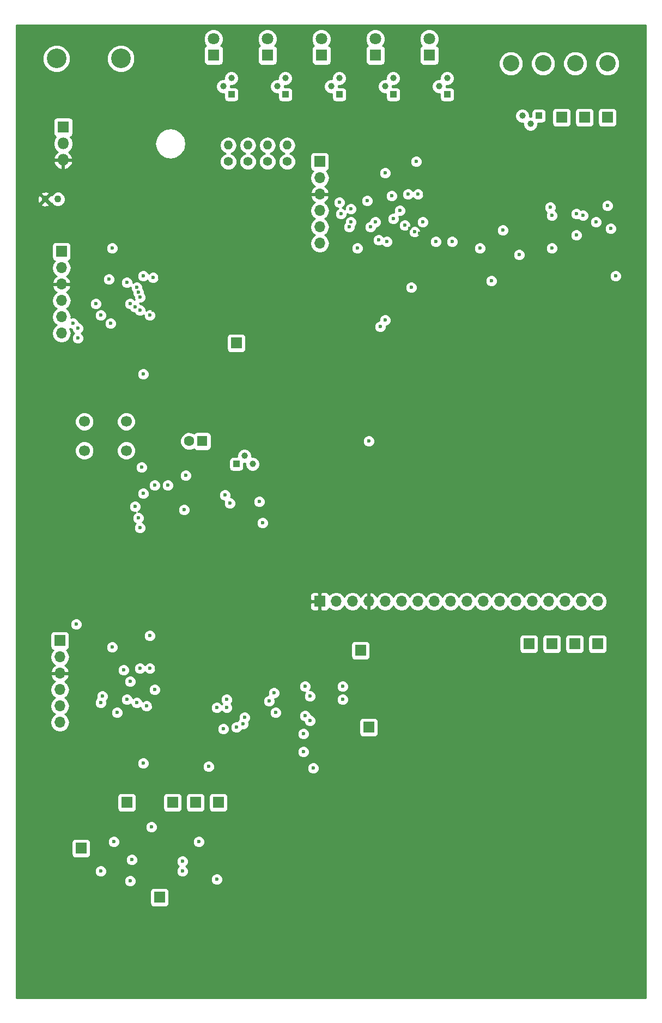
<source format=gbr>
G04 #@! TF.FileFunction,Copper,L2,Inr,Plane*
%FSLAX46Y46*%
G04 Gerber Fmt 4.6, Leading zero omitted, Abs format (unit mm)*
G04 Created by KiCad (PCBNEW 4.0.6) date 01/21/18 14:08:51*
%MOMM*%
%LPD*%
G01*
G04 APERTURE LIST*
%ADD10C,0.100000*%
%ADD11C,2.540000*%
%ADD12C,1.000000*%
%ADD13R,1.000000X1.000000*%
%ADD14C,1.100000*%
%ADD15R,1.700000X1.700000*%
%ADD16O,1.700000X1.700000*%
%ADD17C,1.700000*%
%ADD18R,1.600000X1.600000*%
%ADD19C,1.600000*%
%ADD20C,3.048000*%
%ADD21R,1.800000X1.800000*%
%ADD22C,1.800000*%
%ADD23O,1.800000X1.800000*%
%ADD24C,1.400000*%
%ADD25O,1.400000X1.400000*%
%ADD26C,0.600000*%
%ADD27C,0.254000*%
G04 APERTURE END LIST*
D10*
D11*
X270256000Y-19304000D03*
X265256000Y-19304000D03*
X260256000Y-19304000D03*
X255256000Y-19304000D03*
D12*
X244094000Y-22860000D03*
X245364000Y-21590000D03*
D13*
X245364000Y-24130000D03*
D14*
X182880000Y-40386000D03*
X184880000Y-40386000D03*
D15*
X225552000Y-102870000D03*
D16*
X228092000Y-102870000D03*
X230632000Y-102870000D03*
X233172000Y-102870000D03*
X235712000Y-102870000D03*
X238252000Y-102870000D03*
X240792000Y-102870000D03*
X243332000Y-102870000D03*
X245872000Y-102870000D03*
X248412000Y-102870000D03*
X250952000Y-102870000D03*
X253492000Y-102870000D03*
X256032000Y-102870000D03*
X258572000Y-102870000D03*
X261112000Y-102870000D03*
X263652000Y-102870000D03*
X266192000Y-102870000D03*
X268732000Y-102870000D03*
D15*
X225552000Y-34544000D03*
D16*
X225552000Y-37084000D03*
X225552000Y-39624000D03*
X225552000Y-42164000D03*
X225552000Y-44704000D03*
X225552000Y-47244000D03*
D15*
X185420000Y-48514000D03*
D16*
X185420000Y-51054000D03*
X185420000Y-53594000D03*
X185420000Y-56134000D03*
X185420000Y-58674000D03*
X185420000Y-61214000D03*
D12*
X258318000Y-28702000D03*
X257048000Y-27432000D03*
D13*
X259588000Y-27432000D03*
D12*
X235712000Y-22860000D03*
X236982000Y-21590000D03*
D13*
X236982000Y-24130000D03*
D12*
X227330000Y-22860000D03*
X228600000Y-21590000D03*
D13*
X228600000Y-24130000D03*
D12*
X218948000Y-22860000D03*
X220218000Y-21590000D03*
D13*
X220218000Y-24130000D03*
D12*
X210566000Y-22860000D03*
X211836000Y-21590000D03*
D13*
X211836000Y-24130000D03*
D12*
X213868000Y-80264000D03*
X215138000Y-81534000D03*
D13*
X212598000Y-81534000D03*
D17*
X195476000Y-79430000D03*
X188976000Y-79430000D03*
X195476000Y-74930000D03*
X188976000Y-74930000D03*
D18*
X207264000Y-77978000D03*
D19*
X205264000Y-77978000D03*
D20*
X184658000Y-18542000D03*
X194658000Y-18542000D03*
D15*
X185166000Y-108966000D03*
D16*
X185166000Y-111506000D03*
X185166000Y-114046000D03*
X185166000Y-116586000D03*
X185166000Y-119126000D03*
X185166000Y-121666000D03*
D21*
X242570000Y-18034000D03*
D22*
X242570000Y-15494000D03*
D21*
X234188000Y-18034000D03*
D22*
X234188000Y-15494000D03*
D21*
X225806000Y-18034000D03*
D22*
X225806000Y-15494000D03*
D21*
X217424000Y-18034000D03*
D22*
X217424000Y-15494000D03*
D21*
X209042000Y-18034000D03*
D22*
X209042000Y-15494000D03*
D21*
X185674000Y-29210000D03*
D23*
X185674000Y-31750000D03*
X185674000Y-34290000D03*
D15*
X268732000Y-109474000D03*
X265176000Y-109474000D03*
X270256000Y-27686000D03*
X231902000Y-110490000D03*
X266700000Y-27686000D03*
X206248000Y-134112000D03*
X258064000Y-109474000D03*
X195580000Y-134112000D03*
X202692000Y-134112000D03*
X261620000Y-109474000D03*
X188468000Y-141224000D03*
X212598000Y-62738000D03*
X233172000Y-122428000D03*
X263144000Y-27686000D03*
X209804000Y-134112000D03*
X200660000Y-148844000D03*
D24*
X220472000Y-34544000D03*
D25*
X220472000Y-32004000D03*
D24*
X217424000Y-34544000D03*
D25*
X217424000Y-32004000D03*
D24*
X214376000Y-34544000D03*
D25*
X214376000Y-32004000D03*
D24*
X211328000Y-34544000D03*
D25*
X211328000Y-32004000D03*
D26*
X185420000Y-73914000D03*
X200660000Y-52578000D03*
X191516000Y-48768000D03*
X239522000Y-44958000D03*
X241046000Y-45720000D03*
X199644000Y-57658000D03*
X199644000Y-118872000D03*
X189738000Y-48768000D03*
X190500000Y-109982000D03*
X232918000Y-36068000D03*
X230378000Y-36068000D03*
X200152000Y-113284000D03*
X208534000Y-120904000D03*
X211328000Y-124460000D03*
X215646000Y-129540000D03*
X241808000Y-39624000D03*
X254508000Y-30480000D03*
X220980000Y-44196000D03*
X217932000Y-44196000D03*
X214884000Y-44196000D03*
X211836000Y-44196000D03*
X203708000Y-74676000D03*
X207264000Y-137668000D03*
X204216000Y-139192000D03*
X196342000Y-138938000D03*
X194310000Y-137414000D03*
X202184000Y-86106000D03*
X216154000Y-85852000D03*
X252222000Y-51054000D03*
X250952000Y-43942000D03*
X204978000Y-19304000D03*
X213360000Y-19304000D03*
X221742000Y-19304000D03*
X230124000Y-19304000D03*
X238506000Y-19304000D03*
X268478000Y-43942000D03*
X218694000Y-120142000D03*
X199390000Y-137922000D03*
X271526000Y-52324000D03*
X204724000Y-83312000D03*
X196850000Y-88138000D03*
X196850000Y-57150000D03*
X234950000Y-60198000D03*
X235712000Y-59182000D03*
X196088000Y-56642000D03*
X241554000Y-43942000D03*
X235966000Y-46990000D03*
X243586000Y-46990000D03*
X246126000Y-46990000D03*
X254000000Y-45212000D03*
X210566000Y-122682000D03*
X194056000Y-120142000D03*
X196088000Y-115316000D03*
X187960000Y-60452000D03*
X187960000Y-61976000D03*
X231394000Y-48006000D03*
X197612000Y-55626000D03*
X233172000Y-77978000D03*
X204216000Y-144780000D03*
X191516000Y-144780000D03*
X256540000Y-49022000D03*
X250444000Y-48006000D03*
X223266000Y-116078000D03*
X223266000Y-120650000D03*
X261620000Y-42926000D03*
X236982000Y-43434000D03*
X261366000Y-41656000D03*
X237998000Y-42164000D03*
X209550000Y-119380000D03*
X212598000Y-122428000D03*
X213614000Y-121920000D03*
X211074000Y-119380000D03*
X211074000Y-118110000D03*
X213868000Y-120904000D03*
X217678000Y-118364000D03*
X195580000Y-118110000D03*
X218440000Y-117094000D03*
X199898000Y-116586000D03*
X187706000Y-106426000D03*
X187198000Y-59690000D03*
X228854000Y-42672000D03*
X197358000Y-54864000D03*
X230378000Y-41910000D03*
X192786000Y-52832000D03*
X193040000Y-59690000D03*
X228600000Y-40894000D03*
X197104000Y-54102000D03*
X232918000Y-40640000D03*
X199644000Y-52578000D03*
X197612000Y-57658000D03*
X238760000Y-44450000D03*
X240284000Y-45466000D03*
X193294000Y-48006000D03*
X197866000Y-82042000D03*
X199136000Y-58420000D03*
X229108000Y-116078000D03*
X208280000Y-128524000D03*
X234696000Y-46736000D03*
X193294000Y-109982000D03*
X198120000Y-128016000D03*
X197104000Y-118618000D03*
X198628000Y-119126000D03*
X195072000Y-113538000D03*
X197612000Y-113284000D03*
X199136000Y-113284000D03*
X199136000Y-108204000D03*
X223012000Y-123444000D03*
X229108000Y-118110000D03*
X235712000Y-36322000D03*
X240792000Y-39624000D03*
X236728000Y-39878000D03*
X198120000Y-52324000D03*
X198120000Y-67564000D03*
X195580000Y-53340000D03*
X210820000Y-86360000D03*
X206756000Y-140208000D03*
X204216000Y-143256000D03*
X196088000Y-146304000D03*
X209550000Y-146050000D03*
X196342000Y-143002000D03*
X193548000Y-140208000D03*
X197358000Y-89916000D03*
X197612000Y-91440000D03*
X198120000Y-86106000D03*
X216662000Y-90678000D03*
X216154000Y-87376000D03*
X266446000Y-42926000D03*
X270764000Y-44958000D03*
X270256000Y-41402000D03*
X261620000Y-48006000D03*
X252222000Y-53086000D03*
X239268000Y-39624000D03*
X239776000Y-54102000D03*
X240538000Y-34544000D03*
X204470000Y-88646000D03*
X211582000Y-87630000D03*
X201930000Y-84836000D03*
X265430000Y-45974000D03*
X265430000Y-42672000D03*
X224028000Y-121412000D03*
X224028000Y-117602000D03*
X223012000Y-126238000D03*
X224536000Y-128778000D03*
X199898000Y-84836000D03*
X191770000Y-117602000D03*
X191516000Y-118618000D03*
X230378000Y-43942000D03*
X234188000Y-43942000D03*
X233426000Y-44704000D03*
X230124000Y-44704000D03*
X190754000Y-56642000D03*
X191516000Y-58420000D03*
D27*
G36*
X276212300Y-164452300D02*
X178447700Y-164452300D01*
X178447700Y-147994000D01*
X199162560Y-147994000D01*
X199162560Y-149694000D01*
X199206838Y-149929317D01*
X199345910Y-150145441D01*
X199558110Y-150290431D01*
X199810000Y-150341440D01*
X201510000Y-150341440D01*
X201745317Y-150297162D01*
X201961441Y-150158090D01*
X202106431Y-149945890D01*
X202157440Y-149694000D01*
X202157440Y-147994000D01*
X202113162Y-147758683D01*
X201974090Y-147542559D01*
X201761890Y-147397569D01*
X201510000Y-147346560D01*
X199810000Y-147346560D01*
X199574683Y-147390838D01*
X199358559Y-147529910D01*
X199213569Y-147742110D01*
X199162560Y-147994000D01*
X178447700Y-147994000D01*
X178447700Y-146489167D01*
X195152838Y-146489167D01*
X195294883Y-146832943D01*
X195557673Y-147096192D01*
X195901201Y-147238838D01*
X196273167Y-147239162D01*
X196616943Y-147097117D01*
X196880192Y-146834327D01*
X197022838Y-146490799D01*
X197023060Y-146235167D01*
X208614838Y-146235167D01*
X208756883Y-146578943D01*
X209019673Y-146842192D01*
X209363201Y-146984838D01*
X209735167Y-146985162D01*
X210078943Y-146843117D01*
X210342192Y-146580327D01*
X210484838Y-146236799D01*
X210485162Y-145864833D01*
X210343117Y-145521057D01*
X210080327Y-145257808D01*
X209736799Y-145115162D01*
X209364833Y-145114838D01*
X209021057Y-145256883D01*
X208757808Y-145519673D01*
X208615162Y-145863201D01*
X208614838Y-146235167D01*
X197023060Y-146235167D01*
X197023162Y-146118833D01*
X196881117Y-145775057D01*
X196618327Y-145511808D01*
X196274799Y-145369162D01*
X195902833Y-145368838D01*
X195559057Y-145510883D01*
X195295808Y-145773673D01*
X195153162Y-146117201D01*
X195152838Y-146489167D01*
X178447700Y-146489167D01*
X178447700Y-144965167D01*
X190580838Y-144965167D01*
X190722883Y-145308943D01*
X190985673Y-145572192D01*
X191329201Y-145714838D01*
X191701167Y-145715162D01*
X192044943Y-145573117D01*
X192308192Y-145310327D01*
X192450838Y-144966799D01*
X192451162Y-144594833D01*
X192309117Y-144251057D01*
X192046327Y-143987808D01*
X191702799Y-143845162D01*
X191330833Y-143844838D01*
X190987057Y-143986883D01*
X190723808Y-144249673D01*
X190581162Y-144593201D01*
X190580838Y-144965167D01*
X178447700Y-144965167D01*
X178447700Y-143187167D01*
X195406838Y-143187167D01*
X195548883Y-143530943D01*
X195811673Y-143794192D01*
X196155201Y-143936838D01*
X196527167Y-143937162D01*
X196870943Y-143795117D01*
X197134192Y-143532327D01*
X197172045Y-143441167D01*
X203280838Y-143441167D01*
X203422883Y-143784943D01*
X203655709Y-144018176D01*
X203423808Y-144249673D01*
X203281162Y-144593201D01*
X203280838Y-144965167D01*
X203422883Y-145308943D01*
X203685673Y-145572192D01*
X204029201Y-145714838D01*
X204401167Y-145715162D01*
X204744943Y-145573117D01*
X205008192Y-145310327D01*
X205150838Y-144966799D01*
X205151162Y-144594833D01*
X205009117Y-144251057D01*
X204776291Y-144017824D01*
X205008192Y-143786327D01*
X205150838Y-143442799D01*
X205151162Y-143070833D01*
X205009117Y-142727057D01*
X204746327Y-142463808D01*
X204402799Y-142321162D01*
X204030833Y-142320838D01*
X203687057Y-142462883D01*
X203423808Y-142725673D01*
X203281162Y-143069201D01*
X203280838Y-143441167D01*
X197172045Y-143441167D01*
X197276838Y-143188799D01*
X197277162Y-142816833D01*
X197135117Y-142473057D01*
X196872327Y-142209808D01*
X196528799Y-142067162D01*
X196156833Y-142066838D01*
X195813057Y-142208883D01*
X195549808Y-142471673D01*
X195407162Y-142815201D01*
X195406838Y-143187167D01*
X178447700Y-143187167D01*
X178447700Y-140374000D01*
X186970560Y-140374000D01*
X186970560Y-142074000D01*
X187014838Y-142309317D01*
X187153910Y-142525441D01*
X187366110Y-142670431D01*
X187618000Y-142721440D01*
X189318000Y-142721440D01*
X189553317Y-142677162D01*
X189769441Y-142538090D01*
X189914431Y-142325890D01*
X189965440Y-142074000D01*
X189965440Y-140393167D01*
X192612838Y-140393167D01*
X192754883Y-140736943D01*
X193017673Y-141000192D01*
X193361201Y-141142838D01*
X193733167Y-141143162D01*
X194076943Y-141001117D01*
X194340192Y-140738327D01*
X194482838Y-140394799D01*
X194482839Y-140393167D01*
X205820838Y-140393167D01*
X205962883Y-140736943D01*
X206225673Y-141000192D01*
X206569201Y-141142838D01*
X206941167Y-141143162D01*
X207284943Y-141001117D01*
X207548192Y-140738327D01*
X207690838Y-140394799D01*
X207691162Y-140022833D01*
X207549117Y-139679057D01*
X207286327Y-139415808D01*
X206942799Y-139273162D01*
X206570833Y-139272838D01*
X206227057Y-139414883D01*
X205963808Y-139677673D01*
X205821162Y-140021201D01*
X205820838Y-140393167D01*
X194482839Y-140393167D01*
X194483162Y-140022833D01*
X194341117Y-139679057D01*
X194078327Y-139415808D01*
X193734799Y-139273162D01*
X193362833Y-139272838D01*
X193019057Y-139414883D01*
X192755808Y-139677673D01*
X192613162Y-140021201D01*
X192612838Y-140393167D01*
X189965440Y-140393167D01*
X189965440Y-140374000D01*
X189921162Y-140138683D01*
X189782090Y-139922559D01*
X189569890Y-139777569D01*
X189318000Y-139726560D01*
X187618000Y-139726560D01*
X187382683Y-139770838D01*
X187166559Y-139909910D01*
X187021569Y-140122110D01*
X186970560Y-140374000D01*
X178447700Y-140374000D01*
X178447700Y-138107167D01*
X198454838Y-138107167D01*
X198596883Y-138450943D01*
X198859673Y-138714192D01*
X199203201Y-138856838D01*
X199575167Y-138857162D01*
X199918943Y-138715117D01*
X200182192Y-138452327D01*
X200324838Y-138108799D01*
X200325162Y-137736833D01*
X200183117Y-137393057D01*
X199920327Y-137129808D01*
X199576799Y-136987162D01*
X199204833Y-136986838D01*
X198861057Y-137128883D01*
X198597808Y-137391673D01*
X198455162Y-137735201D01*
X198454838Y-138107167D01*
X178447700Y-138107167D01*
X178447700Y-133262000D01*
X194082560Y-133262000D01*
X194082560Y-134962000D01*
X194126838Y-135197317D01*
X194265910Y-135413441D01*
X194478110Y-135558431D01*
X194730000Y-135609440D01*
X196430000Y-135609440D01*
X196665317Y-135565162D01*
X196881441Y-135426090D01*
X197026431Y-135213890D01*
X197077440Y-134962000D01*
X197077440Y-133262000D01*
X201194560Y-133262000D01*
X201194560Y-134962000D01*
X201238838Y-135197317D01*
X201377910Y-135413441D01*
X201590110Y-135558431D01*
X201842000Y-135609440D01*
X203542000Y-135609440D01*
X203777317Y-135565162D01*
X203993441Y-135426090D01*
X204138431Y-135213890D01*
X204189440Y-134962000D01*
X204189440Y-133262000D01*
X204750560Y-133262000D01*
X204750560Y-134962000D01*
X204794838Y-135197317D01*
X204933910Y-135413441D01*
X205146110Y-135558431D01*
X205398000Y-135609440D01*
X207098000Y-135609440D01*
X207333317Y-135565162D01*
X207549441Y-135426090D01*
X207694431Y-135213890D01*
X207745440Y-134962000D01*
X207745440Y-133262000D01*
X208306560Y-133262000D01*
X208306560Y-134962000D01*
X208350838Y-135197317D01*
X208489910Y-135413441D01*
X208702110Y-135558431D01*
X208954000Y-135609440D01*
X210654000Y-135609440D01*
X210889317Y-135565162D01*
X211105441Y-135426090D01*
X211250431Y-135213890D01*
X211301440Y-134962000D01*
X211301440Y-133262000D01*
X211257162Y-133026683D01*
X211118090Y-132810559D01*
X210905890Y-132665569D01*
X210654000Y-132614560D01*
X208954000Y-132614560D01*
X208718683Y-132658838D01*
X208502559Y-132797910D01*
X208357569Y-133010110D01*
X208306560Y-133262000D01*
X207745440Y-133262000D01*
X207701162Y-133026683D01*
X207562090Y-132810559D01*
X207349890Y-132665569D01*
X207098000Y-132614560D01*
X205398000Y-132614560D01*
X205162683Y-132658838D01*
X204946559Y-132797910D01*
X204801569Y-133010110D01*
X204750560Y-133262000D01*
X204189440Y-133262000D01*
X204145162Y-133026683D01*
X204006090Y-132810559D01*
X203793890Y-132665569D01*
X203542000Y-132614560D01*
X201842000Y-132614560D01*
X201606683Y-132658838D01*
X201390559Y-132797910D01*
X201245569Y-133010110D01*
X201194560Y-133262000D01*
X197077440Y-133262000D01*
X197033162Y-133026683D01*
X196894090Y-132810559D01*
X196681890Y-132665569D01*
X196430000Y-132614560D01*
X194730000Y-132614560D01*
X194494683Y-132658838D01*
X194278559Y-132797910D01*
X194133569Y-133010110D01*
X194082560Y-133262000D01*
X178447700Y-133262000D01*
X178447700Y-128201167D01*
X197184838Y-128201167D01*
X197326883Y-128544943D01*
X197589673Y-128808192D01*
X197933201Y-128950838D01*
X198305167Y-128951162D01*
X198648943Y-128809117D01*
X198749067Y-128709167D01*
X207344838Y-128709167D01*
X207486883Y-129052943D01*
X207749673Y-129316192D01*
X208093201Y-129458838D01*
X208465167Y-129459162D01*
X208808943Y-129317117D01*
X209072192Y-129054327D01*
X209110045Y-128963167D01*
X223600838Y-128963167D01*
X223742883Y-129306943D01*
X224005673Y-129570192D01*
X224349201Y-129712838D01*
X224721167Y-129713162D01*
X225064943Y-129571117D01*
X225328192Y-129308327D01*
X225470838Y-128964799D01*
X225471162Y-128592833D01*
X225329117Y-128249057D01*
X225066327Y-127985808D01*
X224722799Y-127843162D01*
X224350833Y-127842838D01*
X224007057Y-127984883D01*
X223743808Y-128247673D01*
X223601162Y-128591201D01*
X223600838Y-128963167D01*
X209110045Y-128963167D01*
X209214838Y-128710799D01*
X209215162Y-128338833D01*
X209073117Y-127995057D01*
X208810327Y-127731808D01*
X208466799Y-127589162D01*
X208094833Y-127588838D01*
X207751057Y-127730883D01*
X207487808Y-127993673D01*
X207345162Y-128337201D01*
X207344838Y-128709167D01*
X198749067Y-128709167D01*
X198912192Y-128546327D01*
X199054838Y-128202799D01*
X199055162Y-127830833D01*
X198913117Y-127487057D01*
X198650327Y-127223808D01*
X198306799Y-127081162D01*
X197934833Y-127080838D01*
X197591057Y-127222883D01*
X197327808Y-127485673D01*
X197185162Y-127829201D01*
X197184838Y-128201167D01*
X178447700Y-128201167D01*
X178447700Y-126423167D01*
X222076838Y-126423167D01*
X222218883Y-126766943D01*
X222481673Y-127030192D01*
X222825201Y-127172838D01*
X223197167Y-127173162D01*
X223540943Y-127031117D01*
X223804192Y-126768327D01*
X223946838Y-126424799D01*
X223947162Y-126052833D01*
X223805117Y-125709057D01*
X223542327Y-125445808D01*
X223198799Y-125303162D01*
X222826833Y-125302838D01*
X222483057Y-125444883D01*
X222219808Y-125707673D01*
X222077162Y-126051201D01*
X222076838Y-126423167D01*
X178447700Y-126423167D01*
X178447700Y-123629167D01*
X222076838Y-123629167D01*
X222218883Y-123972943D01*
X222481673Y-124236192D01*
X222825201Y-124378838D01*
X223197167Y-124379162D01*
X223540943Y-124237117D01*
X223804192Y-123974327D01*
X223946838Y-123630799D01*
X223947162Y-123258833D01*
X223805117Y-122915057D01*
X223542327Y-122651808D01*
X223198799Y-122509162D01*
X222826833Y-122508838D01*
X222483057Y-122650883D01*
X222219808Y-122913673D01*
X222077162Y-123257201D01*
X222076838Y-123629167D01*
X178447700Y-123629167D01*
X178447700Y-116586000D01*
X183651907Y-116586000D01*
X183764946Y-117154285D01*
X184086853Y-117636054D01*
X184416026Y-117856000D01*
X184086853Y-118075946D01*
X183764946Y-118557715D01*
X183651907Y-119126000D01*
X183764946Y-119694285D01*
X184086853Y-120176054D01*
X184416026Y-120396000D01*
X184086853Y-120615946D01*
X183764946Y-121097715D01*
X183651907Y-121666000D01*
X183764946Y-122234285D01*
X184086853Y-122716054D01*
X184568622Y-123037961D01*
X185136907Y-123151000D01*
X185195093Y-123151000D01*
X185763378Y-123037961D01*
X186018989Y-122867167D01*
X209630838Y-122867167D01*
X209772883Y-123210943D01*
X210035673Y-123474192D01*
X210379201Y-123616838D01*
X210751167Y-123617162D01*
X211094943Y-123475117D01*
X211358192Y-123212327D01*
X211500838Y-122868799D01*
X211501060Y-122613167D01*
X211662838Y-122613167D01*
X211804883Y-122956943D01*
X212067673Y-123220192D01*
X212411201Y-123362838D01*
X212783167Y-123363162D01*
X213126943Y-123221117D01*
X213390192Y-122958327D01*
X213433162Y-122854843D01*
X213799167Y-122855162D01*
X214142943Y-122713117D01*
X214406192Y-122450327D01*
X214548838Y-122106799D01*
X214549162Y-121734833D01*
X214493678Y-121600551D01*
X214660192Y-121434327D01*
X214802838Y-121090799D01*
X214803162Y-120718833D01*
X214661117Y-120375057D01*
X214613311Y-120327167D01*
X217758838Y-120327167D01*
X217900883Y-120670943D01*
X218163673Y-120934192D01*
X218507201Y-121076838D01*
X218879167Y-121077162D01*
X219222943Y-120935117D01*
X219323067Y-120835167D01*
X222330838Y-120835167D01*
X222472883Y-121178943D01*
X222735673Y-121442192D01*
X223079201Y-121584838D01*
X223092849Y-121584850D01*
X223092838Y-121597167D01*
X223234883Y-121940943D01*
X223497673Y-122204192D01*
X223841201Y-122346838D01*
X224213167Y-122347162D01*
X224556943Y-122205117D01*
X224820192Y-121942327D01*
X224962838Y-121598799D01*
X224962856Y-121578000D01*
X231674560Y-121578000D01*
X231674560Y-123278000D01*
X231718838Y-123513317D01*
X231857910Y-123729441D01*
X232070110Y-123874431D01*
X232322000Y-123925440D01*
X234022000Y-123925440D01*
X234257317Y-123881162D01*
X234473441Y-123742090D01*
X234618431Y-123529890D01*
X234669440Y-123278000D01*
X234669440Y-121578000D01*
X234625162Y-121342683D01*
X234486090Y-121126559D01*
X234273890Y-120981569D01*
X234022000Y-120930560D01*
X232322000Y-120930560D01*
X232086683Y-120974838D01*
X231870559Y-121113910D01*
X231725569Y-121326110D01*
X231674560Y-121578000D01*
X224962856Y-121578000D01*
X224963162Y-121226833D01*
X224821117Y-120883057D01*
X224558327Y-120619808D01*
X224214799Y-120477162D01*
X224201151Y-120477150D01*
X224201162Y-120464833D01*
X224059117Y-120121057D01*
X223796327Y-119857808D01*
X223452799Y-119715162D01*
X223080833Y-119714838D01*
X222737057Y-119856883D01*
X222473808Y-120119673D01*
X222331162Y-120463201D01*
X222330838Y-120835167D01*
X219323067Y-120835167D01*
X219486192Y-120672327D01*
X219628838Y-120328799D01*
X219629162Y-119956833D01*
X219487117Y-119613057D01*
X219224327Y-119349808D01*
X218880799Y-119207162D01*
X218508833Y-119206838D01*
X218165057Y-119348883D01*
X217901808Y-119611673D01*
X217759162Y-119955201D01*
X217758838Y-120327167D01*
X214613311Y-120327167D01*
X214398327Y-120111808D01*
X214054799Y-119969162D01*
X213682833Y-119968838D01*
X213339057Y-120110883D01*
X213075808Y-120373673D01*
X212933162Y-120717201D01*
X212932838Y-121089167D01*
X212988322Y-121223449D01*
X212821808Y-121389673D01*
X212778838Y-121493157D01*
X212412833Y-121492838D01*
X212069057Y-121634883D01*
X211805808Y-121897673D01*
X211663162Y-122241201D01*
X211662838Y-122613167D01*
X211501060Y-122613167D01*
X211501162Y-122496833D01*
X211359117Y-122153057D01*
X211096327Y-121889808D01*
X210752799Y-121747162D01*
X210380833Y-121746838D01*
X210037057Y-121888883D01*
X209773808Y-122151673D01*
X209631162Y-122495201D01*
X209630838Y-122867167D01*
X186018989Y-122867167D01*
X186245147Y-122716054D01*
X186567054Y-122234285D01*
X186680093Y-121666000D01*
X186567054Y-121097715D01*
X186245147Y-120615946D01*
X185915974Y-120396000D01*
X186018990Y-120327167D01*
X193120838Y-120327167D01*
X193262883Y-120670943D01*
X193525673Y-120934192D01*
X193869201Y-121076838D01*
X194241167Y-121077162D01*
X194584943Y-120935117D01*
X194848192Y-120672327D01*
X194990838Y-120328799D01*
X194991162Y-119956833D01*
X194849117Y-119613057D01*
X194586327Y-119349808D01*
X194242799Y-119207162D01*
X193870833Y-119206838D01*
X193527057Y-119348883D01*
X193263808Y-119611673D01*
X193121162Y-119955201D01*
X193120838Y-120327167D01*
X186018990Y-120327167D01*
X186245147Y-120176054D01*
X186567054Y-119694285D01*
X186680093Y-119126000D01*
X186615878Y-118803167D01*
X190580838Y-118803167D01*
X190722883Y-119146943D01*
X190985673Y-119410192D01*
X191329201Y-119552838D01*
X191701167Y-119553162D01*
X192044943Y-119411117D01*
X192308192Y-119148327D01*
X192450838Y-118804799D01*
X192451162Y-118432833D01*
X192395678Y-118298551D01*
X192399067Y-118295167D01*
X194644838Y-118295167D01*
X194786883Y-118638943D01*
X195049673Y-118902192D01*
X195393201Y-119044838D01*
X195765167Y-119045162D01*
X196108943Y-118903117D01*
X196180586Y-118831599D01*
X196310883Y-119146943D01*
X196573673Y-119410192D01*
X196917201Y-119552838D01*
X197289167Y-119553162D01*
X197632943Y-119411117D01*
X197704586Y-119339599D01*
X197834883Y-119654943D01*
X198097673Y-119918192D01*
X198441201Y-120060838D01*
X198813167Y-120061162D01*
X199156943Y-119919117D01*
X199420192Y-119656327D01*
X199458045Y-119565167D01*
X208614838Y-119565167D01*
X208756883Y-119908943D01*
X209019673Y-120172192D01*
X209363201Y-120314838D01*
X209735167Y-120315162D01*
X210078943Y-120173117D01*
X210312176Y-119940291D01*
X210543673Y-120172192D01*
X210887201Y-120314838D01*
X211259167Y-120315162D01*
X211602943Y-120173117D01*
X211866192Y-119910327D01*
X212008838Y-119566799D01*
X212009162Y-119194833D01*
X211867117Y-118851057D01*
X211761290Y-118745046D01*
X211866192Y-118640327D01*
X211904045Y-118549167D01*
X216742838Y-118549167D01*
X216884883Y-118892943D01*
X217147673Y-119156192D01*
X217491201Y-119298838D01*
X217863167Y-119299162D01*
X218206943Y-119157117D01*
X218470192Y-118894327D01*
X218612838Y-118550799D01*
X218613162Y-118178833D01*
X218551293Y-118029098D01*
X218625167Y-118029162D01*
X218968943Y-117887117D01*
X219232192Y-117624327D01*
X219374838Y-117280799D01*
X219375162Y-116908833D01*
X219233117Y-116565057D01*
X218970327Y-116301808D01*
X218877270Y-116263167D01*
X222330838Y-116263167D01*
X222472883Y-116606943D01*
X222735673Y-116870192D01*
X223079201Y-117012838D01*
X223294558Y-117013026D01*
X223235808Y-117071673D01*
X223093162Y-117415201D01*
X223092838Y-117787167D01*
X223234883Y-118130943D01*
X223497673Y-118394192D01*
X223841201Y-118536838D01*
X224213167Y-118537162D01*
X224556943Y-118395117D01*
X224657067Y-118295167D01*
X228172838Y-118295167D01*
X228314883Y-118638943D01*
X228577673Y-118902192D01*
X228921201Y-119044838D01*
X229293167Y-119045162D01*
X229636943Y-118903117D01*
X229900192Y-118640327D01*
X230042838Y-118296799D01*
X230043162Y-117924833D01*
X229901117Y-117581057D01*
X229638327Y-117317808D01*
X229294799Y-117175162D01*
X228922833Y-117174838D01*
X228579057Y-117316883D01*
X228315808Y-117579673D01*
X228173162Y-117923201D01*
X228172838Y-118295167D01*
X224657067Y-118295167D01*
X224820192Y-118132327D01*
X224962838Y-117788799D01*
X224963162Y-117416833D01*
X224821117Y-117073057D01*
X224558327Y-116809808D01*
X224214799Y-116667162D01*
X223999442Y-116666974D01*
X224058192Y-116608327D01*
X224200838Y-116264799D01*
X224200839Y-116263167D01*
X228172838Y-116263167D01*
X228314883Y-116606943D01*
X228577673Y-116870192D01*
X228921201Y-117012838D01*
X229293167Y-117013162D01*
X229636943Y-116871117D01*
X229900192Y-116608327D01*
X230042838Y-116264799D01*
X230043162Y-115892833D01*
X229901117Y-115549057D01*
X229638327Y-115285808D01*
X229294799Y-115143162D01*
X228922833Y-115142838D01*
X228579057Y-115284883D01*
X228315808Y-115547673D01*
X228173162Y-115891201D01*
X228172838Y-116263167D01*
X224200839Y-116263167D01*
X224201162Y-115892833D01*
X224059117Y-115549057D01*
X223796327Y-115285808D01*
X223452799Y-115143162D01*
X223080833Y-115142838D01*
X222737057Y-115284883D01*
X222473808Y-115547673D01*
X222331162Y-115891201D01*
X222330838Y-116263167D01*
X218877270Y-116263167D01*
X218626799Y-116159162D01*
X218254833Y-116158838D01*
X217911057Y-116300883D01*
X217647808Y-116563673D01*
X217505162Y-116907201D01*
X217504838Y-117279167D01*
X217566707Y-117428902D01*
X217492833Y-117428838D01*
X217149057Y-117570883D01*
X216885808Y-117833673D01*
X216743162Y-118177201D01*
X216742838Y-118549167D01*
X211904045Y-118549167D01*
X212008838Y-118296799D01*
X212009162Y-117924833D01*
X211867117Y-117581057D01*
X211604327Y-117317808D01*
X211260799Y-117175162D01*
X210888833Y-117174838D01*
X210545057Y-117316883D01*
X210281808Y-117579673D01*
X210139162Y-117923201D01*
X210138838Y-118295167D01*
X210280883Y-118638943D01*
X210386710Y-118744954D01*
X210311824Y-118819709D01*
X210080327Y-118587808D01*
X209736799Y-118445162D01*
X209364833Y-118444838D01*
X209021057Y-118586883D01*
X208757808Y-118849673D01*
X208615162Y-119193201D01*
X208614838Y-119565167D01*
X199458045Y-119565167D01*
X199562838Y-119312799D01*
X199563162Y-118940833D01*
X199421117Y-118597057D01*
X199158327Y-118333808D01*
X198814799Y-118191162D01*
X198442833Y-118190838D01*
X198099057Y-118332883D01*
X198027414Y-118404401D01*
X197897117Y-118089057D01*
X197634327Y-117825808D01*
X197290799Y-117683162D01*
X196918833Y-117682838D01*
X196575057Y-117824883D01*
X196503414Y-117896401D01*
X196373117Y-117581057D01*
X196110327Y-117317808D01*
X195766799Y-117175162D01*
X195394833Y-117174838D01*
X195051057Y-117316883D01*
X194787808Y-117579673D01*
X194645162Y-117923201D01*
X194644838Y-118295167D01*
X192399067Y-118295167D01*
X192562192Y-118132327D01*
X192704838Y-117788799D01*
X192705162Y-117416833D01*
X192563117Y-117073057D01*
X192300327Y-116809808D01*
X192207270Y-116771167D01*
X198962838Y-116771167D01*
X199104883Y-117114943D01*
X199367673Y-117378192D01*
X199711201Y-117520838D01*
X200083167Y-117521162D01*
X200426943Y-117379117D01*
X200690192Y-117116327D01*
X200832838Y-116772799D01*
X200833162Y-116400833D01*
X200691117Y-116057057D01*
X200428327Y-115793808D01*
X200084799Y-115651162D01*
X199712833Y-115650838D01*
X199369057Y-115792883D01*
X199105808Y-116055673D01*
X198963162Y-116399201D01*
X198962838Y-116771167D01*
X192207270Y-116771167D01*
X191956799Y-116667162D01*
X191584833Y-116666838D01*
X191241057Y-116808883D01*
X190977808Y-117071673D01*
X190835162Y-117415201D01*
X190834838Y-117787167D01*
X190890322Y-117921449D01*
X190723808Y-118087673D01*
X190581162Y-118431201D01*
X190580838Y-118803167D01*
X186615878Y-118803167D01*
X186567054Y-118557715D01*
X186245147Y-118075946D01*
X185915974Y-117856000D01*
X186245147Y-117636054D01*
X186567054Y-117154285D01*
X186680093Y-116586000D01*
X186567054Y-116017715D01*
X186245147Y-115535946D01*
X186193097Y-115501167D01*
X195152838Y-115501167D01*
X195294883Y-115844943D01*
X195557673Y-116108192D01*
X195901201Y-116250838D01*
X196273167Y-116251162D01*
X196616943Y-116109117D01*
X196880192Y-115846327D01*
X197022838Y-115502799D01*
X197023162Y-115130833D01*
X196881117Y-114787057D01*
X196618327Y-114523808D01*
X196274799Y-114381162D01*
X195902833Y-114380838D01*
X195559057Y-114522883D01*
X195295808Y-114785673D01*
X195153162Y-115129201D01*
X195152838Y-115501167D01*
X186193097Y-115501167D01*
X185904447Y-115308298D01*
X186047358Y-115241183D01*
X186437645Y-114812924D01*
X186607476Y-114402890D01*
X186486155Y-114173000D01*
X185293000Y-114173000D01*
X185293000Y-114193000D01*
X185039000Y-114193000D01*
X185039000Y-114173000D01*
X183845845Y-114173000D01*
X183724524Y-114402890D01*
X183894355Y-114812924D01*
X184284642Y-115241183D01*
X184427553Y-115308298D01*
X184086853Y-115535946D01*
X183764946Y-116017715D01*
X183651907Y-116586000D01*
X178447700Y-116586000D01*
X178447700Y-111506000D01*
X183651907Y-111506000D01*
X183764946Y-112074285D01*
X184086853Y-112556054D01*
X184427553Y-112783702D01*
X184284642Y-112850817D01*
X183894355Y-113279076D01*
X183724524Y-113689110D01*
X183845845Y-113919000D01*
X185039000Y-113919000D01*
X185039000Y-113899000D01*
X185293000Y-113899000D01*
X185293000Y-113919000D01*
X186486155Y-113919000D01*
X186589502Y-113723167D01*
X194136838Y-113723167D01*
X194278883Y-114066943D01*
X194541673Y-114330192D01*
X194885201Y-114472838D01*
X195257167Y-114473162D01*
X195600943Y-114331117D01*
X195864192Y-114068327D01*
X196006838Y-113724799D01*
X196007060Y-113469167D01*
X196676838Y-113469167D01*
X196818883Y-113812943D01*
X197081673Y-114076192D01*
X197425201Y-114218838D01*
X197797167Y-114219162D01*
X198140943Y-114077117D01*
X198374176Y-113844291D01*
X198605673Y-114076192D01*
X198949201Y-114218838D01*
X199321167Y-114219162D01*
X199664943Y-114077117D01*
X199928192Y-113814327D01*
X200070838Y-113470799D01*
X200071162Y-113098833D01*
X199929117Y-112755057D01*
X199666327Y-112491808D01*
X199322799Y-112349162D01*
X198950833Y-112348838D01*
X198607057Y-112490883D01*
X198373824Y-112723709D01*
X198142327Y-112491808D01*
X197798799Y-112349162D01*
X197426833Y-112348838D01*
X197083057Y-112490883D01*
X196819808Y-112753673D01*
X196677162Y-113097201D01*
X196676838Y-113469167D01*
X196007060Y-113469167D01*
X196007162Y-113352833D01*
X195865117Y-113009057D01*
X195602327Y-112745808D01*
X195258799Y-112603162D01*
X194886833Y-112602838D01*
X194543057Y-112744883D01*
X194279808Y-113007673D01*
X194137162Y-113351201D01*
X194136838Y-113723167D01*
X186589502Y-113723167D01*
X186607476Y-113689110D01*
X186437645Y-113279076D01*
X186047358Y-112850817D01*
X185904447Y-112783702D01*
X186245147Y-112556054D01*
X186567054Y-112074285D01*
X186680093Y-111506000D01*
X186567054Y-110937715D01*
X186245147Y-110455946D01*
X186203548Y-110428150D01*
X186251317Y-110419162D01*
X186467441Y-110280090D01*
X186544597Y-110167167D01*
X192358838Y-110167167D01*
X192500883Y-110510943D01*
X192763673Y-110774192D01*
X193107201Y-110916838D01*
X193479167Y-110917162D01*
X193822943Y-110775117D01*
X194086192Y-110512327D01*
X194228838Y-110168799D01*
X194229162Y-109796833D01*
X194164361Y-109640000D01*
X230404560Y-109640000D01*
X230404560Y-111340000D01*
X230448838Y-111575317D01*
X230587910Y-111791441D01*
X230800110Y-111936431D01*
X231052000Y-111987440D01*
X232752000Y-111987440D01*
X232987317Y-111943162D01*
X233203441Y-111804090D01*
X233348431Y-111591890D01*
X233399440Y-111340000D01*
X233399440Y-109640000D01*
X233355162Y-109404683D01*
X233216090Y-109188559D01*
X233003890Y-109043569D01*
X232752000Y-108992560D01*
X231052000Y-108992560D01*
X230816683Y-109036838D01*
X230600559Y-109175910D01*
X230455569Y-109388110D01*
X230404560Y-109640000D01*
X194164361Y-109640000D01*
X194087117Y-109453057D01*
X193824327Y-109189808D01*
X193480799Y-109047162D01*
X193108833Y-109046838D01*
X192765057Y-109188883D01*
X192501808Y-109451673D01*
X192359162Y-109795201D01*
X192358838Y-110167167D01*
X186544597Y-110167167D01*
X186612431Y-110067890D01*
X186663440Y-109816000D01*
X186663440Y-108389167D01*
X198200838Y-108389167D01*
X198342883Y-108732943D01*
X198605673Y-108996192D01*
X198949201Y-109138838D01*
X199321167Y-109139162D01*
X199664943Y-108997117D01*
X199928192Y-108734327D01*
X199974004Y-108624000D01*
X256566560Y-108624000D01*
X256566560Y-110324000D01*
X256610838Y-110559317D01*
X256749910Y-110775441D01*
X256962110Y-110920431D01*
X257214000Y-110971440D01*
X258914000Y-110971440D01*
X259149317Y-110927162D01*
X259365441Y-110788090D01*
X259510431Y-110575890D01*
X259561440Y-110324000D01*
X259561440Y-108624000D01*
X260122560Y-108624000D01*
X260122560Y-110324000D01*
X260166838Y-110559317D01*
X260305910Y-110775441D01*
X260518110Y-110920431D01*
X260770000Y-110971440D01*
X262470000Y-110971440D01*
X262705317Y-110927162D01*
X262921441Y-110788090D01*
X263066431Y-110575890D01*
X263117440Y-110324000D01*
X263117440Y-108624000D01*
X263678560Y-108624000D01*
X263678560Y-110324000D01*
X263722838Y-110559317D01*
X263861910Y-110775441D01*
X264074110Y-110920431D01*
X264326000Y-110971440D01*
X266026000Y-110971440D01*
X266261317Y-110927162D01*
X266477441Y-110788090D01*
X266622431Y-110575890D01*
X266673440Y-110324000D01*
X266673440Y-108624000D01*
X267234560Y-108624000D01*
X267234560Y-110324000D01*
X267278838Y-110559317D01*
X267417910Y-110775441D01*
X267630110Y-110920431D01*
X267882000Y-110971440D01*
X269582000Y-110971440D01*
X269817317Y-110927162D01*
X270033441Y-110788090D01*
X270178431Y-110575890D01*
X270229440Y-110324000D01*
X270229440Y-108624000D01*
X270185162Y-108388683D01*
X270046090Y-108172559D01*
X269833890Y-108027569D01*
X269582000Y-107976560D01*
X267882000Y-107976560D01*
X267646683Y-108020838D01*
X267430559Y-108159910D01*
X267285569Y-108372110D01*
X267234560Y-108624000D01*
X266673440Y-108624000D01*
X266629162Y-108388683D01*
X266490090Y-108172559D01*
X266277890Y-108027569D01*
X266026000Y-107976560D01*
X264326000Y-107976560D01*
X264090683Y-108020838D01*
X263874559Y-108159910D01*
X263729569Y-108372110D01*
X263678560Y-108624000D01*
X263117440Y-108624000D01*
X263073162Y-108388683D01*
X262934090Y-108172559D01*
X262721890Y-108027569D01*
X262470000Y-107976560D01*
X260770000Y-107976560D01*
X260534683Y-108020838D01*
X260318559Y-108159910D01*
X260173569Y-108372110D01*
X260122560Y-108624000D01*
X259561440Y-108624000D01*
X259517162Y-108388683D01*
X259378090Y-108172559D01*
X259165890Y-108027569D01*
X258914000Y-107976560D01*
X257214000Y-107976560D01*
X256978683Y-108020838D01*
X256762559Y-108159910D01*
X256617569Y-108372110D01*
X256566560Y-108624000D01*
X199974004Y-108624000D01*
X200070838Y-108390799D01*
X200071162Y-108018833D01*
X199929117Y-107675057D01*
X199666327Y-107411808D01*
X199322799Y-107269162D01*
X198950833Y-107268838D01*
X198607057Y-107410883D01*
X198343808Y-107673673D01*
X198201162Y-108017201D01*
X198200838Y-108389167D01*
X186663440Y-108389167D01*
X186663440Y-108116000D01*
X186619162Y-107880683D01*
X186480090Y-107664559D01*
X186267890Y-107519569D01*
X186016000Y-107468560D01*
X184316000Y-107468560D01*
X184080683Y-107512838D01*
X183864559Y-107651910D01*
X183719569Y-107864110D01*
X183668560Y-108116000D01*
X183668560Y-109816000D01*
X183712838Y-110051317D01*
X183851910Y-110267441D01*
X184064110Y-110412431D01*
X184131541Y-110426086D01*
X184086853Y-110455946D01*
X183764946Y-110937715D01*
X183651907Y-111506000D01*
X178447700Y-111506000D01*
X178447700Y-106611167D01*
X186770838Y-106611167D01*
X186912883Y-106954943D01*
X187175673Y-107218192D01*
X187519201Y-107360838D01*
X187891167Y-107361162D01*
X188234943Y-107219117D01*
X188498192Y-106956327D01*
X188640838Y-106612799D01*
X188641162Y-106240833D01*
X188499117Y-105897057D01*
X188236327Y-105633808D01*
X187892799Y-105491162D01*
X187520833Y-105490838D01*
X187177057Y-105632883D01*
X186913808Y-105895673D01*
X186771162Y-106239201D01*
X186770838Y-106611167D01*
X178447700Y-106611167D01*
X178447700Y-103155750D01*
X224067000Y-103155750D01*
X224067000Y-103846309D01*
X224163673Y-104079698D01*
X224342301Y-104258327D01*
X224575690Y-104355000D01*
X225266250Y-104355000D01*
X225425000Y-104196250D01*
X225425000Y-102997000D01*
X224225750Y-102997000D01*
X224067000Y-103155750D01*
X178447700Y-103155750D01*
X178447700Y-101893691D01*
X224067000Y-101893691D01*
X224067000Y-102584250D01*
X224225750Y-102743000D01*
X225425000Y-102743000D01*
X225425000Y-101543750D01*
X225679000Y-101543750D01*
X225679000Y-102743000D01*
X225699000Y-102743000D01*
X225699000Y-102997000D01*
X225679000Y-102997000D01*
X225679000Y-104196250D01*
X225837750Y-104355000D01*
X226528310Y-104355000D01*
X226761699Y-104258327D01*
X226940327Y-104079698D01*
X227012597Y-103905223D01*
X227041946Y-103949147D01*
X227523715Y-104271054D01*
X228092000Y-104384093D01*
X228660285Y-104271054D01*
X229142054Y-103949147D01*
X229362000Y-103619974D01*
X229581946Y-103949147D01*
X230063715Y-104271054D01*
X230632000Y-104384093D01*
X231200285Y-104271054D01*
X231682054Y-103949147D01*
X231909702Y-103608447D01*
X231976817Y-103751358D01*
X232405076Y-104141645D01*
X232815110Y-104311476D01*
X233045000Y-104190155D01*
X233045000Y-102997000D01*
X233025000Y-102997000D01*
X233025000Y-102743000D01*
X233045000Y-102743000D01*
X233045000Y-101549845D01*
X233299000Y-101549845D01*
X233299000Y-102743000D01*
X233319000Y-102743000D01*
X233319000Y-102997000D01*
X233299000Y-102997000D01*
X233299000Y-104190155D01*
X233528890Y-104311476D01*
X233938924Y-104141645D01*
X234367183Y-103751358D01*
X234434298Y-103608447D01*
X234661946Y-103949147D01*
X235143715Y-104271054D01*
X235712000Y-104384093D01*
X236280285Y-104271054D01*
X236762054Y-103949147D01*
X236982000Y-103619974D01*
X237201946Y-103949147D01*
X237683715Y-104271054D01*
X238252000Y-104384093D01*
X238820285Y-104271054D01*
X239302054Y-103949147D01*
X239522000Y-103619974D01*
X239741946Y-103949147D01*
X240223715Y-104271054D01*
X240792000Y-104384093D01*
X241360285Y-104271054D01*
X241842054Y-103949147D01*
X242062000Y-103619974D01*
X242281946Y-103949147D01*
X242763715Y-104271054D01*
X243332000Y-104384093D01*
X243900285Y-104271054D01*
X244382054Y-103949147D01*
X244602000Y-103619974D01*
X244821946Y-103949147D01*
X245303715Y-104271054D01*
X245872000Y-104384093D01*
X246440285Y-104271054D01*
X246922054Y-103949147D01*
X247142000Y-103619974D01*
X247361946Y-103949147D01*
X247843715Y-104271054D01*
X248412000Y-104384093D01*
X248980285Y-104271054D01*
X249462054Y-103949147D01*
X249682000Y-103619974D01*
X249901946Y-103949147D01*
X250383715Y-104271054D01*
X250952000Y-104384093D01*
X251520285Y-104271054D01*
X252002054Y-103949147D01*
X252222000Y-103619974D01*
X252441946Y-103949147D01*
X252923715Y-104271054D01*
X253492000Y-104384093D01*
X254060285Y-104271054D01*
X254542054Y-103949147D01*
X254762000Y-103619974D01*
X254981946Y-103949147D01*
X255463715Y-104271054D01*
X256032000Y-104384093D01*
X256600285Y-104271054D01*
X257082054Y-103949147D01*
X257302000Y-103619974D01*
X257521946Y-103949147D01*
X258003715Y-104271054D01*
X258572000Y-104384093D01*
X259140285Y-104271054D01*
X259622054Y-103949147D01*
X259842000Y-103619974D01*
X260061946Y-103949147D01*
X260543715Y-104271054D01*
X261112000Y-104384093D01*
X261680285Y-104271054D01*
X262162054Y-103949147D01*
X262382000Y-103619974D01*
X262601946Y-103949147D01*
X263083715Y-104271054D01*
X263652000Y-104384093D01*
X264220285Y-104271054D01*
X264702054Y-103949147D01*
X264922000Y-103619974D01*
X265141946Y-103949147D01*
X265623715Y-104271054D01*
X266192000Y-104384093D01*
X266760285Y-104271054D01*
X267242054Y-103949147D01*
X267462000Y-103619974D01*
X267681946Y-103949147D01*
X268163715Y-104271054D01*
X268732000Y-104384093D01*
X269300285Y-104271054D01*
X269782054Y-103949147D01*
X270103961Y-103467378D01*
X270217000Y-102899093D01*
X270217000Y-102840907D01*
X270103961Y-102272622D01*
X269782054Y-101790853D01*
X269300285Y-101468946D01*
X268732000Y-101355907D01*
X268163715Y-101468946D01*
X267681946Y-101790853D01*
X267462000Y-102120026D01*
X267242054Y-101790853D01*
X266760285Y-101468946D01*
X266192000Y-101355907D01*
X265623715Y-101468946D01*
X265141946Y-101790853D01*
X264922000Y-102120026D01*
X264702054Y-101790853D01*
X264220285Y-101468946D01*
X263652000Y-101355907D01*
X263083715Y-101468946D01*
X262601946Y-101790853D01*
X262382000Y-102120026D01*
X262162054Y-101790853D01*
X261680285Y-101468946D01*
X261112000Y-101355907D01*
X260543715Y-101468946D01*
X260061946Y-101790853D01*
X259842000Y-102120026D01*
X259622054Y-101790853D01*
X259140285Y-101468946D01*
X258572000Y-101355907D01*
X258003715Y-101468946D01*
X257521946Y-101790853D01*
X257302000Y-102120026D01*
X257082054Y-101790853D01*
X256600285Y-101468946D01*
X256032000Y-101355907D01*
X255463715Y-101468946D01*
X254981946Y-101790853D01*
X254762000Y-102120026D01*
X254542054Y-101790853D01*
X254060285Y-101468946D01*
X253492000Y-101355907D01*
X252923715Y-101468946D01*
X252441946Y-101790853D01*
X252222000Y-102120026D01*
X252002054Y-101790853D01*
X251520285Y-101468946D01*
X250952000Y-101355907D01*
X250383715Y-101468946D01*
X249901946Y-101790853D01*
X249682000Y-102120026D01*
X249462054Y-101790853D01*
X248980285Y-101468946D01*
X248412000Y-101355907D01*
X247843715Y-101468946D01*
X247361946Y-101790853D01*
X247142000Y-102120026D01*
X246922054Y-101790853D01*
X246440285Y-101468946D01*
X245872000Y-101355907D01*
X245303715Y-101468946D01*
X244821946Y-101790853D01*
X244602000Y-102120026D01*
X244382054Y-101790853D01*
X243900285Y-101468946D01*
X243332000Y-101355907D01*
X242763715Y-101468946D01*
X242281946Y-101790853D01*
X242062000Y-102120026D01*
X241842054Y-101790853D01*
X241360285Y-101468946D01*
X240792000Y-101355907D01*
X240223715Y-101468946D01*
X239741946Y-101790853D01*
X239522000Y-102120026D01*
X239302054Y-101790853D01*
X238820285Y-101468946D01*
X238252000Y-101355907D01*
X237683715Y-101468946D01*
X237201946Y-101790853D01*
X236982000Y-102120026D01*
X236762054Y-101790853D01*
X236280285Y-101468946D01*
X235712000Y-101355907D01*
X235143715Y-101468946D01*
X234661946Y-101790853D01*
X234434298Y-102131553D01*
X234367183Y-101988642D01*
X233938924Y-101598355D01*
X233528890Y-101428524D01*
X233299000Y-101549845D01*
X233045000Y-101549845D01*
X232815110Y-101428524D01*
X232405076Y-101598355D01*
X231976817Y-101988642D01*
X231909702Y-102131553D01*
X231682054Y-101790853D01*
X231200285Y-101468946D01*
X230632000Y-101355907D01*
X230063715Y-101468946D01*
X229581946Y-101790853D01*
X229362000Y-102120026D01*
X229142054Y-101790853D01*
X228660285Y-101468946D01*
X228092000Y-101355907D01*
X227523715Y-101468946D01*
X227041946Y-101790853D01*
X227012597Y-101834777D01*
X226940327Y-101660302D01*
X226761699Y-101481673D01*
X226528310Y-101385000D01*
X225837750Y-101385000D01*
X225679000Y-101543750D01*
X225425000Y-101543750D01*
X225266250Y-101385000D01*
X224575690Y-101385000D01*
X224342301Y-101481673D01*
X224163673Y-101660302D01*
X224067000Y-101893691D01*
X178447700Y-101893691D01*
X178447700Y-88323167D01*
X195914838Y-88323167D01*
X196056883Y-88666943D01*
X196319673Y-88930192D01*
X196663201Y-89072838D01*
X196949572Y-89073087D01*
X196829057Y-89122883D01*
X196565808Y-89385673D01*
X196423162Y-89729201D01*
X196422838Y-90101167D01*
X196564883Y-90444943D01*
X196827673Y-90708192D01*
X196964660Y-90765074D01*
X196819808Y-90909673D01*
X196677162Y-91253201D01*
X196676838Y-91625167D01*
X196818883Y-91968943D01*
X197081673Y-92232192D01*
X197425201Y-92374838D01*
X197797167Y-92375162D01*
X198140943Y-92233117D01*
X198404192Y-91970327D01*
X198546838Y-91626799D01*
X198547162Y-91254833D01*
X198405117Y-90911057D01*
X198357311Y-90863167D01*
X215726838Y-90863167D01*
X215868883Y-91206943D01*
X216131673Y-91470192D01*
X216475201Y-91612838D01*
X216847167Y-91613162D01*
X217190943Y-91471117D01*
X217454192Y-91208327D01*
X217596838Y-90864799D01*
X217597162Y-90492833D01*
X217455117Y-90149057D01*
X217192327Y-89885808D01*
X216848799Y-89743162D01*
X216476833Y-89742838D01*
X216133057Y-89884883D01*
X215869808Y-90147673D01*
X215727162Y-90491201D01*
X215726838Y-90863167D01*
X198357311Y-90863167D01*
X198142327Y-90647808D01*
X198005340Y-90590926D01*
X198150192Y-90446327D01*
X198292838Y-90102799D01*
X198293162Y-89730833D01*
X198151117Y-89387057D01*
X197888327Y-89123808D01*
X197544799Y-88981162D01*
X197258428Y-88980913D01*
X197378943Y-88931117D01*
X197479067Y-88831167D01*
X203534838Y-88831167D01*
X203676883Y-89174943D01*
X203939673Y-89438192D01*
X204283201Y-89580838D01*
X204655167Y-89581162D01*
X204998943Y-89439117D01*
X205262192Y-89176327D01*
X205404838Y-88832799D01*
X205405162Y-88460833D01*
X205263117Y-88117057D01*
X205000327Y-87853808D01*
X204656799Y-87711162D01*
X204284833Y-87710838D01*
X203941057Y-87852883D01*
X203677808Y-88115673D01*
X203535162Y-88459201D01*
X203534838Y-88831167D01*
X197479067Y-88831167D01*
X197642192Y-88668327D01*
X197784838Y-88324799D01*
X197785162Y-87952833D01*
X197643117Y-87609057D01*
X197380327Y-87345808D01*
X197036799Y-87203162D01*
X196664833Y-87202838D01*
X196321057Y-87344883D01*
X196057808Y-87607673D01*
X195915162Y-87951201D01*
X195914838Y-88323167D01*
X178447700Y-88323167D01*
X178447700Y-86291167D01*
X197184838Y-86291167D01*
X197326883Y-86634943D01*
X197589673Y-86898192D01*
X197933201Y-87040838D01*
X198305167Y-87041162D01*
X198648943Y-86899117D01*
X198912192Y-86636327D01*
X198950045Y-86545167D01*
X209884838Y-86545167D01*
X210026883Y-86888943D01*
X210289673Y-87152192D01*
X210633201Y-87294838D01*
X210708741Y-87294904D01*
X210647162Y-87443201D01*
X210646838Y-87815167D01*
X210788883Y-88158943D01*
X211051673Y-88422192D01*
X211395201Y-88564838D01*
X211767167Y-88565162D01*
X212110943Y-88423117D01*
X212374192Y-88160327D01*
X212516838Y-87816799D01*
X212517060Y-87561167D01*
X215218838Y-87561167D01*
X215360883Y-87904943D01*
X215623673Y-88168192D01*
X215967201Y-88310838D01*
X216339167Y-88311162D01*
X216682943Y-88169117D01*
X216946192Y-87906327D01*
X217088838Y-87562799D01*
X217089162Y-87190833D01*
X216947117Y-86847057D01*
X216684327Y-86583808D01*
X216340799Y-86441162D01*
X215968833Y-86440838D01*
X215625057Y-86582883D01*
X215361808Y-86845673D01*
X215219162Y-87189201D01*
X215218838Y-87561167D01*
X212517060Y-87561167D01*
X212517162Y-87444833D01*
X212375117Y-87101057D01*
X212112327Y-86837808D01*
X211768799Y-86695162D01*
X211693259Y-86695096D01*
X211754838Y-86546799D01*
X211755162Y-86174833D01*
X211613117Y-85831057D01*
X211350327Y-85567808D01*
X211006799Y-85425162D01*
X210634833Y-85424838D01*
X210291057Y-85566883D01*
X210027808Y-85829673D01*
X209885162Y-86173201D01*
X209884838Y-86545167D01*
X198950045Y-86545167D01*
X199054838Y-86292799D01*
X199055162Y-85920833D01*
X198913117Y-85577057D01*
X198650327Y-85313808D01*
X198306799Y-85171162D01*
X197934833Y-85170838D01*
X197591057Y-85312883D01*
X197327808Y-85575673D01*
X197185162Y-85919201D01*
X197184838Y-86291167D01*
X178447700Y-86291167D01*
X178447700Y-85021167D01*
X198962838Y-85021167D01*
X199104883Y-85364943D01*
X199367673Y-85628192D01*
X199711201Y-85770838D01*
X200083167Y-85771162D01*
X200426943Y-85629117D01*
X200690192Y-85366327D01*
X200832838Y-85022799D01*
X200832839Y-85021167D01*
X200994838Y-85021167D01*
X201136883Y-85364943D01*
X201399673Y-85628192D01*
X201743201Y-85770838D01*
X202115167Y-85771162D01*
X202458943Y-85629117D01*
X202722192Y-85366327D01*
X202864838Y-85022799D01*
X202865162Y-84650833D01*
X202723117Y-84307057D01*
X202460327Y-84043808D01*
X202116799Y-83901162D01*
X201744833Y-83900838D01*
X201401057Y-84042883D01*
X201137808Y-84305673D01*
X200995162Y-84649201D01*
X200994838Y-85021167D01*
X200832839Y-85021167D01*
X200833162Y-84650833D01*
X200691117Y-84307057D01*
X200428327Y-84043808D01*
X200084799Y-83901162D01*
X199712833Y-83900838D01*
X199369057Y-84042883D01*
X199105808Y-84305673D01*
X198963162Y-84649201D01*
X198962838Y-85021167D01*
X178447700Y-85021167D01*
X178447700Y-83497167D01*
X203788838Y-83497167D01*
X203930883Y-83840943D01*
X204193673Y-84104192D01*
X204537201Y-84246838D01*
X204909167Y-84247162D01*
X205252943Y-84105117D01*
X205516192Y-83842327D01*
X205658838Y-83498799D01*
X205659162Y-83126833D01*
X205517117Y-82783057D01*
X205254327Y-82519808D01*
X204910799Y-82377162D01*
X204538833Y-82376838D01*
X204195057Y-82518883D01*
X203931808Y-82781673D01*
X203789162Y-83125201D01*
X203788838Y-83497167D01*
X178447700Y-83497167D01*
X178447700Y-82227167D01*
X196930838Y-82227167D01*
X197072883Y-82570943D01*
X197335673Y-82834192D01*
X197679201Y-82976838D01*
X198051167Y-82977162D01*
X198394943Y-82835117D01*
X198658192Y-82572327D01*
X198800838Y-82228799D01*
X198801162Y-81856833D01*
X198659117Y-81513057D01*
X198396327Y-81249808D01*
X198052799Y-81107162D01*
X197680833Y-81106838D01*
X197337057Y-81248883D01*
X197073808Y-81511673D01*
X196931162Y-81855201D01*
X196930838Y-82227167D01*
X178447700Y-82227167D01*
X178447700Y-81034000D01*
X211450560Y-81034000D01*
X211450560Y-82034000D01*
X211494838Y-82269317D01*
X211633910Y-82485441D01*
X211846110Y-82630431D01*
X212098000Y-82681440D01*
X213098000Y-82681440D01*
X213333317Y-82637162D01*
X213549441Y-82498090D01*
X213694431Y-82285890D01*
X213745440Y-82034000D01*
X213745440Y-81398894D01*
X214003117Y-81399119D01*
X214002803Y-81758775D01*
X214175233Y-82176086D01*
X214494235Y-82495645D01*
X214911244Y-82668803D01*
X215362775Y-82669197D01*
X215780086Y-82496767D01*
X216099645Y-82177765D01*
X216272803Y-81760756D01*
X216273197Y-81309225D01*
X216100767Y-80891914D01*
X215781765Y-80572355D01*
X215364756Y-80399197D01*
X215002883Y-80398881D01*
X215003197Y-80039225D01*
X214830767Y-79621914D01*
X214511765Y-79302355D01*
X214094756Y-79129197D01*
X213643225Y-79128803D01*
X213225914Y-79301233D01*
X212906355Y-79620235D01*
X212733197Y-80037244D01*
X212732892Y-80386560D01*
X212098000Y-80386560D01*
X211862683Y-80430838D01*
X211646559Y-80569910D01*
X211501569Y-80782110D01*
X211450560Y-81034000D01*
X178447700Y-81034000D01*
X178447700Y-79724089D01*
X187490743Y-79724089D01*
X187716344Y-80270086D01*
X188133717Y-80688188D01*
X188679319Y-80914742D01*
X189270089Y-80915257D01*
X189816086Y-80689656D01*
X190234188Y-80272283D01*
X190460742Y-79726681D01*
X190460744Y-79724089D01*
X193990743Y-79724089D01*
X194216344Y-80270086D01*
X194633717Y-80688188D01*
X195179319Y-80914742D01*
X195770089Y-80915257D01*
X196316086Y-80689656D01*
X196734188Y-80272283D01*
X196960742Y-79726681D01*
X196961257Y-79135911D01*
X196735656Y-78589914D01*
X196408501Y-78262187D01*
X203828752Y-78262187D01*
X204046757Y-78789800D01*
X204450077Y-79193824D01*
X204977309Y-79412750D01*
X205548187Y-79413248D01*
X205998466Y-79227197D01*
X205999910Y-79229441D01*
X206212110Y-79374431D01*
X206464000Y-79425440D01*
X208064000Y-79425440D01*
X208299317Y-79381162D01*
X208515441Y-79242090D01*
X208660431Y-79029890D01*
X208711440Y-78778000D01*
X208711440Y-78163167D01*
X232236838Y-78163167D01*
X232378883Y-78506943D01*
X232641673Y-78770192D01*
X232985201Y-78912838D01*
X233357167Y-78913162D01*
X233700943Y-78771117D01*
X233964192Y-78508327D01*
X234106838Y-78164799D01*
X234107162Y-77792833D01*
X233965117Y-77449057D01*
X233702327Y-77185808D01*
X233358799Y-77043162D01*
X232986833Y-77042838D01*
X232643057Y-77184883D01*
X232379808Y-77447673D01*
X232237162Y-77791201D01*
X232236838Y-78163167D01*
X208711440Y-78163167D01*
X208711440Y-77178000D01*
X208667162Y-76942683D01*
X208528090Y-76726559D01*
X208315890Y-76581569D01*
X208064000Y-76530560D01*
X206464000Y-76530560D01*
X206228683Y-76574838D01*
X206012559Y-76713910D01*
X206001315Y-76730366D01*
X205550691Y-76543250D01*
X204979813Y-76542752D01*
X204452200Y-76760757D01*
X204048176Y-77164077D01*
X203829250Y-77691309D01*
X203828752Y-78262187D01*
X196408501Y-78262187D01*
X196318283Y-78171812D01*
X195772681Y-77945258D01*
X195181911Y-77944743D01*
X194635914Y-78170344D01*
X194217812Y-78587717D01*
X193991258Y-79133319D01*
X193990743Y-79724089D01*
X190460744Y-79724089D01*
X190461257Y-79135911D01*
X190235656Y-78589914D01*
X189818283Y-78171812D01*
X189272681Y-77945258D01*
X188681911Y-77944743D01*
X188135914Y-78170344D01*
X187717812Y-78587717D01*
X187491258Y-79133319D01*
X187490743Y-79724089D01*
X178447700Y-79724089D01*
X178447700Y-75224089D01*
X187490743Y-75224089D01*
X187716344Y-75770086D01*
X188133717Y-76188188D01*
X188679319Y-76414742D01*
X189270089Y-76415257D01*
X189816086Y-76189656D01*
X190234188Y-75772283D01*
X190460742Y-75226681D01*
X190460744Y-75224089D01*
X193990743Y-75224089D01*
X194216344Y-75770086D01*
X194633717Y-76188188D01*
X195179319Y-76414742D01*
X195770089Y-76415257D01*
X196316086Y-76189656D01*
X196734188Y-75772283D01*
X196960742Y-75226681D01*
X196961257Y-74635911D01*
X196735656Y-74089914D01*
X196318283Y-73671812D01*
X195772681Y-73445258D01*
X195181911Y-73444743D01*
X194635914Y-73670344D01*
X194217812Y-74087717D01*
X193991258Y-74633319D01*
X193990743Y-75224089D01*
X190460744Y-75224089D01*
X190461257Y-74635911D01*
X190235656Y-74089914D01*
X189818283Y-73671812D01*
X189272681Y-73445258D01*
X188681911Y-73444743D01*
X188135914Y-73670344D01*
X187717812Y-74087717D01*
X187491258Y-74633319D01*
X187490743Y-75224089D01*
X178447700Y-75224089D01*
X178447700Y-67749167D01*
X197184838Y-67749167D01*
X197326883Y-68092943D01*
X197589673Y-68356192D01*
X197933201Y-68498838D01*
X198305167Y-68499162D01*
X198648943Y-68357117D01*
X198912192Y-68094327D01*
X199054838Y-67750799D01*
X199055162Y-67378833D01*
X198913117Y-67035057D01*
X198650327Y-66771808D01*
X198306799Y-66629162D01*
X197934833Y-66628838D01*
X197591057Y-66770883D01*
X197327808Y-67033673D01*
X197185162Y-67377201D01*
X197184838Y-67749167D01*
X178447700Y-67749167D01*
X178447700Y-56134000D01*
X183905907Y-56134000D01*
X184018946Y-56702285D01*
X184340853Y-57184054D01*
X184670026Y-57404000D01*
X184340853Y-57623946D01*
X184018946Y-58105715D01*
X183905907Y-58674000D01*
X184018946Y-59242285D01*
X184340853Y-59724054D01*
X184670026Y-59944000D01*
X184340853Y-60163946D01*
X184018946Y-60645715D01*
X183905907Y-61214000D01*
X184018946Y-61782285D01*
X184340853Y-62264054D01*
X184822622Y-62585961D01*
X185390907Y-62699000D01*
X185449093Y-62699000D01*
X186017378Y-62585961D01*
X186499147Y-62264054D01*
X186821054Y-61782285D01*
X186934093Y-61214000D01*
X186821054Y-60645715D01*
X186728733Y-60507546D01*
X187011201Y-60624838D01*
X187024849Y-60624850D01*
X187024838Y-60637167D01*
X187166883Y-60980943D01*
X187399709Y-61214176D01*
X187167808Y-61445673D01*
X187025162Y-61789201D01*
X187024838Y-62161167D01*
X187166883Y-62504943D01*
X187429673Y-62768192D01*
X187773201Y-62910838D01*
X188145167Y-62911162D01*
X188488943Y-62769117D01*
X188752192Y-62506327D01*
X188894838Y-62162799D01*
X188895077Y-61888000D01*
X211100560Y-61888000D01*
X211100560Y-63588000D01*
X211144838Y-63823317D01*
X211283910Y-64039441D01*
X211496110Y-64184431D01*
X211748000Y-64235440D01*
X213448000Y-64235440D01*
X213683317Y-64191162D01*
X213899441Y-64052090D01*
X214044431Y-63839890D01*
X214095440Y-63588000D01*
X214095440Y-61888000D01*
X214051162Y-61652683D01*
X213912090Y-61436559D01*
X213699890Y-61291569D01*
X213448000Y-61240560D01*
X211748000Y-61240560D01*
X211512683Y-61284838D01*
X211296559Y-61423910D01*
X211151569Y-61636110D01*
X211100560Y-61888000D01*
X188895077Y-61888000D01*
X188895162Y-61790833D01*
X188753117Y-61447057D01*
X188520291Y-61213824D01*
X188752192Y-60982327D01*
X188894838Y-60638799D01*
X188895162Y-60266833D01*
X188753117Y-59923057D01*
X188705311Y-59875167D01*
X192104838Y-59875167D01*
X192246883Y-60218943D01*
X192509673Y-60482192D01*
X192853201Y-60624838D01*
X193225167Y-60625162D01*
X193568943Y-60483117D01*
X193669067Y-60383167D01*
X234014838Y-60383167D01*
X234156883Y-60726943D01*
X234419673Y-60990192D01*
X234763201Y-61132838D01*
X235135167Y-61133162D01*
X235478943Y-60991117D01*
X235742192Y-60728327D01*
X235884838Y-60384799D01*
X235885071Y-60117151D01*
X235897167Y-60117162D01*
X236240943Y-59975117D01*
X236504192Y-59712327D01*
X236646838Y-59368799D01*
X236647162Y-58996833D01*
X236505117Y-58653057D01*
X236242327Y-58389808D01*
X235898799Y-58247162D01*
X235526833Y-58246838D01*
X235183057Y-58388883D01*
X234919808Y-58651673D01*
X234777162Y-58995201D01*
X234776929Y-59262849D01*
X234764833Y-59262838D01*
X234421057Y-59404883D01*
X234157808Y-59667673D01*
X234015162Y-60011201D01*
X234014838Y-60383167D01*
X193669067Y-60383167D01*
X193832192Y-60220327D01*
X193974838Y-59876799D01*
X193975162Y-59504833D01*
X193833117Y-59161057D01*
X193570327Y-58897808D01*
X193226799Y-58755162D01*
X192854833Y-58754838D01*
X192511057Y-58896883D01*
X192247808Y-59159673D01*
X192105162Y-59503201D01*
X192104838Y-59875167D01*
X188705311Y-59875167D01*
X188490327Y-59659808D01*
X188146799Y-59517162D01*
X188133151Y-59517150D01*
X188133162Y-59504833D01*
X187991117Y-59161057D01*
X187728327Y-58897808D01*
X187384799Y-58755162D01*
X187012833Y-58754838D01*
X186909522Y-58797525D01*
X186934093Y-58674000D01*
X186920402Y-58605167D01*
X190580838Y-58605167D01*
X190722883Y-58948943D01*
X190985673Y-59212192D01*
X191329201Y-59354838D01*
X191701167Y-59355162D01*
X192044943Y-59213117D01*
X192308192Y-58950327D01*
X192450838Y-58606799D01*
X192451162Y-58234833D01*
X192309117Y-57891057D01*
X192046327Y-57627808D01*
X191702799Y-57485162D01*
X191330833Y-57484838D01*
X190987057Y-57626883D01*
X190723808Y-57889673D01*
X190581162Y-58233201D01*
X190580838Y-58605167D01*
X186920402Y-58605167D01*
X186821054Y-58105715D01*
X186499147Y-57623946D01*
X186169974Y-57404000D01*
X186499147Y-57184054D01*
X186737610Y-56827167D01*
X189818838Y-56827167D01*
X189960883Y-57170943D01*
X190223673Y-57434192D01*
X190567201Y-57576838D01*
X190939167Y-57577162D01*
X191282943Y-57435117D01*
X191546192Y-57172327D01*
X191688838Y-56828799D01*
X191689162Y-56456833D01*
X191547117Y-56113057D01*
X191284327Y-55849808D01*
X190940799Y-55707162D01*
X190568833Y-55706838D01*
X190225057Y-55848883D01*
X189961808Y-56111673D01*
X189819162Y-56455201D01*
X189818838Y-56827167D01*
X186737610Y-56827167D01*
X186821054Y-56702285D01*
X186934093Y-56134000D01*
X186821054Y-55565715D01*
X186499147Y-55083946D01*
X186158447Y-54856298D01*
X186301358Y-54789183D01*
X186691645Y-54360924D01*
X186861476Y-53950890D01*
X186740155Y-53721000D01*
X185547000Y-53721000D01*
X185547000Y-53741000D01*
X185293000Y-53741000D01*
X185293000Y-53721000D01*
X184099845Y-53721000D01*
X183978524Y-53950890D01*
X184148355Y-54360924D01*
X184538642Y-54789183D01*
X184681553Y-54856298D01*
X184340853Y-55083946D01*
X184018946Y-55565715D01*
X183905907Y-56134000D01*
X178447700Y-56134000D01*
X178447700Y-51054000D01*
X183905907Y-51054000D01*
X184018946Y-51622285D01*
X184340853Y-52104054D01*
X184681553Y-52331702D01*
X184538642Y-52398817D01*
X184148355Y-52827076D01*
X183978524Y-53237110D01*
X184099845Y-53467000D01*
X185293000Y-53467000D01*
X185293000Y-53447000D01*
X185547000Y-53447000D01*
X185547000Y-53467000D01*
X186740155Y-53467000D01*
X186861476Y-53237110D01*
X186770379Y-53017167D01*
X191850838Y-53017167D01*
X191992883Y-53360943D01*
X192255673Y-53624192D01*
X192599201Y-53766838D01*
X192971167Y-53767162D01*
X193314943Y-53625117D01*
X193415067Y-53525167D01*
X194644838Y-53525167D01*
X194786883Y-53868943D01*
X195049673Y-54132192D01*
X195393201Y-54274838D01*
X195765167Y-54275162D01*
X196108943Y-54133117D01*
X196169024Y-54073140D01*
X196168838Y-54287167D01*
X196310883Y-54630943D01*
X196423104Y-54743360D01*
X196422838Y-55049167D01*
X196564883Y-55392943D01*
X196677104Y-55505360D01*
X196676838Y-55811167D01*
X196745402Y-55977105D01*
X196618327Y-55849808D01*
X196274799Y-55707162D01*
X195902833Y-55706838D01*
X195559057Y-55848883D01*
X195295808Y-56111673D01*
X195153162Y-56455201D01*
X195152838Y-56827167D01*
X195294883Y-57170943D01*
X195557673Y-57434192D01*
X195901201Y-57576838D01*
X196014735Y-57576937D01*
X196056883Y-57678943D01*
X196319673Y-57942192D01*
X196663201Y-58084838D01*
X196776735Y-58084937D01*
X196818883Y-58186943D01*
X197081673Y-58450192D01*
X197425201Y-58592838D01*
X197797167Y-58593162D01*
X198140943Y-58451117D01*
X198201024Y-58391140D01*
X198200838Y-58605167D01*
X198342883Y-58948943D01*
X198605673Y-59212192D01*
X198949201Y-59354838D01*
X199321167Y-59355162D01*
X199664943Y-59213117D01*
X199928192Y-58950327D01*
X200070838Y-58606799D01*
X200071162Y-58234833D01*
X199929117Y-57891057D01*
X199666327Y-57627808D01*
X199322799Y-57485162D01*
X198950833Y-57484838D01*
X198607057Y-57626883D01*
X198546976Y-57686860D01*
X198547162Y-57472833D01*
X198405117Y-57129057D01*
X198142327Y-56865808D01*
X197798799Y-56723162D01*
X197685265Y-56723063D01*
X197643117Y-56621057D01*
X197583140Y-56560976D01*
X197797167Y-56561162D01*
X198140943Y-56419117D01*
X198404192Y-56156327D01*
X198546838Y-55812799D01*
X198547162Y-55440833D01*
X198405117Y-55097057D01*
X198292896Y-54984640D01*
X198293162Y-54678833D01*
X198151117Y-54335057D01*
X198103311Y-54287167D01*
X238840838Y-54287167D01*
X238982883Y-54630943D01*
X239245673Y-54894192D01*
X239589201Y-55036838D01*
X239961167Y-55037162D01*
X240304943Y-54895117D01*
X240568192Y-54632327D01*
X240710838Y-54288799D01*
X240711162Y-53916833D01*
X240569117Y-53573057D01*
X240306327Y-53309808D01*
X240213270Y-53271167D01*
X251286838Y-53271167D01*
X251428883Y-53614943D01*
X251691673Y-53878192D01*
X252035201Y-54020838D01*
X252407167Y-54021162D01*
X252750943Y-53879117D01*
X253014192Y-53616327D01*
X253156838Y-53272799D01*
X253157162Y-52900833D01*
X253015117Y-52557057D01*
X252967311Y-52509167D01*
X270590838Y-52509167D01*
X270732883Y-52852943D01*
X270995673Y-53116192D01*
X271339201Y-53258838D01*
X271711167Y-53259162D01*
X272054943Y-53117117D01*
X272318192Y-52854327D01*
X272460838Y-52510799D01*
X272461162Y-52138833D01*
X272319117Y-51795057D01*
X272056327Y-51531808D01*
X271712799Y-51389162D01*
X271340833Y-51388838D01*
X270997057Y-51530883D01*
X270733808Y-51793673D01*
X270591162Y-52137201D01*
X270590838Y-52509167D01*
X252967311Y-52509167D01*
X252752327Y-52293808D01*
X252408799Y-52151162D01*
X252036833Y-52150838D01*
X251693057Y-52292883D01*
X251429808Y-52555673D01*
X251287162Y-52899201D01*
X251286838Y-53271167D01*
X240213270Y-53271167D01*
X239962799Y-53167162D01*
X239590833Y-53166838D01*
X239247057Y-53308883D01*
X238983808Y-53571673D01*
X238841162Y-53915201D01*
X238840838Y-54287167D01*
X198103311Y-54287167D01*
X198038896Y-54222640D01*
X198039162Y-53916833D01*
X197897117Y-53573057D01*
X197634327Y-53309808D01*
X197290799Y-53167162D01*
X196918833Y-53166838D01*
X196575057Y-53308883D01*
X196514976Y-53368860D01*
X196515162Y-53154833D01*
X196373117Y-52811057D01*
X196110327Y-52547808D01*
X196017270Y-52509167D01*
X197184838Y-52509167D01*
X197326883Y-52852943D01*
X197589673Y-53116192D01*
X197933201Y-53258838D01*
X198305167Y-53259162D01*
X198648943Y-53117117D01*
X198794889Y-52971426D01*
X198850883Y-53106943D01*
X199113673Y-53370192D01*
X199457201Y-53512838D01*
X199829167Y-53513162D01*
X200172943Y-53371117D01*
X200436192Y-53108327D01*
X200578838Y-52764799D01*
X200579162Y-52392833D01*
X200437117Y-52049057D01*
X200174327Y-51785808D01*
X199830799Y-51643162D01*
X199458833Y-51642838D01*
X199115057Y-51784883D01*
X198969111Y-51930574D01*
X198913117Y-51795057D01*
X198650327Y-51531808D01*
X198306799Y-51389162D01*
X197934833Y-51388838D01*
X197591057Y-51530883D01*
X197327808Y-51793673D01*
X197185162Y-52137201D01*
X197184838Y-52509167D01*
X196017270Y-52509167D01*
X195766799Y-52405162D01*
X195394833Y-52404838D01*
X195051057Y-52546883D01*
X194787808Y-52809673D01*
X194645162Y-53153201D01*
X194644838Y-53525167D01*
X193415067Y-53525167D01*
X193578192Y-53362327D01*
X193720838Y-53018799D01*
X193721162Y-52646833D01*
X193579117Y-52303057D01*
X193316327Y-52039808D01*
X192972799Y-51897162D01*
X192600833Y-51896838D01*
X192257057Y-52038883D01*
X191993808Y-52301673D01*
X191851162Y-52645201D01*
X191850838Y-53017167D01*
X186770379Y-53017167D01*
X186691645Y-52827076D01*
X186301358Y-52398817D01*
X186158447Y-52331702D01*
X186499147Y-52104054D01*
X186821054Y-51622285D01*
X186934093Y-51054000D01*
X186821054Y-50485715D01*
X186499147Y-50003946D01*
X186457548Y-49976150D01*
X186505317Y-49967162D01*
X186721441Y-49828090D01*
X186866431Y-49615890D01*
X186917440Y-49364000D01*
X186917440Y-49207167D01*
X255604838Y-49207167D01*
X255746883Y-49550943D01*
X256009673Y-49814192D01*
X256353201Y-49956838D01*
X256725167Y-49957162D01*
X257068943Y-49815117D01*
X257332192Y-49552327D01*
X257474838Y-49208799D01*
X257475162Y-48836833D01*
X257333117Y-48493057D01*
X257070327Y-48229808D01*
X256977270Y-48191167D01*
X260684838Y-48191167D01*
X260826883Y-48534943D01*
X261089673Y-48798192D01*
X261433201Y-48940838D01*
X261805167Y-48941162D01*
X262148943Y-48799117D01*
X262412192Y-48536327D01*
X262554838Y-48192799D01*
X262555162Y-47820833D01*
X262413117Y-47477057D01*
X262150327Y-47213808D01*
X261806799Y-47071162D01*
X261434833Y-47070838D01*
X261091057Y-47212883D01*
X260827808Y-47475673D01*
X260685162Y-47819201D01*
X260684838Y-48191167D01*
X256977270Y-48191167D01*
X256726799Y-48087162D01*
X256354833Y-48086838D01*
X256011057Y-48228883D01*
X255747808Y-48491673D01*
X255605162Y-48835201D01*
X255604838Y-49207167D01*
X186917440Y-49207167D01*
X186917440Y-48191167D01*
X192358838Y-48191167D01*
X192500883Y-48534943D01*
X192763673Y-48798192D01*
X193107201Y-48940838D01*
X193479167Y-48941162D01*
X193822943Y-48799117D01*
X194086192Y-48536327D01*
X194228838Y-48192799D01*
X194229162Y-47820833D01*
X194087117Y-47477057D01*
X193824327Y-47213808D01*
X193480799Y-47071162D01*
X193108833Y-47070838D01*
X192765057Y-47212883D01*
X192501808Y-47475673D01*
X192359162Y-47819201D01*
X192358838Y-48191167D01*
X186917440Y-48191167D01*
X186917440Y-47664000D01*
X186873162Y-47428683D01*
X186734090Y-47212559D01*
X186521890Y-47067569D01*
X186270000Y-47016560D01*
X184570000Y-47016560D01*
X184334683Y-47060838D01*
X184118559Y-47199910D01*
X183973569Y-47412110D01*
X183922560Y-47664000D01*
X183922560Y-49364000D01*
X183966838Y-49599317D01*
X184105910Y-49815441D01*
X184318110Y-49960431D01*
X184385541Y-49974086D01*
X184340853Y-50003946D01*
X184018946Y-50485715D01*
X183905907Y-51054000D01*
X178447700Y-51054000D01*
X178447700Y-42164000D01*
X224037907Y-42164000D01*
X224150946Y-42732285D01*
X224472853Y-43214054D01*
X224802026Y-43434000D01*
X224472853Y-43653946D01*
X224150946Y-44135715D01*
X224037907Y-44704000D01*
X224150946Y-45272285D01*
X224472853Y-45754054D01*
X224802026Y-45974000D01*
X224472853Y-46193946D01*
X224150946Y-46675715D01*
X224037907Y-47244000D01*
X224150946Y-47812285D01*
X224472853Y-48294054D01*
X224954622Y-48615961D01*
X225522907Y-48729000D01*
X225581093Y-48729000D01*
X226149378Y-48615961D01*
X226631147Y-48294054D01*
X226699893Y-48191167D01*
X230458838Y-48191167D01*
X230600883Y-48534943D01*
X230863673Y-48798192D01*
X231207201Y-48940838D01*
X231579167Y-48941162D01*
X231922943Y-48799117D01*
X232186192Y-48536327D01*
X232328838Y-48192799D01*
X232328839Y-48191167D01*
X249508838Y-48191167D01*
X249650883Y-48534943D01*
X249913673Y-48798192D01*
X250257201Y-48940838D01*
X250629167Y-48941162D01*
X250972943Y-48799117D01*
X251236192Y-48536327D01*
X251378838Y-48192799D01*
X251379162Y-47820833D01*
X251237117Y-47477057D01*
X250974327Y-47213808D01*
X250630799Y-47071162D01*
X250258833Y-47070838D01*
X249915057Y-47212883D01*
X249651808Y-47475673D01*
X249509162Y-47819201D01*
X249508838Y-48191167D01*
X232328839Y-48191167D01*
X232329162Y-47820833D01*
X232187117Y-47477057D01*
X231924327Y-47213808D01*
X231580799Y-47071162D01*
X231208833Y-47070838D01*
X230865057Y-47212883D01*
X230601808Y-47475673D01*
X230459162Y-47819201D01*
X230458838Y-48191167D01*
X226699893Y-48191167D01*
X226953054Y-47812285D01*
X227066093Y-47244000D01*
X227001878Y-46921167D01*
X233760838Y-46921167D01*
X233902883Y-47264943D01*
X234165673Y-47528192D01*
X234509201Y-47670838D01*
X234881167Y-47671162D01*
X235195276Y-47541375D01*
X235435673Y-47782192D01*
X235779201Y-47924838D01*
X236151167Y-47925162D01*
X236494943Y-47783117D01*
X236758192Y-47520327D01*
X236900838Y-47176799D01*
X236900839Y-47175167D01*
X242650838Y-47175167D01*
X242792883Y-47518943D01*
X243055673Y-47782192D01*
X243399201Y-47924838D01*
X243771167Y-47925162D01*
X244114943Y-47783117D01*
X244378192Y-47520327D01*
X244520838Y-47176799D01*
X244520839Y-47175167D01*
X245190838Y-47175167D01*
X245332883Y-47518943D01*
X245595673Y-47782192D01*
X245939201Y-47924838D01*
X246311167Y-47925162D01*
X246654943Y-47783117D01*
X246918192Y-47520327D01*
X247060838Y-47176799D01*
X247061162Y-46804833D01*
X246919117Y-46461057D01*
X246656327Y-46197808D01*
X246563270Y-46159167D01*
X264494838Y-46159167D01*
X264636883Y-46502943D01*
X264899673Y-46766192D01*
X265243201Y-46908838D01*
X265615167Y-46909162D01*
X265958943Y-46767117D01*
X266222192Y-46504327D01*
X266364838Y-46160799D01*
X266365162Y-45788833D01*
X266223117Y-45445057D01*
X265960327Y-45181808D01*
X265867270Y-45143167D01*
X269828838Y-45143167D01*
X269970883Y-45486943D01*
X270233673Y-45750192D01*
X270577201Y-45892838D01*
X270949167Y-45893162D01*
X271292943Y-45751117D01*
X271556192Y-45488327D01*
X271698838Y-45144799D01*
X271699162Y-44772833D01*
X271557117Y-44429057D01*
X271294327Y-44165808D01*
X270950799Y-44023162D01*
X270578833Y-44022838D01*
X270235057Y-44164883D01*
X269971808Y-44427673D01*
X269829162Y-44771201D01*
X269828838Y-45143167D01*
X265867270Y-45143167D01*
X265616799Y-45039162D01*
X265244833Y-45038838D01*
X264901057Y-45180883D01*
X264637808Y-45443673D01*
X264495162Y-45787201D01*
X264494838Y-46159167D01*
X246563270Y-46159167D01*
X246312799Y-46055162D01*
X245940833Y-46054838D01*
X245597057Y-46196883D01*
X245333808Y-46459673D01*
X245191162Y-46803201D01*
X245190838Y-47175167D01*
X244520839Y-47175167D01*
X244521162Y-46804833D01*
X244379117Y-46461057D01*
X244116327Y-46197808D01*
X243772799Y-46055162D01*
X243400833Y-46054838D01*
X243057057Y-46196883D01*
X242793808Y-46459673D01*
X242651162Y-46803201D01*
X242650838Y-47175167D01*
X236900839Y-47175167D01*
X236901162Y-46804833D01*
X236759117Y-46461057D01*
X236496327Y-46197808D01*
X236152799Y-46055162D01*
X235780833Y-46054838D01*
X235466724Y-46184625D01*
X235226327Y-45943808D01*
X234882799Y-45801162D01*
X234510833Y-45800838D01*
X234167057Y-45942883D01*
X233903808Y-46205673D01*
X233761162Y-46549201D01*
X233760838Y-46921167D01*
X227001878Y-46921167D01*
X226953054Y-46675715D01*
X226631147Y-46193946D01*
X226301974Y-45974000D01*
X226631147Y-45754054D01*
X226953054Y-45272285D01*
X227029260Y-44889167D01*
X229188838Y-44889167D01*
X229330883Y-45232943D01*
X229593673Y-45496192D01*
X229937201Y-45638838D01*
X230309167Y-45639162D01*
X230652943Y-45497117D01*
X230916192Y-45234327D01*
X231058838Y-44890799D01*
X231058839Y-44889167D01*
X232490838Y-44889167D01*
X232632883Y-45232943D01*
X232895673Y-45496192D01*
X233239201Y-45638838D01*
X233611167Y-45639162D01*
X233954943Y-45497117D01*
X234218192Y-45234327D01*
X234360838Y-44890799D01*
X234360850Y-44877151D01*
X234373167Y-44877162D01*
X234716943Y-44735117D01*
X234817067Y-44635167D01*
X237824838Y-44635167D01*
X237966883Y-44978943D01*
X238229673Y-45242192D01*
X238573201Y-45384838D01*
X238945167Y-45385162D01*
X239288943Y-45243117D01*
X239417388Y-45114896D01*
X239349162Y-45279201D01*
X239348838Y-45651167D01*
X239490883Y-45994943D01*
X239753673Y-46258192D01*
X240097201Y-46400838D01*
X240469167Y-46401162D01*
X240812943Y-46259117D01*
X241076192Y-45996327D01*
X241218838Y-45652799D01*
X241219060Y-45397167D01*
X253064838Y-45397167D01*
X253206883Y-45740943D01*
X253469673Y-46004192D01*
X253813201Y-46146838D01*
X254185167Y-46147162D01*
X254528943Y-46005117D01*
X254792192Y-45742327D01*
X254934838Y-45398799D01*
X254935162Y-45026833D01*
X254793117Y-44683057D01*
X254530327Y-44419808D01*
X254186799Y-44277162D01*
X253814833Y-44276838D01*
X253471057Y-44418883D01*
X253207808Y-44681673D01*
X253065162Y-45025201D01*
X253064838Y-45397167D01*
X241219060Y-45397167D01*
X241219162Y-45280833D01*
X241077117Y-44937057D01*
X240814327Y-44673808D01*
X240470799Y-44531162D01*
X240098833Y-44530838D01*
X239755057Y-44672883D01*
X239626612Y-44801104D01*
X239694838Y-44636799D01*
X239695162Y-44264833D01*
X239638280Y-44127167D01*
X240618838Y-44127167D01*
X240760883Y-44470943D01*
X241023673Y-44734192D01*
X241367201Y-44876838D01*
X241739167Y-44877162D01*
X242082943Y-44735117D01*
X242346192Y-44472327D01*
X242488838Y-44128799D01*
X242488839Y-44127167D01*
X267542838Y-44127167D01*
X267684883Y-44470943D01*
X267947673Y-44734192D01*
X268291201Y-44876838D01*
X268663167Y-44877162D01*
X269006943Y-44735117D01*
X269270192Y-44472327D01*
X269412838Y-44128799D01*
X269413162Y-43756833D01*
X269271117Y-43413057D01*
X269008327Y-43149808D01*
X268664799Y-43007162D01*
X268292833Y-43006838D01*
X267949057Y-43148883D01*
X267685808Y-43411673D01*
X267543162Y-43755201D01*
X267542838Y-44127167D01*
X242488839Y-44127167D01*
X242489162Y-43756833D01*
X242347117Y-43413057D01*
X242084327Y-43149808D01*
X241740799Y-43007162D01*
X241368833Y-43006838D01*
X241025057Y-43148883D01*
X240761808Y-43411673D01*
X240619162Y-43755201D01*
X240618838Y-44127167D01*
X239638280Y-44127167D01*
X239553117Y-43921057D01*
X239290327Y-43657808D01*
X238946799Y-43515162D01*
X238574833Y-43514838D01*
X238231057Y-43656883D01*
X237967808Y-43919673D01*
X237825162Y-44263201D01*
X237824838Y-44635167D01*
X234817067Y-44635167D01*
X234980192Y-44472327D01*
X235122838Y-44128799D01*
X235123162Y-43756833D01*
X235066280Y-43619167D01*
X236046838Y-43619167D01*
X236188883Y-43962943D01*
X236451673Y-44226192D01*
X236795201Y-44368838D01*
X237167167Y-44369162D01*
X237510943Y-44227117D01*
X237774192Y-43964327D01*
X237916838Y-43620799D01*
X237917162Y-43248833D01*
X237855201Y-43098876D01*
X238183167Y-43099162D01*
X238526943Y-42957117D01*
X238790192Y-42694327D01*
X238932838Y-42350799D01*
X238933162Y-41978833D01*
X238876280Y-41841167D01*
X260430838Y-41841167D01*
X260572883Y-42184943D01*
X260814717Y-42427199D01*
X260685162Y-42739201D01*
X260684838Y-43111167D01*
X260826883Y-43454943D01*
X261089673Y-43718192D01*
X261433201Y-43860838D01*
X261805167Y-43861162D01*
X262148943Y-43719117D01*
X262412192Y-43456327D01*
X262554838Y-43112799D01*
X262555060Y-42857167D01*
X264494838Y-42857167D01*
X264636883Y-43200943D01*
X264899673Y-43464192D01*
X265243201Y-43606838D01*
X265615167Y-43607162D01*
X265749449Y-43551678D01*
X265915673Y-43718192D01*
X266259201Y-43860838D01*
X266631167Y-43861162D01*
X266974943Y-43719117D01*
X267238192Y-43456327D01*
X267380838Y-43112799D01*
X267381162Y-42740833D01*
X267239117Y-42397057D01*
X266976327Y-42133808D01*
X266632799Y-41991162D01*
X266260833Y-41990838D01*
X266126551Y-42046322D01*
X265960327Y-41879808D01*
X265616799Y-41737162D01*
X265244833Y-41736838D01*
X264901057Y-41878883D01*
X264637808Y-42141673D01*
X264495162Y-42485201D01*
X264494838Y-42857167D01*
X262555060Y-42857167D01*
X262555162Y-42740833D01*
X262413117Y-42397057D01*
X262171283Y-42154801D01*
X262300838Y-41842799D01*
X262301060Y-41587167D01*
X269320838Y-41587167D01*
X269462883Y-41930943D01*
X269725673Y-42194192D01*
X270069201Y-42336838D01*
X270441167Y-42337162D01*
X270784943Y-42195117D01*
X271048192Y-41932327D01*
X271190838Y-41588799D01*
X271191162Y-41216833D01*
X271049117Y-40873057D01*
X270786327Y-40609808D01*
X270442799Y-40467162D01*
X270070833Y-40466838D01*
X269727057Y-40608883D01*
X269463808Y-40871673D01*
X269321162Y-41215201D01*
X269320838Y-41587167D01*
X262301060Y-41587167D01*
X262301162Y-41470833D01*
X262159117Y-41127057D01*
X261896327Y-40863808D01*
X261552799Y-40721162D01*
X261180833Y-40720838D01*
X260837057Y-40862883D01*
X260573808Y-41125673D01*
X260431162Y-41469201D01*
X260430838Y-41841167D01*
X238876280Y-41841167D01*
X238791117Y-41635057D01*
X238528327Y-41371808D01*
X238184799Y-41229162D01*
X237812833Y-41228838D01*
X237469057Y-41370883D01*
X237205808Y-41633673D01*
X237063162Y-41977201D01*
X237062838Y-42349167D01*
X237124799Y-42499124D01*
X236796833Y-42498838D01*
X236453057Y-42640883D01*
X236189808Y-42903673D01*
X236047162Y-43247201D01*
X236046838Y-43619167D01*
X235066280Y-43619167D01*
X234981117Y-43413057D01*
X234718327Y-43149808D01*
X234374799Y-43007162D01*
X234002833Y-43006838D01*
X233659057Y-43148883D01*
X233395808Y-43411673D01*
X233253162Y-43755201D01*
X233253150Y-43768849D01*
X233240833Y-43768838D01*
X232897057Y-43910883D01*
X232633808Y-44173673D01*
X232491162Y-44517201D01*
X232490838Y-44889167D01*
X231058839Y-44889167D01*
X231059106Y-44583219D01*
X231170192Y-44472327D01*
X231312838Y-44128799D01*
X231313162Y-43756833D01*
X231171117Y-43413057D01*
X230908327Y-43149808D01*
X230564799Y-43007162D01*
X230192833Y-43006838D01*
X229849057Y-43148883D01*
X229585808Y-43411673D01*
X229443162Y-43755201D01*
X229442894Y-44062781D01*
X229331808Y-44173673D01*
X229189162Y-44517201D01*
X229188838Y-44889167D01*
X227029260Y-44889167D01*
X227066093Y-44704000D01*
X226953054Y-44135715D01*
X226631147Y-43653946D01*
X226301974Y-43434000D01*
X226631147Y-43214054D01*
X226953054Y-42732285D01*
X227066093Y-42164000D01*
X226953054Y-41595715D01*
X226631147Y-41113946D01*
X226579097Y-41079167D01*
X227664838Y-41079167D01*
X227806883Y-41422943D01*
X228069673Y-41686192D01*
X228413201Y-41828838D01*
X228446106Y-41828867D01*
X228325057Y-41878883D01*
X228061808Y-42141673D01*
X227919162Y-42485201D01*
X227918838Y-42857167D01*
X228060883Y-43200943D01*
X228323673Y-43464192D01*
X228667201Y-43606838D01*
X229039167Y-43607162D01*
X229382943Y-43465117D01*
X229646192Y-43202327D01*
X229788838Y-42858799D01*
X229789026Y-42643442D01*
X229847673Y-42702192D01*
X230191201Y-42844838D01*
X230563167Y-42845162D01*
X230906943Y-42703117D01*
X231170192Y-42440327D01*
X231312838Y-42096799D01*
X231313162Y-41724833D01*
X231171117Y-41381057D01*
X230908327Y-41117808D01*
X230564799Y-40975162D01*
X230192833Y-40974838D01*
X229849057Y-41116883D01*
X229585808Y-41379673D01*
X229443162Y-41723201D01*
X229442974Y-41938558D01*
X229384327Y-41879808D01*
X229040799Y-41737162D01*
X229007894Y-41737133D01*
X229128943Y-41687117D01*
X229392192Y-41424327D01*
X229534838Y-41080799D01*
X229535060Y-40825167D01*
X231982838Y-40825167D01*
X232124883Y-41168943D01*
X232387673Y-41432192D01*
X232731201Y-41574838D01*
X233103167Y-41575162D01*
X233446943Y-41433117D01*
X233710192Y-41170327D01*
X233852838Y-40826799D01*
X233853162Y-40454833D01*
X233711117Y-40111057D01*
X233663311Y-40063167D01*
X235792838Y-40063167D01*
X235934883Y-40406943D01*
X236197673Y-40670192D01*
X236541201Y-40812838D01*
X236913167Y-40813162D01*
X237256943Y-40671117D01*
X237520192Y-40408327D01*
X237662838Y-40064799D01*
X237663060Y-39809167D01*
X238332838Y-39809167D01*
X238474883Y-40152943D01*
X238737673Y-40416192D01*
X239081201Y-40558838D01*
X239453167Y-40559162D01*
X239796943Y-40417117D01*
X240030176Y-40184291D01*
X240261673Y-40416192D01*
X240605201Y-40558838D01*
X240977167Y-40559162D01*
X241320943Y-40417117D01*
X241584192Y-40154327D01*
X241726838Y-39810799D01*
X241727162Y-39438833D01*
X241585117Y-39095057D01*
X241322327Y-38831808D01*
X240978799Y-38689162D01*
X240606833Y-38688838D01*
X240263057Y-38830883D01*
X240029824Y-39063709D01*
X239798327Y-38831808D01*
X239454799Y-38689162D01*
X239082833Y-38688838D01*
X238739057Y-38830883D01*
X238475808Y-39093673D01*
X238333162Y-39437201D01*
X238332838Y-39809167D01*
X237663060Y-39809167D01*
X237663162Y-39692833D01*
X237521117Y-39349057D01*
X237258327Y-39085808D01*
X236914799Y-38943162D01*
X236542833Y-38942838D01*
X236199057Y-39084883D01*
X235935808Y-39347673D01*
X235793162Y-39691201D01*
X235792838Y-40063167D01*
X233663311Y-40063167D01*
X233448327Y-39847808D01*
X233104799Y-39705162D01*
X232732833Y-39704838D01*
X232389057Y-39846883D01*
X232125808Y-40109673D01*
X231983162Y-40453201D01*
X231982838Y-40825167D01*
X229535060Y-40825167D01*
X229535162Y-40708833D01*
X229393117Y-40365057D01*
X229130327Y-40101808D01*
X228786799Y-39959162D01*
X228414833Y-39958838D01*
X228071057Y-40100883D01*
X227807808Y-40363673D01*
X227665162Y-40707201D01*
X227664838Y-41079167D01*
X226579097Y-41079167D01*
X226290447Y-40886298D01*
X226433358Y-40819183D01*
X226823645Y-40390924D01*
X226993476Y-39980890D01*
X226872155Y-39751000D01*
X225679000Y-39751000D01*
X225679000Y-39771000D01*
X225425000Y-39771000D01*
X225425000Y-39751000D01*
X224231845Y-39751000D01*
X224110524Y-39980890D01*
X224280355Y-40390924D01*
X224670642Y-40819183D01*
X224813553Y-40886298D01*
X224472853Y-41113946D01*
X224150946Y-41595715D01*
X224037907Y-42164000D01*
X178447700Y-42164000D01*
X178447700Y-41212433D01*
X182233172Y-41212433D01*
X182276508Y-41432701D01*
X182723001Y-41583972D01*
X183193396Y-41552863D01*
X183483492Y-41432701D01*
X183526828Y-41212433D01*
X182880000Y-40565605D01*
X182233172Y-41212433D01*
X178447700Y-41212433D01*
X178447700Y-40229001D01*
X181682028Y-40229001D01*
X181713137Y-40699396D01*
X181833299Y-40989492D01*
X182053567Y-41032828D01*
X182700395Y-40386000D01*
X183059605Y-40386000D01*
X183706433Y-41032828D01*
X183853164Y-41003960D01*
X183874820Y-41056372D01*
X184207875Y-41390009D01*
X184643255Y-41570794D01*
X185114677Y-41571206D01*
X185550372Y-41391180D01*
X185884009Y-41058125D01*
X186064794Y-40622745D01*
X186065206Y-40151323D01*
X185885180Y-39715628D01*
X185552125Y-39381991D01*
X185116745Y-39201206D01*
X184645323Y-39200794D01*
X184209628Y-39380820D01*
X183875991Y-39713875D01*
X183853474Y-39768101D01*
X183706433Y-39739172D01*
X183059605Y-40386000D01*
X182700395Y-40386000D01*
X182053567Y-39739172D01*
X181833299Y-39782508D01*
X181682028Y-40229001D01*
X178447700Y-40229001D01*
X178447700Y-39559567D01*
X182233172Y-39559567D01*
X182880000Y-40206395D01*
X183526828Y-39559567D01*
X183483492Y-39339299D01*
X183036999Y-39188028D01*
X182566604Y-39219137D01*
X182276508Y-39339299D01*
X182233172Y-39559567D01*
X178447700Y-39559567D01*
X178447700Y-37084000D01*
X224037907Y-37084000D01*
X224150946Y-37652285D01*
X224472853Y-38134054D01*
X224813553Y-38361702D01*
X224670642Y-38428817D01*
X224280355Y-38857076D01*
X224110524Y-39267110D01*
X224231845Y-39497000D01*
X225425000Y-39497000D01*
X225425000Y-39477000D01*
X225679000Y-39477000D01*
X225679000Y-39497000D01*
X226872155Y-39497000D01*
X226993476Y-39267110D01*
X226823645Y-38857076D01*
X226433358Y-38428817D01*
X226290447Y-38361702D01*
X226631147Y-38134054D01*
X226953054Y-37652285D01*
X227066093Y-37084000D01*
X226953054Y-36515715D01*
X226947343Y-36507167D01*
X234776838Y-36507167D01*
X234918883Y-36850943D01*
X235181673Y-37114192D01*
X235525201Y-37256838D01*
X235897167Y-37257162D01*
X236240943Y-37115117D01*
X236504192Y-36852327D01*
X236646838Y-36508799D01*
X236647162Y-36136833D01*
X236505117Y-35793057D01*
X236242327Y-35529808D01*
X235898799Y-35387162D01*
X235526833Y-35386838D01*
X235183057Y-35528883D01*
X234919808Y-35791673D01*
X234777162Y-36135201D01*
X234776838Y-36507167D01*
X226947343Y-36507167D01*
X226631147Y-36033946D01*
X226589548Y-36006150D01*
X226637317Y-35997162D01*
X226853441Y-35858090D01*
X226998431Y-35645890D01*
X227049440Y-35394000D01*
X227049440Y-34729167D01*
X239602838Y-34729167D01*
X239744883Y-35072943D01*
X240007673Y-35336192D01*
X240351201Y-35478838D01*
X240723167Y-35479162D01*
X241066943Y-35337117D01*
X241330192Y-35074327D01*
X241472838Y-34730799D01*
X241473162Y-34358833D01*
X241331117Y-34015057D01*
X241068327Y-33751808D01*
X240724799Y-33609162D01*
X240352833Y-33608838D01*
X240009057Y-33750883D01*
X239745808Y-34013673D01*
X239603162Y-34357201D01*
X239602838Y-34729167D01*
X227049440Y-34729167D01*
X227049440Y-33694000D01*
X227005162Y-33458683D01*
X226866090Y-33242559D01*
X226653890Y-33097569D01*
X226402000Y-33046560D01*
X224702000Y-33046560D01*
X224466683Y-33090838D01*
X224250559Y-33229910D01*
X224105569Y-33442110D01*
X224054560Y-33694000D01*
X224054560Y-35394000D01*
X224098838Y-35629317D01*
X224237910Y-35845441D01*
X224450110Y-35990431D01*
X224517541Y-36004086D01*
X224472853Y-36033946D01*
X224150946Y-36515715D01*
X224037907Y-37084000D01*
X178447700Y-37084000D01*
X178447700Y-34654742D01*
X184182954Y-34654742D01*
X184436034Y-35197576D01*
X184877583Y-35602240D01*
X185309260Y-35781036D01*
X185547000Y-35660378D01*
X185547000Y-34417000D01*
X185801000Y-34417000D01*
X185801000Y-35660378D01*
X186038740Y-35781036D01*
X186470417Y-35602240D01*
X186911966Y-35197576D01*
X187093415Y-34808383D01*
X209992769Y-34808383D01*
X210195582Y-35299229D01*
X210570796Y-35675098D01*
X211061287Y-35878768D01*
X211592383Y-35879231D01*
X212083229Y-35676418D01*
X212459098Y-35301204D01*
X212662768Y-34810713D01*
X212662770Y-34808383D01*
X213040769Y-34808383D01*
X213243582Y-35299229D01*
X213618796Y-35675098D01*
X214109287Y-35878768D01*
X214640383Y-35879231D01*
X215131229Y-35676418D01*
X215507098Y-35301204D01*
X215710768Y-34810713D01*
X215710770Y-34808383D01*
X216088769Y-34808383D01*
X216291582Y-35299229D01*
X216666796Y-35675098D01*
X217157287Y-35878768D01*
X217688383Y-35879231D01*
X218179229Y-35676418D01*
X218555098Y-35301204D01*
X218758768Y-34810713D01*
X218758770Y-34808383D01*
X219136769Y-34808383D01*
X219339582Y-35299229D01*
X219714796Y-35675098D01*
X220205287Y-35878768D01*
X220736383Y-35879231D01*
X221227229Y-35676418D01*
X221603098Y-35301204D01*
X221806768Y-34810713D01*
X221807231Y-34279617D01*
X221604418Y-33788771D01*
X221229204Y-33412902D01*
X220906212Y-33278784D01*
X220982882Y-33263533D01*
X221415988Y-32974142D01*
X221705379Y-32541036D01*
X221807000Y-32030154D01*
X221807000Y-31977846D01*
X221705379Y-31466964D01*
X221415988Y-31033858D01*
X220982882Y-30744467D01*
X220472000Y-30642846D01*
X219961118Y-30744467D01*
X219528012Y-31033858D01*
X219238621Y-31466964D01*
X219137000Y-31977846D01*
X219137000Y-32030154D01*
X219238621Y-32541036D01*
X219528012Y-32974142D01*
X219961118Y-33263533D01*
X220038045Y-33278835D01*
X219716771Y-33411582D01*
X219340902Y-33786796D01*
X219137232Y-34277287D01*
X219136769Y-34808383D01*
X218758770Y-34808383D01*
X218759231Y-34279617D01*
X218556418Y-33788771D01*
X218181204Y-33412902D01*
X217858212Y-33278784D01*
X217934882Y-33263533D01*
X218367988Y-32974142D01*
X218657379Y-32541036D01*
X218759000Y-32030154D01*
X218759000Y-31977846D01*
X218657379Y-31466964D01*
X218367988Y-31033858D01*
X217934882Y-30744467D01*
X217424000Y-30642846D01*
X216913118Y-30744467D01*
X216480012Y-31033858D01*
X216190621Y-31466964D01*
X216089000Y-31977846D01*
X216089000Y-32030154D01*
X216190621Y-32541036D01*
X216480012Y-32974142D01*
X216913118Y-33263533D01*
X216990045Y-33278835D01*
X216668771Y-33411582D01*
X216292902Y-33786796D01*
X216089232Y-34277287D01*
X216088769Y-34808383D01*
X215710770Y-34808383D01*
X215711231Y-34279617D01*
X215508418Y-33788771D01*
X215133204Y-33412902D01*
X214810212Y-33278784D01*
X214886882Y-33263533D01*
X215319988Y-32974142D01*
X215609379Y-32541036D01*
X215711000Y-32030154D01*
X215711000Y-31977846D01*
X215609379Y-31466964D01*
X215319988Y-31033858D01*
X214886882Y-30744467D01*
X214376000Y-30642846D01*
X213865118Y-30744467D01*
X213432012Y-31033858D01*
X213142621Y-31466964D01*
X213041000Y-31977846D01*
X213041000Y-32030154D01*
X213142621Y-32541036D01*
X213432012Y-32974142D01*
X213865118Y-33263533D01*
X213942045Y-33278835D01*
X213620771Y-33411582D01*
X213244902Y-33786796D01*
X213041232Y-34277287D01*
X213040769Y-34808383D01*
X212662770Y-34808383D01*
X212663231Y-34279617D01*
X212460418Y-33788771D01*
X212085204Y-33412902D01*
X211762212Y-33278784D01*
X211838882Y-33263533D01*
X212271988Y-32974142D01*
X212561379Y-32541036D01*
X212663000Y-32030154D01*
X212663000Y-31977846D01*
X212561379Y-31466964D01*
X212271988Y-31033858D01*
X211838882Y-30744467D01*
X211328000Y-30642846D01*
X210817118Y-30744467D01*
X210384012Y-31033858D01*
X210094621Y-31466964D01*
X209993000Y-31977846D01*
X209993000Y-32030154D01*
X210094621Y-32541036D01*
X210384012Y-32974142D01*
X210817118Y-33263533D01*
X210894045Y-33278835D01*
X210572771Y-33411582D01*
X210196902Y-33786796D01*
X209993232Y-34277287D01*
X209992769Y-34808383D01*
X187093415Y-34808383D01*
X187165046Y-34654742D01*
X187044997Y-34417000D01*
X185801000Y-34417000D01*
X185547000Y-34417000D01*
X184303003Y-34417000D01*
X184182954Y-34654742D01*
X178447700Y-34654742D01*
X178447700Y-28310000D01*
X184126560Y-28310000D01*
X184126560Y-30110000D01*
X184170838Y-30345317D01*
X184309910Y-30561441D01*
X184522110Y-30706431D01*
X184538344Y-30709719D01*
X184255845Y-31132509D01*
X184139000Y-31719928D01*
X184139000Y-31780072D01*
X184255845Y-32367491D01*
X184588591Y-32865481D01*
X184826582Y-33024501D01*
X184436034Y-33382424D01*
X184182954Y-33925258D01*
X184303003Y-34163000D01*
X185547000Y-34163000D01*
X185547000Y-34143000D01*
X185801000Y-34143000D01*
X185801000Y-34163000D01*
X187044997Y-34163000D01*
X187165046Y-33925258D01*
X186911966Y-33382424D01*
X186521418Y-33024501D01*
X186759409Y-32865481D01*
X187092155Y-32367491D01*
X187209000Y-31780072D01*
X187209000Y-31719928D01*
X187205688Y-31703275D01*
X199949000Y-31703275D01*
X199949000Y-31796725D01*
X200130547Y-32709425D01*
X200647550Y-33483175D01*
X201421300Y-34000178D01*
X202334000Y-34181725D01*
X203246700Y-34000178D01*
X204020450Y-33483175D01*
X204537453Y-32709425D01*
X204719000Y-31796725D01*
X204719000Y-31703275D01*
X204537453Y-30790575D01*
X204020450Y-30016825D01*
X203246700Y-29499822D01*
X202334000Y-29318275D01*
X201421300Y-29499822D01*
X200647550Y-30016825D01*
X200130547Y-30790575D01*
X199949000Y-31703275D01*
X187205688Y-31703275D01*
X187092155Y-31132509D01*
X186811163Y-30711974D01*
X187025441Y-30574090D01*
X187170431Y-30361890D01*
X187221440Y-30110000D01*
X187221440Y-28310000D01*
X187177162Y-28074683D01*
X187038090Y-27858559D01*
X186825890Y-27713569D01*
X186574000Y-27662560D01*
X184774000Y-27662560D01*
X184538683Y-27706838D01*
X184322559Y-27845910D01*
X184177569Y-28058110D01*
X184126560Y-28310000D01*
X178447700Y-28310000D01*
X178447700Y-27656775D01*
X255912803Y-27656775D01*
X256085233Y-28074086D01*
X256404235Y-28393645D01*
X256821244Y-28566803D01*
X257183117Y-28567119D01*
X257182803Y-28926775D01*
X257355233Y-29344086D01*
X257674235Y-29663645D01*
X258091244Y-29836803D01*
X258542775Y-29837197D01*
X258960086Y-29664767D01*
X259279645Y-29345765D01*
X259452803Y-28928756D01*
X259453108Y-28579440D01*
X260088000Y-28579440D01*
X260323317Y-28535162D01*
X260539441Y-28396090D01*
X260684431Y-28183890D01*
X260735440Y-27932000D01*
X260735440Y-26932000D01*
X260717377Y-26836000D01*
X261646560Y-26836000D01*
X261646560Y-28536000D01*
X261690838Y-28771317D01*
X261829910Y-28987441D01*
X262042110Y-29132431D01*
X262294000Y-29183440D01*
X263994000Y-29183440D01*
X264229317Y-29139162D01*
X264445441Y-29000090D01*
X264590431Y-28787890D01*
X264641440Y-28536000D01*
X264641440Y-26836000D01*
X265202560Y-26836000D01*
X265202560Y-28536000D01*
X265246838Y-28771317D01*
X265385910Y-28987441D01*
X265598110Y-29132431D01*
X265850000Y-29183440D01*
X267550000Y-29183440D01*
X267785317Y-29139162D01*
X268001441Y-29000090D01*
X268146431Y-28787890D01*
X268197440Y-28536000D01*
X268197440Y-26836000D01*
X268758560Y-26836000D01*
X268758560Y-28536000D01*
X268802838Y-28771317D01*
X268941910Y-28987441D01*
X269154110Y-29132431D01*
X269406000Y-29183440D01*
X271106000Y-29183440D01*
X271341317Y-29139162D01*
X271557441Y-29000090D01*
X271702431Y-28787890D01*
X271753440Y-28536000D01*
X271753440Y-26836000D01*
X271709162Y-26600683D01*
X271570090Y-26384559D01*
X271357890Y-26239569D01*
X271106000Y-26188560D01*
X269406000Y-26188560D01*
X269170683Y-26232838D01*
X268954559Y-26371910D01*
X268809569Y-26584110D01*
X268758560Y-26836000D01*
X268197440Y-26836000D01*
X268153162Y-26600683D01*
X268014090Y-26384559D01*
X267801890Y-26239569D01*
X267550000Y-26188560D01*
X265850000Y-26188560D01*
X265614683Y-26232838D01*
X265398559Y-26371910D01*
X265253569Y-26584110D01*
X265202560Y-26836000D01*
X264641440Y-26836000D01*
X264597162Y-26600683D01*
X264458090Y-26384559D01*
X264245890Y-26239569D01*
X263994000Y-26188560D01*
X262294000Y-26188560D01*
X262058683Y-26232838D01*
X261842559Y-26371910D01*
X261697569Y-26584110D01*
X261646560Y-26836000D01*
X260717377Y-26836000D01*
X260691162Y-26696683D01*
X260552090Y-26480559D01*
X260339890Y-26335569D01*
X260088000Y-26284560D01*
X259088000Y-26284560D01*
X258852683Y-26328838D01*
X258636559Y-26467910D01*
X258491569Y-26680110D01*
X258440560Y-26932000D01*
X258440560Y-27567106D01*
X258182883Y-27566881D01*
X258183197Y-27207225D01*
X258010767Y-26789914D01*
X257691765Y-26470355D01*
X257274756Y-26297197D01*
X256823225Y-26296803D01*
X256405914Y-26469233D01*
X256086355Y-26788235D01*
X255913197Y-27205244D01*
X255912803Y-27656775D01*
X178447700Y-27656775D01*
X178447700Y-23084775D01*
X209430803Y-23084775D01*
X209603233Y-23502086D01*
X209922235Y-23821645D01*
X210339244Y-23994803D01*
X210688560Y-23995108D01*
X210688560Y-24630000D01*
X210732838Y-24865317D01*
X210871910Y-25081441D01*
X211084110Y-25226431D01*
X211336000Y-25277440D01*
X212336000Y-25277440D01*
X212571317Y-25233162D01*
X212787441Y-25094090D01*
X212932431Y-24881890D01*
X212983440Y-24630000D01*
X212983440Y-23630000D01*
X212939162Y-23394683D01*
X212800090Y-23178559D01*
X212662833Y-23084775D01*
X217812803Y-23084775D01*
X217985233Y-23502086D01*
X218304235Y-23821645D01*
X218721244Y-23994803D01*
X219070560Y-23995108D01*
X219070560Y-24630000D01*
X219114838Y-24865317D01*
X219253910Y-25081441D01*
X219466110Y-25226431D01*
X219718000Y-25277440D01*
X220718000Y-25277440D01*
X220953317Y-25233162D01*
X221169441Y-25094090D01*
X221314431Y-24881890D01*
X221365440Y-24630000D01*
X221365440Y-23630000D01*
X221321162Y-23394683D01*
X221182090Y-23178559D01*
X221044833Y-23084775D01*
X226194803Y-23084775D01*
X226367233Y-23502086D01*
X226686235Y-23821645D01*
X227103244Y-23994803D01*
X227452560Y-23995108D01*
X227452560Y-24630000D01*
X227496838Y-24865317D01*
X227635910Y-25081441D01*
X227848110Y-25226431D01*
X228100000Y-25277440D01*
X229100000Y-25277440D01*
X229335317Y-25233162D01*
X229551441Y-25094090D01*
X229696431Y-24881890D01*
X229747440Y-24630000D01*
X229747440Y-23630000D01*
X229703162Y-23394683D01*
X229564090Y-23178559D01*
X229426833Y-23084775D01*
X234576803Y-23084775D01*
X234749233Y-23502086D01*
X235068235Y-23821645D01*
X235485244Y-23994803D01*
X235834560Y-23995108D01*
X235834560Y-24630000D01*
X235878838Y-24865317D01*
X236017910Y-25081441D01*
X236230110Y-25226431D01*
X236482000Y-25277440D01*
X237482000Y-25277440D01*
X237717317Y-25233162D01*
X237933441Y-25094090D01*
X238078431Y-24881890D01*
X238129440Y-24630000D01*
X238129440Y-23630000D01*
X238085162Y-23394683D01*
X237946090Y-23178559D01*
X237808833Y-23084775D01*
X242958803Y-23084775D01*
X243131233Y-23502086D01*
X243450235Y-23821645D01*
X243867244Y-23994803D01*
X244216560Y-23995108D01*
X244216560Y-24630000D01*
X244260838Y-24865317D01*
X244399910Y-25081441D01*
X244612110Y-25226431D01*
X244864000Y-25277440D01*
X245864000Y-25277440D01*
X246099317Y-25233162D01*
X246315441Y-25094090D01*
X246460431Y-24881890D01*
X246511440Y-24630000D01*
X246511440Y-23630000D01*
X246467162Y-23394683D01*
X246328090Y-23178559D01*
X246115890Y-23033569D01*
X245864000Y-22982560D01*
X245228894Y-22982560D01*
X245229119Y-22724883D01*
X245588775Y-22725197D01*
X246006086Y-22552767D01*
X246325645Y-22233765D01*
X246498803Y-21816756D01*
X246499197Y-21365225D01*
X246326767Y-20947914D01*
X246007765Y-20628355D01*
X245590756Y-20455197D01*
X245139225Y-20454803D01*
X244721914Y-20627233D01*
X244402355Y-20946235D01*
X244229197Y-21363244D01*
X244228881Y-21725117D01*
X243869225Y-21724803D01*
X243451914Y-21897233D01*
X243132355Y-22216235D01*
X242959197Y-22633244D01*
X242958803Y-23084775D01*
X237808833Y-23084775D01*
X237733890Y-23033569D01*
X237482000Y-22982560D01*
X236846894Y-22982560D01*
X236847119Y-22724883D01*
X237206775Y-22725197D01*
X237624086Y-22552767D01*
X237943645Y-22233765D01*
X238116803Y-21816756D01*
X238117197Y-21365225D01*
X237944767Y-20947914D01*
X237625765Y-20628355D01*
X237208756Y-20455197D01*
X236757225Y-20454803D01*
X236339914Y-20627233D01*
X236020355Y-20946235D01*
X235847197Y-21363244D01*
X235846881Y-21725117D01*
X235487225Y-21724803D01*
X235069914Y-21897233D01*
X234750355Y-22216235D01*
X234577197Y-22633244D01*
X234576803Y-23084775D01*
X229426833Y-23084775D01*
X229351890Y-23033569D01*
X229100000Y-22982560D01*
X228464894Y-22982560D01*
X228465119Y-22724883D01*
X228824775Y-22725197D01*
X229242086Y-22552767D01*
X229561645Y-22233765D01*
X229734803Y-21816756D01*
X229735197Y-21365225D01*
X229562767Y-20947914D01*
X229243765Y-20628355D01*
X228826756Y-20455197D01*
X228375225Y-20454803D01*
X227957914Y-20627233D01*
X227638355Y-20946235D01*
X227465197Y-21363244D01*
X227464881Y-21725117D01*
X227105225Y-21724803D01*
X226687914Y-21897233D01*
X226368355Y-22216235D01*
X226195197Y-22633244D01*
X226194803Y-23084775D01*
X221044833Y-23084775D01*
X220969890Y-23033569D01*
X220718000Y-22982560D01*
X220082894Y-22982560D01*
X220083119Y-22724883D01*
X220442775Y-22725197D01*
X220860086Y-22552767D01*
X221179645Y-22233765D01*
X221352803Y-21816756D01*
X221353197Y-21365225D01*
X221180767Y-20947914D01*
X220861765Y-20628355D01*
X220444756Y-20455197D01*
X219993225Y-20454803D01*
X219575914Y-20627233D01*
X219256355Y-20946235D01*
X219083197Y-21363244D01*
X219082881Y-21725117D01*
X218723225Y-21724803D01*
X218305914Y-21897233D01*
X217986355Y-22216235D01*
X217813197Y-22633244D01*
X217812803Y-23084775D01*
X212662833Y-23084775D01*
X212587890Y-23033569D01*
X212336000Y-22982560D01*
X211700894Y-22982560D01*
X211701119Y-22724883D01*
X212060775Y-22725197D01*
X212478086Y-22552767D01*
X212797645Y-22233765D01*
X212970803Y-21816756D01*
X212971197Y-21365225D01*
X212798767Y-20947914D01*
X212479765Y-20628355D01*
X212062756Y-20455197D01*
X211611225Y-20454803D01*
X211193914Y-20627233D01*
X210874355Y-20946235D01*
X210701197Y-21363244D01*
X210700881Y-21725117D01*
X210341225Y-21724803D01*
X209923914Y-21897233D01*
X209604355Y-22216235D01*
X209431197Y-22633244D01*
X209430803Y-23084775D01*
X178447700Y-23084775D01*
X178447700Y-18969567D01*
X182498626Y-18969567D01*
X182826622Y-19763377D01*
X183433428Y-20371244D01*
X184226664Y-20700624D01*
X185085567Y-20701374D01*
X185879377Y-20373378D01*
X186487244Y-19766572D01*
X186816624Y-18973336D01*
X186816627Y-18969567D01*
X192498626Y-18969567D01*
X192826622Y-19763377D01*
X193433428Y-20371244D01*
X194226664Y-20700624D01*
X195085567Y-20701374D01*
X195879377Y-20373378D01*
X196487244Y-19766572D01*
X196522666Y-19681265D01*
X253350670Y-19681265D01*
X253640078Y-20381686D01*
X254175495Y-20918039D01*
X254875410Y-21208668D01*
X255633265Y-21209330D01*
X256333686Y-20919922D01*
X256870039Y-20384505D01*
X257160668Y-19684590D01*
X257160670Y-19681265D01*
X258350670Y-19681265D01*
X258640078Y-20381686D01*
X259175495Y-20918039D01*
X259875410Y-21208668D01*
X260633265Y-21209330D01*
X261333686Y-20919922D01*
X261870039Y-20384505D01*
X262160668Y-19684590D01*
X262160670Y-19681265D01*
X263350670Y-19681265D01*
X263640078Y-20381686D01*
X264175495Y-20918039D01*
X264875410Y-21208668D01*
X265633265Y-21209330D01*
X266333686Y-20919922D01*
X266870039Y-20384505D01*
X267160668Y-19684590D01*
X267160670Y-19681265D01*
X268350670Y-19681265D01*
X268640078Y-20381686D01*
X269175495Y-20918039D01*
X269875410Y-21208668D01*
X270633265Y-21209330D01*
X271333686Y-20919922D01*
X271870039Y-20384505D01*
X272160668Y-19684590D01*
X272161330Y-18926735D01*
X271871922Y-18226314D01*
X271336505Y-17689961D01*
X270636590Y-17399332D01*
X269878735Y-17398670D01*
X269178314Y-17688078D01*
X268641961Y-18223495D01*
X268351332Y-18923410D01*
X268350670Y-19681265D01*
X267160670Y-19681265D01*
X267161330Y-18926735D01*
X266871922Y-18226314D01*
X266336505Y-17689961D01*
X265636590Y-17399332D01*
X264878735Y-17398670D01*
X264178314Y-17688078D01*
X263641961Y-18223495D01*
X263351332Y-18923410D01*
X263350670Y-19681265D01*
X262160670Y-19681265D01*
X262161330Y-18926735D01*
X261871922Y-18226314D01*
X261336505Y-17689961D01*
X260636590Y-17399332D01*
X259878735Y-17398670D01*
X259178314Y-17688078D01*
X258641961Y-18223495D01*
X258351332Y-18923410D01*
X258350670Y-19681265D01*
X257160670Y-19681265D01*
X257161330Y-18926735D01*
X256871922Y-18226314D01*
X256336505Y-17689961D01*
X255636590Y-17399332D01*
X254878735Y-17398670D01*
X254178314Y-17688078D01*
X253641961Y-18223495D01*
X253351332Y-18923410D01*
X253350670Y-19681265D01*
X196522666Y-19681265D01*
X196816624Y-18973336D01*
X196817374Y-18114433D01*
X196489378Y-17320623D01*
X196303081Y-17134000D01*
X207494560Y-17134000D01*
X207494560Y-18934000D01*
X207538838Y-19169317D01*
X207677910Y-19385441D01*
X207890110Y-19530431D01*
X208142000Y-19581440D01*
X209942000Y-19581440D01*
X210177317Y-19537162D01*
X210393441Y-19398090D01*
X210538431Y-19185890D01*
X210589440Y-18934000D01*
X210589440Y-17134000D01*
X215876560Y-17134000D01*
X215876560Y-18934000D01*
X215920838Y-19169317D01*
X216059910Y-19385441D01*
X216272110Y-19530431D01*
X216524000Y-19581440D01*
X218324000Y-19581440D01*
X218559317Y-19537162D01*
X218775441Y-19398090D01*
X218920431Y-19185890D01*
X218971440Y-18934000D01*
X218971440Y-17134000D01*
X224258560Y-17134000D01*
X224258560Y-18934000D01*
X224302838Y-19169317D01*
X224441910Y-19385441D01*
X224654110Y-19530431D01*
X224906000Y-19581440D01*
X226706000Y-19581440D01*
X226941317Y-19537162D01*
X227157441Y-19398090D01*
X227302431Y-19185890D01*
X227353440Y-18934000D01*
X227353440Y-17134000D01*
X232640560Y-17134000D01*
X232640560Y-18934000D01*
X232684838Y-19169317D01*
X232823910Y-19385441D01*
X233036110Y-19530431D01*
X233288000Y-19581440D01*
X235088000Y-19581440D01*
X235323317Y-19537162D01*
X235539441Y-19398090D01*
X235684431Y-19185890D01*
X235735440Y-18934000D01*
X235735440Y-17134000D01*
X241022560Y-17134000D01*
X241022560Y-18934000D01*
X241066838Y-19169317D01*
X241205910Y-19385441D01*
X241418110Y-19530431D01*
X241670000Y-19581440D01*
X243470000Y-19581440D01*
X243705317Y-19537162D01*
X243921441Y-19398090D01*
X244066431Y-19185890D01*
X244117440Y-18934000D01*
X244117440Y-17134000D01*
X244073162Y-16898683D01*
X243934090Y-16682559D01*
X243721890Y-16537569D01*
X243701466Y-16533433D01*
X243870551Y-16364643D01*
X244104733Y-15800670D01*
X244105265Y-15190009D01*
X243872068Y-14625629D01*
X243440643Y-14193449D01*
X242876670Y-13959267D01*
X242266009Y-13958735D01*
X241701629Y-14191932D01*
X241269449Y-14623357D01*
X241035267Y-15187330D01*
X241034735Y-15797991D01*
X241267932Y-16362371D01*
X241435880Y-16530613D01*
X241434683Y-16530838D01*
X241218559Y-16669910D01*
X241073569Y-16882110D01*
X241022560Y-17134000D01*
X235735440Y-17134000D01*
X235691162Y-16898683D01*
X235552090Y-16682559D01*
X235339890Y-16537569D01*
X235319466Y-16533433D01*
X235488551Y-16364643D01*
X235722733Y-15800670D01*
X235723265Y-15190009D01*
X235490068Y-14625629D01*
X235058643Y-14193449D01*
X234494670Y-13959267D01*
X233884009Y-13958735D01*
X233319629Y-14191932D01*
X232887449Y-14623357D01*
X232653267Y-15187330D01*
X232652735Y-15797991D01*
X232885932Y-16362371D01*
X233053880Y-16530613D01*
X233052683Y-16530838D01*
X232836559Y-16669910D01*
X232691569Y-16882110D01*
X232640560Y-17134000D01*
X227353440Y-17134000D01*
X227309162Y-16898683D01*
X227170090Y-16682559D01*
X226957890Y-16537569D01*
X226937466Y-16533433D01*
X227106551Y-16364643D01*
X227340733Y-15800670D01*
X227341265Y-15190009D01*
X227108068Y-14625629D01*
X226676643Y-14193449D01*
X226112670Y-13959267D01*
X225502009Y-13958735D01*
X224937629Y-14191932D01*
X224505449Y-14623357D01*
X224271267Y-15187330D01*
X224270735Y-15797991D01*
X224503932Y-16362371D01*
X224671880Y-16530613D01*
X224670683Y-16530838D01*
X224454559Y-16669910D01*
X224309569Y-16882110D01*
X224258560Y-17134000D01*
X218971440Y-17134000D01*
X218927162Y-16898683D01*
X218788090Y-16682559D01*
X218575890Y-16537569D01*
X218555466Y-16533433D01*
X218724551Y-16364643D01*
X218958733Y-15800670D01*
X218959265Y-15190009D01*
X218726068Y-14625629D01*
X218294643Y-14193449D01*
X217730670Y-13959267D01*
X217120009Y-13958735D01*
X216555629Y-14191932D01*
X216123449Y-14623357D01*
X215889267Y-15187330D01*
X215888735Y-15797991D01*
X216121932Y-16362371D01*
X216289880Y-16530613D01*
X216288683Y-16530838D01*
X216072559Y-16669910D01*
X215927569Y-16882110D01*
X215876560Y-17134000D01*
X210589440Y-17134000D01*
X210545162Y-16898683D01*
X210406090Y-16682559D01*
X210193890Y-16537569D01*
X210173466Y-16533433D01*
X210342551Y-16364643D01*
X210576733Y-15800670D01*
X210577265Y-15190009D01*
X210344068Y-14625629D01*
X209912643Y-14193449D01*
X209348670Y-13959267D01*
X208738009Y-13958735D01*
X208173629Y-14191932D01*
X207741449Y-14623357D01*
X207507267Y-15187330D01*
X207506735Y-15797991D01*
X207739932Y-16362371D01*
X207907880Y-16530613D01*
X207906683Y-16530838D01*
X207690559Y-16669910D01*
X207545569Y-16882110D01*
X207494560Y-17134000D01*
X196303081Y-17134000D01*
X195882572Y-16712756D01*
X195089336Y-16383376D01*
X194230433Y-16382626D01*
X193436623Y-16710622D01*
X192828756Y-17317428D01*
X192499376Y-18110664D01*
X192498626Y-18969567D01*
X186816627Y-18969567D01*
X186817374Y-18114433D01*
X186489378Y-17320623D01*
X185882572Y-16712756D01*
X185089336Y-16383376D01*
X184230433Y-16382626D01*
X183436623Y-16710622D01*
X182828756Y-17317428D01*
X182499376Y-18110664D01*
X182498626Y-18969567D01*
X178447700Y-18969567D01*
X178447700Y-13347700D01*
X276212300Y-13347700D01*
X276212300Y-164452300D01*
X276212300Y-164452300D01*
G37*
X276212300Y-164452300D02*
X178447700Y-164452300D01*
X178447700Y-147994000D01*
X199162560Y-147994000D01*
X199162560Y-149694000D01*
X199206838Y-149929317D01*
X199345910Y-150145441D01*
X199558110Y-150290431D01*
X199810000Y-150341440D01*
X201510000Y-150341440D01*
X201745317Y-150297162D01*
X201961441Y-150158090D01*
X202106431Y-149945890D01*
X202157440Y-149694000D01*
X202157440Y-147994000D01*
X202113162Y-147758683D01*
X201974090Y-147542559D01*
X201761890Y-147397569D01*
X201510000Y-147346560D01*
X199810000Y-147346560D01*
X199574683Y-147390838D01*
X199358559Y-147529910D01*
X199213569Y-147742110D01*
X199162560Y-147994000D01*
X178447700Y-147994000D01*
X178447700Y-146489167D01*
X195152838Y-146489167D01*
X195294883Y-146832943D01*
X195557673Y-147096192D01*
X195901201Y-147238838D01*
X196273167Y-147239162D01*
X196616943Y-147097117D01*
X196880192Y-146834327D01*
X197022838Y-146490799D01*
X197023060Y-146235167D01*
X208614838Y-146235167D01*
X208756883Y-146578943D01*
X209019673Y-146842192D01*
X209363201Y-146984838D01*
X209735167Y-146985162D01*
X210078943Y-146843117D01*
X210342192Y-146580327D01*
X210484838Y-146236799D01*
X210485162Y-145864833D01*
X210343117Y-145521057D01*
X210080327Y-145257808D01*
X209736799Y-145115162D01*
X209364833Y-145114838D01*
X209021057Y-145256883D01*
X208757808Y-145519673D01*
X208615162Y-145863201D01*
X208614838Y-146235167D01*
X197023060Y-146235167D01*
X197023162Y-146118833D01*
X196881117Y-145775057D01*
X196618327Y-145511808D01*
X196274799Y-145369162D01*
X195902833Y-145368838D01*
X195559057Y-145510883D01*
X195295808Y-145773673D01*
X195153162Y-146117201D01*
X195152838Y-146489167D01*
X178447700Y-146489167D01*
X178447700Y-144965167D01*
X190580838Y-144965167D01*
X190722883Y-145308943D01*
X190985673Y-145572192D01*
X191329201Y-145714838D01*
X191701167Y-145715162D01*
X192044943Y-145573117D01*
X192308192Y-145310327D01*
X192450838Y-144966799D01*
X192451162Y-144594833D01*
X192309117Y-144251057D01*
X192046327Y-143987808D01*
X191702799Y-143845162D01*
X191330833Y-143844838D01*
X190987057Y-143986883D01*
X190723808Y-144249673D01*
X190581162Y-144593201D01*
X190580838Y-144965167D01*
X178447700Y-144965167D01*
X178447700Y-143187167D01*
X195406838Y-143187167D01*
X195548883Y-143530943D01*
X195811673Y-143794192D01*
X196155201Y-143936838D01*
X196527167Y-143937162D01*
X196870943Y-143795117D01*
X197134192Y-143532327D01*
X197172045Y-143441167D01*
X203280838Y-143441167D01*
X203422883Y-143784943D01*
X203655709Y-144018176D01*
X203423808Y-144249673D01*
X203281162Y-144593201D01*
X203280838Y-144965167D01*
X203422883Y-145308943D01*
X203685673Y-145572192D01*
X204029201Y-145714838D01*
X204401167Y-145715162D01*
X204744943Y-145573117D01*
X205008192Y-145310327D01*
X205150838Y-144966799D01*
X205151162Y-144594833D01*
X205009117Y-144251057D01*
X204776291Y-144017824D01*
X205008192Y-143786327D01*
X205150838Y-143442799D01*
X205151162Y-143070833D01*
X205009117Y-142727057D01*
X204746327Y-142463808D01*
X204402799Y-142321162D01*
X204030833Y-142320838D01*
X203687057Y-142462883D01*
X203423808Y-142725673D01*
X203281162Y-143069201D01*
X203280838Y-143441167D01*
X197172045Y-143441167D01*
X197276838Y-143188799D01*
X197277162Y-142816833D01*
X197135117Y-142473057D01*
X196872327Y-142209808D01*
X196528799Y-142067162D01*
X196156833Y-142066838D01*
X195813057Y-142208883D01*
X195549808Y-142471673D01*
X195407162Y-142815201D01*
X195406838Y-143187167D01*
X178447700Y-143187167D01*
X178447700Y-140374000D01*
X186970560Y-140374000D01*
X186970560Y-142074000D01*
X187014838Y-142309317D01*
X187153910Y-142525441D01*
X187366110Y-142670431D01*
X187618000Y-142721440D01*
X189318000Y-142721440D01*
X189553317Y-142677162D01*
X189769441Y-142538090D01*
X189914431Y-142325890D01*
X189965440Y-142074000D01*
X189965440Y-140393167D01*
X192612838Y-140393167D01*
X192754883Y-140736943D01*
X193017673Y-141000192D01*
X193361201Y-141142838D01*
X193733167Y-141143162D01*
X194076943Y-141001117D01*
X194340192Y-140738327D01*
X194482838Y-140394799D01*
X194482839Y-140393167D01*
X205820838Y-140393167D01*
X205962883Y-140736943D01*
X206225673Y-141000192D01*
X206569201Y-141142838D01*
X206941167Y-141143162D01*
X207284943Y-141001117D01*
X207548192Y-140738327D01*
X207690838Y-140394799D01*
X207691162Y-140022833D01*
X207549117Y-139679057D01*
X207286327Y-139415808D01*
X206942799Y-139273162D01*
X206570833Y-139272838D01*
X206227057Y-139414883D01*
X205963808Y-139677673D01*
X205821162Y-140021201D01*
X205820838Y-140393167D01*
X194482839Y-140393167D01*
X194483162Y-140022833D01*
X194341117Y-139679057D01*
X194078327Y-139415808D01*
X193734799Y-139273162D01*
X193362833Y-139272838D01*
X193019057Y-139414883D01*
X192755808Y-139677673D01*
X192613162Y-140021201D01*
X192612838Y-140393167D01*
X189965440Y-140393167D01*
X189965440Y-140374000D01*
X189921162Y-140138683D01*
X189782090Y-139922559D01*
X189569890Y-139777569D01*
X189318000Y-139726560D01*
X187618000Y-139726560D01*
X187382683Y-139770838D01*
X187166559Y-139909910D01*
X187021569Y-140122110D01*
X186970560Y-140374000D01*
X178447700Y-140374000D01*
X178447700Y-138107167D01*
X198454838Y-138107167D01*
X198596883Y-138450943D01*
X198859673Y-138714192D01*
X199203201Y-138856838D01*
X199575167Y-138857162D01*
X199918943Y-138715117D01*
X200182192Y-138452327D01*
X200324838Y-138108799D01*
X200325162Y-137736833D01*
X200183117Y-137393057D01*
X199920327Y-137129808D01*
X199576799Y-136987162D01*
X199204833Y-136986838D01*
X198861057Y-137128883D01*
X198597808Y-137391673D01*
X198455162Y-137735201D01*
X198454838Y-138107167D01*
X178447700Y-138107167D01*
X178447700Y-133262000D01*
X194082560Y-133262000D01*
X194082560Y-134962000D01*
X194126838Y-135197317D01*
X194265910Y-135413441D01*
X194478110Y-135558431D01*
X194730000Y-135609440D01*
X196430000Y-135609440D01*
X196665317Y-135565162D01*
X196881441Y-135426090D01*
X197026431Y-135213890D01*
X197077440Y-134962000D01*
X197077440Y-133262000D01*
X201194560Y-133262000D01*
X201194560Y-134962000D01*
X201238838Y-135197317D01*
X201377910Y-135413441D01*
X201590110Y-135558431D01*
X201842000Y-135609440D01*
X203542000Y-135609440D01*
X203777317Y-135565162D01*
X203993441Y-135426090D01*
X204138431Y-135213890D01*
X204189440Y-134962000D01*
X204189440Y-133262000D01*
X204750560Y-133262000D01*
X204750560Y-134962000D01*
X204794838Y-135197317D01*
X204933910Y-135413441D01*
X205146110Y-135558431D01*
X205398000Y-135609440D01*
X207098000Y-135609440D01*
X207333317Y-135565162D01*
X207549441Y-135426090D01*
X207694431Y-135213890D01*
X207745440Y-134962000D01*
X207745440Y-133262000D01*
X208306560Y-133262000D01*
X208306560Y-134962000D01*
X208350838Y-135197317D01*
X208489910Y-135413441D01*
X208702110Y-135558431D01*
X208954000Y-135609440D01*
X210654000Y-135609440D01*
X210889317Y-135565162D01*
X211105441Y-135426090D01*
X211250431Y-135213890D01*
X211301440Y-134962000D01*
X211301440Y-133262000D01*
X211257162Y-133026683D01*
X211118090Y-132810559D01*
X210905890Y-132665569D01*
X210654000Y-132614560D01*
X208954000Y-132614560D01*
X208718683Y-132658838D01*
X208502559Y-132797910D01*
X208357569Y-133010110D01*
X208306560Y-133262000D01*
X207745440Y-133262000D01*
X207701162Y-133026683D01*
X207562090Y-132810559D01*
X207349890Y-132665569D01*
X207098000Y-132614560D01*
X205398000Y-132614560D01*
X205162683Y-132658838D01*
X204946559Y-132797910D01*
X204801569Y-133010110D01*
X204750560Y-133262000D01*
X204189440Y-133262000D01*
X204145162Y-133026683D01*
X204006090Y-132810559D01*
X203793890Y-132665569D01*
X203542000Y-132614560D01*
X201842000Y-132614560D01*
X201606683Y-132658838D01*
X201390559Y-132797910D01*
X201245569Y-133010110D01*
X201194560Y-133262000D01*
X197077440Y-133262000D01*
X197033162Y-133026683D01*
X196894090Y-132810559D01*
X196681890Y-132665569D01*
X196430000Y-132614560D01*
X194730000Y-132614560D01*
X194494683Y-132658838D01*
X194278559Y-132797910D01*
X194133569Y-133010110D01*
X194082560Y-133262000D01*
X178447700Y-133262000D01*
X178447700Y-128201167D01*
X197184838Y-128201167D01*
X197326883Y-128544943D01*
X197589673Y-128808192D01*
X197933201Y-128950838D01*
X198305167Y-128951162D01*
X198648943Y-128809117D01*
X198749067Y-128709167D01*
X207344838Y-128709167D01*
X207486883Y-129052943D01*
X207749673Y-129316192D01*
X208093201Y-129458838D01*
X208465167Y-129459162D01*
X208808943Y-129317117D01*
X209072192Y-129054327D01*
X209110045Y-128963167D01*
X223600838Y-128963167D01*
X223742883Y-129306943D01*
X224005673Y-129570192D01*
X224349201Y-129712838D01*
X224721167Y-129713162D01*
X225064943Y-129571117D01*
X225328192Y-129308327D01*
X225470838Y-128964799D01*
X225471162Y-128592833D01*
X225329117Y-128249057D01*
X225066327Y-127985808D01*
X224722799Y-127843162D01*
X224350833Y-127842838D01*
X224007057Y-127984883D01*
X223743808Y-128247673D01*
X223601162Y-128591201D01*
X223600838Y-128963167D01*
X209110045Y-128963167D01*
X209214838Y-128710799D01*
X209215162Y-128338833D01*
X209073117Y-127995057D01*
X208810327Y-127731808D01*
X208466799Y-127589162D01*
X208094833Y-127588838D01*
X207751057Y-127730883D01*
X207487808Y-127993673D01*
X207345162Y-128337201D01*
X207344838Y-128709167D01*
X198749067Y-128709167D01*
X198912192Y-128546327D01*
X199054838Y-128202799D01*
X199055162Y-127830833D01*
X198913117Y-127487057D01*
X198650327Y-127223808D01*
X198306799Y-127081162D01*
X197934833Y-127080838D01*
X197591057Y-127222883D01*
X197327808Y-127485673D01*
X197185162Y-127829201D01*
X197184838Y-128201167D01*
X178447700Y-128201167D01*
X178447700Y-126423167D01*
X222076838Y-126423167D01*
X222218883Y-126766943D01*
X222481673Y-127030192D01*
X222825201Y-127172838D01*
X223197167Y-127173162D01*
X223540943Y-127031117D01*
X223804192Y-126768327D01*
X223946838Y-126424799D01*
X223947162Y-126052833D01*
X223805117Y-125709057D01*
X223542327Y-125445808D01*
X223198799Y-125303162D01*
X222826833Y-125302838D01*
X222483057Y-125444883D01*
X222219808Y-125707673D01*
X222077162Y-126051201D01*
X222076838Y-126423167D01*
X178447700Y-126423167D01*
X178447700Y-123629167D01*
X222076838Y-123629167D01*
X222218883Y-123972943D01*
X222481673Y-124236192D01*
X222825201Y-124378838D01*
X223197167Y-124379162D01*
X223540943Y-124237117D01*
X223804192Y-123974327D01*
X223946838Y-123630799D01*
X223947162Y-123258833D01*
X223805117Y-122915057D01*
X223542327Y-122651808D01*
X223198799Y-122509162D01*
X222826833Y-122508838D01*
X222483057Y-122650883D01*
X222219808Y-122913673D01*
X222077162Y-123257201D01*
X222076838Y-123629167D01*
X178447700Y-123629167D01*
X178447700Y-116586000D01*
X183651907Y-116586000D01*
X183764946Y-117154285D01*
X184086853Y-117636054D01*
X184416026Y-117856000D01*
X184086853Y-118075946D01*
X183764946Y-118557715D01*
X183651907Y-119126000D01*
X183764946Y-119694285D01*
X184086853Y-120176054D01*
X184416026Y-120396000D01*
X184086853Y-120615946D01*
X183764946Y-121097715D01*
X183651907Y-121666000D01*
X183764946Y-122234285D01*
X184086853Y-122716054D01*
X184568622Y-123037961D01*
X185136907Y-123151000D01*
X185195093Y-123151000D01*
X185763378Y-123037961D01*
X186018989Y-122867167D01*
X209630838Y-122867167D01*
X209772883Y-123210943D01*
X210035673Y-123474192D01*
X210379201Y-123616838D01*
X210751167Y-123617162D01*
X211094943Y-123475117D01*
X211358192Y-123212327D01*
X211500838Y-122868799D01*
X211501060Y-122613167D01*
X211662838Y-122613167D01*
X211804883Y-122956943D01*
X212067673Y-123220192D01*
X212411201Y-123362838D01*
X212783167Y-123363162D01*
X213126943Y-123221117D01*
X213390192Y-122958327D01*
X213433162Y-122854843D01*
X213799167Y-122855162D01*
X214142943Y-122713117D01*
X214406192Y-122450327D01*
X214548838Y-122106799D01*
X214549162Y-121734833D01*
X214493678Y-121600551D01*
X214660192Y-121434327D01*
X214802838Y-121090799D01*
X214803162Y-120718833D01*
X214661117Y-120375057D01*
X214613311Y-120327167D01*
X217758838Y-120327167D01*
X217900883Y-120670943D01*
X218163673Y-120934192D01*
X218507201Y-121076838D01*
X218879167Y-121077162D01*
X219222943Y-120935117D01*
X219323067Y-120835167D01*
X222330838Y-120835167D01*
X222472883Y-121178943D01*
X222735673Y-121442192D01*
X223079201Y-121584838D01*
X223092849Y-121584850D01*
X223092838Y-121597167D01*
X223234883Y-121940943D01*
X223497673Y-122204192D01*
X223841201Y-122346838D01*
X224213167Y-122347162D01*
X224556943Y-122205117D01*
X224820192Y-121942327D01*
X224962838Y-121598799D01*
X224962856Y-121578000D01*
X231674560Y-121578000D01*
X231674560Y-123278000D01*
X231718838Y-123513317D01*
X231857910Y-123729441D01*
X232070110Y-123874431D01*
X232322000Y-123925440D01*
X234022000Y-123925440D01*
X234257317Y-123881162D01*
X234473441Y-123742090D01*
X234618431Y-123529890D01*
X234669440Y-123278000D01*
X234669440Y-121578000D01*
X234625162Y-121342683D01*
X234486090Y-121126559D01*
X234273890Y-120981569D01*
X234022000Y-120930560D01*
X232322000Y-120930560D01*
X232086683Y-120974838D01*
X231870559Y-121113910D01*
X231725569Y-121326110D01*
X231674560Y-121578000D01*
X224962856Y-121578000D01*
X224963162Y-121226833D01*
X224821117Y-120883057D01*
X224558327Y-120619808D01*
X224214799Y-120477162D01*
X224201151Y-120477150D01*
X224201162Y-120464833D01*
X224059117Y-120121057D01*
X223796327Y-119857808D01*
X223452799Y-119715162D01*
X223080833Y-119714838D01*
X222737057Y-119856883D01*
X222473808Y-120119673D01*
X222331162Y-120463201D01*
X222330838Y-120835167D01*
X219323067Y-120835167D01*
X219486192Y-120672327D01*
X219628838Y-120328799D01*
X219629162Y-119956833D01*
X219487117Y-119613057D01*
X219224327Y-119349808D01*
X218880799Y-119207162D01*
X218508833Y-119206838D01*
X218165057Y-119348883D01*
X217901808Y-119611673D01*
X217759162Y-119955201D01*
X217758838Y-120327167D01*
X214613311Y-120327167D01*
X214398327Y-120111808D01*
X214054799Y-119969162D01*
X213682833Y-119968838D01*
X213339057Y-120110883D01*
X213075808Y-120373673D01*
X212933162Y-120717201D01*
X212932838Y-121089167D01*
X212988322Y-121223449D01*
X212821808Y-121389673D01*
X212778838Y-121493157D01*
X212412833Y-121492838D01*
X212069057Y-121634883D01*
X211805808Y-121897673D01*
X211663162Y-122241201D01*
X211662838Y-122613167D01*
X211501060Y-122613167D01*
X211501162Y-122496833D01*
X211359117Y-122153057D01*
X211096327Y-121889808D01*
X210752799Y-121747162D01*
X210380833Y-121746838D01*
X210037057Y-121888883D01*
X209773808Y-122151673D01*
X209631162Y-122495201D01*
X209630838Y-122867167D01*
X186018989Y-122867167D01*
X186245147Y-122716054D01*
X186567054Y-122234285D01*
X186680093Y-121666000D01*
X186567054Y-121097715D01*
X186245147Y-120615946D01*
X185915974Y-120396000D01*
X186018990Y-120327167D01*
X193120838Y-120327167D01*
X193262883Y-120670943D01*
X193525673Y-120934192D01*
X193869201Y-121076838D01*
X194241167Y-121077162D01*
X194584943Y-120935117D01*
X194848192Y-120672327D01*
X194990838Y-120328799D01*
X194991162Y-119956833D01*
X194849117Y-119613057D01*
X194586327Y-119349808D01*
X194242799Y-119207162D01*
X193870833Y-119206838D01*
X193527057Y-119348883D01*
X193263808Y-119611673D01*
X193121162Y-119955201D01*
X193120838Y-120327167D01*
X186018990Y-120327167D01*
X186245147Y-120176054D01*
X186567054Y-119694285D01*
X186680093Y-119126000D01*
X186615878Y-118803167D01*
X190580838Y-118803167D01*
X190722883Y-119146943D01*
X190985673Y-119410192D01*
X191329201Y-119552838D01*
X191701167Y-119553162D01*
X192044943Y-119411117D01*
X192308192Y-119148327D01*
X192450838Y-118804799D01*
X192451162Y-118432833D01*
X192395678Y-118298551D01*
X192399067Y-118295167D01*
X194644838Y-118295167D01*
X194786883Y-118638943D01*
X195049673Y-118902192D01*
X195393201Y-119044838D01*
X195765167Y-119045162D01*
X196108943Y-118903117D01*
X196180586Y-118831599D01*
X196310883Y-119146943D01*
X196573673Y-119410192D01*
X196917201Y-119552838D01*
X197289167Y-119553162D01*
X197632943Y-119411117D01*
X197704586Y-119339599D01*
X197834883Y-119654943D01*
X198097673Y-119918192D01*
X198441201Y-120060838D01*
X198813167Y-120061162D01*
X199156943Y-119919117D01*
X199420192Y-119656327D01*
X199458045Y-119565167D01*
X208614838Y-119565167D01*
X208756883Y-119908943D01*
X209019673Y-120172192D01*
X209363201Y-120314838D01*
X209735167Y-120315162D01*
X210078943Y-120173117D01*
X210312176Y-119940291D01*
X210543673Y-120172192D01*
X210887201Y-120314838D01*
X211259167Y-120315162D01*
X211602943Y-120173117D01*
X211866192Y-119910327D01*
X212008838Y-119566799D01*
X212009162Y-119194833D01*
X211867117Y-118851057D01*
X211761290Y-118745046D01*
X211866192Y-118640327D01*
X211904045Y-118549167D01*
X216742838Y-118549167D01*
X216884883Y-118892943D01*
X217147673Y-119156192D01*
X217491201Y-119298838D01*
X217863167Y-119299162D01*
X218206943Y-119157117D01*
X218470192Y-118894327D01*
X218612838Y-118550799D01*
X218613162Y-118178833D01*
X218551293Y-118029098D01*
X218625167Y-118029162D01*
X218968943Y-117887117D01*
X219232192Y-117624327D01*
X219374838Y-117280799D01*
X219375162Y-116908833D01*
X219233117Y-116565057D01*
X218970327Y-116301808D01*
X218877270Y-116263167D01*
X222330838Y-116263167D01*
X222472883Y-116606943D01*
X222735673Y-116870192D01*
X223079201Y-117012838D01*
X223294558Y-117013026D01*
X223235808Y-117071673D01*
X223093162Y-117415201D01*
X223092838Y-117787167D01*
X223234883Y-118130943D01*
X223497673Y-118394192D01*
X223841201Y-118536838D01*
X224213167Y-118537162D01*
X224556943Y-118395117D01*
X224657067Y-118295167D01*
X228172838Y-118295167D01*
X228314883Y-118638943D01*
X228577673Y-118902192D01*
X228921201Y-119044838D01*
X229293167Y-119045162D01*
X229636943Y-118903117D01*
X229900192Y-118640327D01*
X230042838Y-118296799D01*
X230043162Y-117924833D01*
X229901117Y-117581057D01*
X229638327Y-117317808D01*
X229294799Y-117175162D01*
X228922833Y-117174838D01*
X228579057Y-117316883D01*
X228315808Y-117579673D01*
X228173162Y-117923201D01*
X228172838Y-118295167D01*
X224657067Y-118295167D01*
X224820192Y-118132327D01*
X224962838Y-117788799D01*
X224963162Y-117416833D01*
X224821117Y-117073057D01*
X224558327Y-116809808D01*
X224214799Y-116667162D01*
X223999442Y-116666974D01*
X224058192Y-116608327D01*
X224200838Y-116264799D01*
X224200839Y-116263167D01*
X228172838Y-116263167D01*
X228314883Y-116606943D01*
X228577673Y-116870192D01*
X228921201Y-117012838D01*
X229293167Y-117013162D01*
X229636943Y-116871117D01*
X229900192Y-116608327D01*
X230042838Y-116264799D01*
X230043162Y-115892833D01*
X229901117Y-115549057D01*
X229638327Y-115285808D01*
X229294799Y-115143162D01*
X228922833Y-115142838D01*
X228579057Y-115284883D01*
X228315808Y-115547673D01*
X228173162Y-115891201D01*
X228172838Y-116263167D01*
X224200839Y-116263167D01*
X224201162Y-115892833D01*
X224059117Y-115549057D01*
X223796327Y-115285808D01*
X223452799Y-115143162D01*
X223080833Y-115142838D01*
X222737057Y-115284883D01*
X222473808Y-115547673D01*
X222331162Y-115891201D01*
X222330838Y-116263167D01*
X218877270Y-116263167D01*
X218626799Y-116159162D01*
X218254833Y-116158838D01*
X217911057Y-116300883D01*
X217647808Y-116563673D01*
X217505162Y-116907201D01*
X217504838Y-117279167D01*
X217566707Y-117428902D01*
X217492833Y-117428838D01*
X217149057Y-117570883D01*
X216885808Y-117833673D01*
X216743162Y-118177201D01*
X216742838Y-118549167D01*
X211904045Y-118549167D01*
X212008838Y-118296799D01*
X212009162Y-117924833D01*
X211867117Y-117581057D01*
X211604327Y-117317808D01*
X211260799Y-117175162D01*
X210888833Y-117174838D01*
X210545057Y-117316883D01*
X210281808Y-117579673D01*
X210139162Y-117923201D01*
X210138838Y-118295167D01*
X210280883Y-118638943D01*
X210386710Y-118744954D01*
X210311824Y-118819709D01*
X210080327Y-118587808D01*
X209736799Y-118445162D01*
X209364833Y-118444838D01*
X209021057Y-118586883D01*
X208757808Y-118849673D01*
X208615162Y-119193201D01*
X208614838Y-119565167D01*
X199458045Y-119565167D01*
X199562838Y-119312799D01*
X199563162Y-118940833D01*
X199421117Y-118597057D01*
X199158327Y-118333808D01*
X198814799Y-118191162D01*
X198442833Y-118190838D01*
X198099057Y-118332883D01*
X198027414Y-118404401D01*
X197897117Y-118089057D01*
X197634327Y-117825808D01*
X197290799Y-117683162D01*
X196918833Y-117682838D01*
X196575057Y-117824883D01*
X196503414Y-117896401D01*
X196373117Y-117581057D01*
X196110327Y-117317808D01*
X195766799Y-117175162D01*
X195394833Y-117174838D01*
X195051057Y-117316883D01*
X194787808Y-117579673D01*
X194645162Y-117923201D01*
X194644838Y-118295167D01*
X192399067Y-118295167D01*
X192562192Y-118132327D01*
X192704838Y-117788799D01*
X192705162Y-117416833D01*
X192563117Y-117073057D01*
X192300327Y-116809808D01*
X192207270Y-116771167D01*
X198962838Y-116771167D01*
X199104883Y-117114943D01*
X199367673Y-117378192D01*
X199711201Y-117520838D01*
X200083167Y-117521162D01*
X200426943Y-117379117D01*
X200690192Y-117116327D01*
X200832838Y-116772799D01*
X200833162Y-116400833D01*
X200691117Y-116057057D01*
X200428327Y-115793808D01*
X200084799Y-115651162D01*
X199712833Y-115650838D01*
X199369057Y-115792883D01*
X199105808Y-116055673D01*
X198963162Y-116399201D01*
X198962838Y-116771167D01*
X192207270Y-116771167D01*
X191956799Y-116667162D01*
X191584833Y-116666838D01*
X191241057Y-116808883D01*
X190977808Y-117071673D01*
X190835162Y-117415201D01*
X190834838Y-117787167D01*
X190890322Y-117921449D01*
X190723808Y-118087673D01*
X190581162Y-118431201D01*
X190580838Y-118803167D01*
X186615878Y-118803167D01*
X186567054Y-118557715D01*
X186245147Y-118075946D01*
X185915974Y-117856000D01*
X186245147Y-117636054D01*
X186567054Y-117154285D01*
X186680093Y-116586000D01*
X186567054Y-116017715D01*
X186245147Y-115535946D01*
X186193097Y-115501167D01*
X195152838Y-115501167D01*
X195294883Y-115844943D01*
X195557673Y-116108192D01*
X195901201Y-116250838D01*
X196273167Y-116251162D01*
X196616943Y-116109117D01*
X196880192Y-115846327D01*
X197022838Y-115502799D01*
X197023162Y-115130833D01*
X196881117Y-114787057D01*
X196618327Y-114523808D01*
X196274799Y-114381162D01*
X195902833Y-114380838D01*
X195559057Y-114522883D01*
X195295808Y-114785673D01*
X195153162Y-115129201D01*
X195152838Y-115501167D01*
X186193097Y-115501167D01*
X185904447Y-115308298D01*
X186047358Y-115241183D01*
X186437645Y-114812924D01*
X186607476Y-114402890D01*
X186486155Y-114173000D01*
X185293000Y-114173000D01*
X185293000Y-114193000D01*
X185039000Y-114193000D01*
X185039000Y-114173000D01*
X183845845Y-114173000D01*
X183724524Y-114402890D01*
X183894355Y-114812924D01*
X184284642Y-115241183D01*
X184427553Y-115308298D01*
X184086853Y-115535946D01*
X183764946Y-116017715D01*
X183651907Y-116586000D01*
X178447700Y-116586000D01*
X178447700Y-111506000D01*
X183651907Y-111506000D01*
X183764946Y-112074285D01*
X184086853Y-112556054D01*
X184427553Y-112783702D01*
X184284642Y-112850817D01*
X183894355Y-113279076D01*
X183724524Y-113689110D01*
X183845845Y-113919000D01*
X185039000Y-113919000D01*
X185039000Y-113899000D01*
X185293000Y-113899000D01*
X185293000Y-113919000D01*
X186486155Y-113919000D01*
X186589502Y-113723167D01*
X194136838Y-113723167D01*
X194278883Y-114066943D01*
X194541673Y-114330192D01*
X194885201Y-114472838D01*
X195257167Y-114473162D01*
X195600943Y-114331117D01*
X195864192Y-114068327D01*
X196006838Y-113724799D01*
X196007060Y-113469167D01*
X196676838Y-113469167D01*
X196818883Y-113812943D01*
X197081673Y-114076192D01*
X197425201Y-114218838D01*
X197797167Y-114219162D01*
X198140943Y-114077117D01*
X198374176Y-113844291D01*
X198605673Y-114076192D01*
X198949201Y-114218838D01*
X199321167Y-114219162D01*
X199664943Y-114077117D01*
X199928192Y-113814327D01*
X200070838Y-113470799D01*
X200071162Y-113098833D01*
X199929117Y-112755057D01*
X199666327Y-112491808D01*
X199322799Y-112349162D01*
X198950833Y-112348838D01*
X198607057Y-112490883D01*
X198373824Y-112723709D01*
X198142327Y-112491808D01*
X197798799Y-112349162D01*
X197426833Y-112348838D01*
X197083057Y-112490883D01*
X196819808Y-112753673D01*
X196677162Y-113097201D01*
X196676838Y-113469167D01*
X196007060Y-113469167D01*
X196007162Y-113352833D01*
X195865117Y-113009057D01*
X195602327Y-112745808D01*
X195258799Y-112603162D01*
X194886833Y-112602838D01*
X194543057Y-112744883D01*
X194279808Y-113007673D01*
X194137162Y-113351201D01*
X194136838Y-113723167D01*
X186589502Y-113723167D01*
X186607476Y-113689110D01*
X186437645Y-113279076D01*
X186047358Y-112850817D01*
X185904447Y-112783702D01*
X186245147Y-112556054D01*
X186567054Y-112074285D01*
X186680093Y-111506000D01*
X186567054Y-110937715D01*
X186245147Y-110455946D01*
X186203548Y-110428150D01*
X186251317Y-110419162D01*
X186467441Y-110280090D01*
X186544597Y-110167167D01*
X192358838Y-110167167D01*
X192500883Y-110510943D01*
X192763673Y-110774192D01*
X193107201Y-110916838D01*
X193479167Y-110917162D01*
X193822943Y-110775117D01*
X194086192Y-110512327D01*
X194228838Y-110168799D01*
X194229162Y-109796833D01*
X194164361Y-109640000D01*
X230404560Y-109640000D01*
X230404560Y-111340000D01*
X230448838Y-111575317D01*
X230587910Y-111791441D01*
X230800110Y-111936431D01*
X231052000Y-111987440D01*
X232752000Y-111987440D01*
X232987317Y-111943162D01*
X233203441Y-111804090D01*
X233348431Y-111591890D01*
X233399440Y-111340000D01*
X233399440Y-109640000D01*
X233355162Y-109404683D01*
X233216090Y-109188559D01*
X233003890Y-109043569D01*
X232752000Y-108992560D01*
X231052000Y-108992560D01*
X230816683Y-109036838D01*
X230600559Y-109175910D01*
X230455569Y-109388110D01*
X230404560Y-109640000D01*
X194164361Y-109640000D01*
X194087117Y-109453057D01*
X193824327Y-109189808D01*
X193480799Y-109047162D01*
X193108833Y-109046838D01*
X192765057Y-109188883D01*
X192501808Y-109451673D01*
X192359162Y-109795201D01*
X192358838Y-110167167D01*
X186544597Y-110167167D01*
X186612431Y-110067890D01*
X186663440Y-109816000D01*
X186663440Y-108389167D01*
X198200838Y-108389167D01*
X198342883Y-108732943D01*
X198605673Y-108996192D01*
X198949201Y-109138838D01*
X199321167Y-109139162D01*
X199664943Y-108997117D01*
X199928192Y-108734327D01*
X199974004Y-108624000D01*
X256566560Y-108624000D01*
X256566560Y-110324000D01*
X256610838Y-110559317D01*
X256749910Y-110775441D01*
X256962110Y-110920431D01*
X257214000Y-110971440D01*
X258914000Y-110971440D01*
X259149317Y-110927162D01*
X259365441Y-110788090D01*
X259510431Y-110575890D01*
X259561440Y-110324000D01*
X259561440Y-108624000D01*
X260122560Y-108624000D01*
X260122560Y-110324000D01*
X260166838Y-110559317D01*
X260305910Y-110775441D01*
X260518110Y-110920431D01*
X260770000Y-110971440D01*
X262470000Y-110971440D01*
X262705317Y-110927162D01*
X262921441Y-110788090D01*
X263066431Y-110575890D01*
X263117440Y-110324000D01*
X263117440Y-108624000D01*
X263678560Y-108624000D01*
X263678560Y-110324000D01*
X263722838Y-110559317D01*
X263861910Y-110775441D01*
X264074110Y-110920431D01*
X264326000Y-110971440D01*
X266026000Y-110971440D01*
X266261317Y-110927162D01*
X266477441Y-110788090D01*
X266622431Y-110575890D01*
X266673440Y-110324000D01*
X266673440Y-108624000D01*
X267234560Y-108624000D01*
X267234560Y-110324000D01*
X267278838Y-110559317D01*
X267417910Y-110775441D01*
X267630110Y-110920431D01*
X267882000Y-110971440D01*
X269582000Y-110971440D01*
X269817317Y-110927162D01*
X270033441Y-110788090D01*
X270178431Y-110575890D01*
X270229440Y-110324000D01*
X270229440Y-108624000D01*
X270185162Y-108388683D01*
X270046090Y-108172559D01*
X269833890Y-108027569D01*
X269582000Y-107976560D01*
X267882000Y-107976560D01*
X267646683Y-108020838D01*
X267430559Y-108159910D01*
X267285569Y-108372110D01*
X267234560Y-108624000D01*
X266673440Y-108624000D01*
X266629162Y-108388683D01*
X266490090Y-108172559D01*
X266277890Y-108027569D01*
X266026000Y-107976560D01*
X264326000Y-107976560D01*
X264090683Y-108020838D01*
X263874559Y-108159910D01*
X263729569Y-108372110D01*
X263678560Y-108624000D01*
X263117440Y-108624000D01*
X263073162Y-108388683D01*
X262934090Y-108172559D01*
X262721890Y-108027569D01*
X262470000Y-107976560D01*
X260770000Y-107976560D01*
X260534683Y-108020838D01*
X260318559Y-108159910D01*
X260173569Y-108372110D01*
X260122560Y-108624000D01*
X259561440Y-108624000D01*
X259517162Y-108388683D01*
X259378090Y-108172559D01*
X259165890Y-108027569D01*
X258914000Y-107976560D01*
X257214000Y-107976560D01*
X256978683Y-108020838D01*
X256762559Y-108159910D01*
X256617569Y-108372110D01*
X256566560Y-108624000D01*
X199974004Y-108624000D01*
X200070838Y-108390799D01*
X200071162Y-108018833D01*
X199929117Y-107675057D01*
X199666327Y-107411808D01*
X199322799Y-107269162D01*
X198950833Y-107268838D01*
X198607057Y-107410883D01*
X198343808Y-107673673D01*
X198201162Y-108017201D01*
X198200838Y-108389167D01*
X186663440Y-108389167D01*
X186663440Y-108116000D01*
X186619162Y-107880683D01*
X186480090Y-107664559D01*
X186267890Y-107519569D01*
X186016000Y-107468560D01*
X184316000Y-107468560D01*
X184080683Y-107512838D01*
X183864559Y-107651910D01*
X183719569Y-107864110D01*
X183668560Y-108116000D01*
X183668560Y-109816000D01*
X183712838Y-110051317D01*
X183851910Y-110267441D01*
X184064110Y-110412431D01*
X184131541Y-110426086D01*
X184086853Y-110455946D01*
X183764946Y-110937715D01*
X183651907Y-111506000D01*
X178447700Y-111506000D01*
X178447700Y-106611167D01*
X186770838Y-106611167D01*
X186912883Y-106954943D01*
X187175673Y-107218192D01*
X187519201Y-107360838D01*
X187891167Y-107361162D01*
X188234943Y-107219117D01*
X188498192Y-106956327D01*
X188640838Y-106612799D01*
X188641162Y-106240833D01*
X188499117Y-105897057D01*
X188236327Y-105633808D01*
X187892799Y-105491162D01*
X187520833Y-105490838D01*
X187177057Y-105632883D01*
X186913808Y-105895673D01*
X186771162Y-106239201D01*
X186770838Y-106611167D01*
X178447700Y-106611167D01*
X178447700Y-103155750D01*
X224067000Y-103155750D01*
X224067000Y-103846309D01*
X224163673Y-104079698D01*
X224342301Y-104258327D01*
X224575690Y-104355000D01*
X225266250Y-104355000D01*
X225425000Y-104196250D01*
X225425000Y-102997000D01*
X224225750Y-102997000D01*
X224067000Y-103155750D01*
X178447700Y-103155750D01*
X178447700Y-101893691D01*
X224067000Y-101893691D01*
X224067000Y-102584250D01*
X224225750Y-102743000D01*
X225425000Y-102743000D01*
X225425000Y-101543750D01*
X225679000Y-101543750D01*
X225679000Y-102743000D01*
X225699000Y-102743000D01*
X225699000Y-102997000D01*
X225679000Y-102997000D01*
X225679000Y-104196250D01*
X225837750Y-104355000D01*
X226528310Y-104355000D01*
X226761699Y-104258327D01*
X226940327Y-104079698D01*
X227012597Y-103905223D01*
X227041946Y-103949147D01*
X227523715Y-104271054D01*
X228092000Y-104384093D01*
X228660285Y-104271054D01*
X229142054Y-103949147D01*
X229362000Y-103619974D01*
X229581946Y-103949147D01*
X230063715Y-104271054D01*
X230632000Y-104384093D01*
X231200285Y-104271054D01*
X231682054Y-103949147D01*
X231909702Y-103608447D01*
X231976817Y-103751358D01*
X232405076Y-104141645D01*
X232815110Y-104311476D01*
X233045000Y-104190155D01*
X233045000Y-102997000D01*
X233025000Y-102997000D01*
X233025000Y-102743000D01*
X233045000Y-102743000D01*
X233045000Y-101549845D01*
X233299000Y-101549845D01*
X233299000Y-102743000D01*
X233319000Y-102743000D01*
X233319000Y-102997000D01*
X233299000Y-102997000D01*
X233299000Y-104190155D01*
X233528890Y-104311476D01*
X233938924Y-104141645D01*
X234367183Y-103751358D01*
X234434298Y-103608447D01*
X234661946Y-103949147D01*
X235143715Y-104271054D01*
X235712000Y-104384093D01*
X236280285Y-104271054D01*
X236762054Y-103949147D01*
X236982000Y-103619974D01*
X237201946Y-103949147D01*
X237683715Y-104271054D01*
X238252000Y-104384093D01*
X238820285Y-104271054D01*
X239302054Y-103949147D01*
X239522000Y-103619974D01*
X239741946Y-103949147D01*
X240223715Y-104271054D01*
X240792000Y-104384093D01*
X241360285Y-104271054D01*
X241842054Y-103949147D01*
X242062000Y-103619974D01*
X242281946Y-103949147D01*
X242763715Y-104271054D01*
X243332000Y-104384093D01*
X243900285Y-104271054D01*
X244382054Y-103949147D01*
X244602000Y-103619974D01*
X244821946Y-103949147D01*
X245303715Y-104271054D01*
X245872000Y-104384093D01*
X246440285Y-104271054D01*
X246922054Y-103949147D01*
X247142000Y-103619974D01*
X247361946Y-103949147D01*
X247843715Y-104271054D01*
X248412000Y-104384093D01*
X248980285Y-104271054D01*
X249462054Y-103949147D01*
X249682000Y-103619974D01*
X249901946Y-103949147D01*
X250383715Y-104271054D01*
X250952000Y-104384093D01*
X251520285Y-104271054D01*
X252002054Y-103949147D01*
X252222000Y-103619974D01*
X252441946Y-103949147D01*
X252923715Y-104271054D01*
X253492000Y-104384093D01*
X254060285Y-104271054D01*
X254542054Y-103949147D01*
X254762000Y-103619974D01*
X254981946Y-103949147D01*
X255463715Y-104271054D01*
X256032000Y-104384093D01*
X256600285Y-104271054D01*
X257082054Y-103949147D01*
X257302000Y-103619974D01*
X257521946Y-103949147D01*
X258003715Y-104271054D01*
X258572000Y-104384093D01*
X259140285Y-104271054D01*
X259622054Y-103949147D01*
X259842000Y-103619974D01*
X260061946Y-103949147D01*
X260543715Y-104271054D01*
X261112000Y-104384093D01*
X261680285Y-104271054D01*
X262162054Y-103949147D01*
X262382000Y-103619974D01*
X262601946Y-103949147D01*
X263083715Y-104271054D01*
X263652000Y-104384093D01*
X264220285Y-104271054D01*
X264702054Y-103949147D01*
X264922000Y-103619974D01*
X265141946Y-103949147D01*
X265623715Y-104271054D01*
X266192000Y-104384093D01*
X266760285Y-104271054D01*
X267242054Y-103949147D01*
X267462000Y-103619974D01*
X267681946Y-103949147D01*
X268163715Y-104271054D01*
X268732000Y-104384093D01*
X269300285Y-104271054D01*
X269782054Y-103949147D01*
X270103961Y-103467378D01*
X270217000Y-102899093D01*
X270217000Y-102840907D01*
X270103961Y-102272622D01*
X269782054Y-101790853D01*
X269300285Y-101468946D01*
X268732000Y-101355907D01*
X268163715Y-101468946D01*
X267681946Y-101790853D01*
X267462000Y-102120026D01*
X267242054Y-101790853D01*
X266760285Y-101468946D01*
X266192000Y-101355907D01*
X265623715Y-101468946D01*
X265141946Y-101790853D01*
X264922000Y-102120026D01*
X264702054Y-101790853D01*
X264220285Y-101468946D01*
X263652000Y-101355907D01*
X263083715Y-101468946D01*
X262601946Y-101790853D01*
X262382000Y-102120026D01*
X262162054Y-101790853D01*
X261680285Y-101468946D01*
X261112000Y-101355907D01*
X260543715Y-101468946D01*
X260061946Y-101790853D01*
X259842000Y-102120026D01*
X259622054Y-101790853D01*
X259140285Y-101468946D01*
X258572000Y-101355907D01*
X258003715Y-101468946D01*
X257521946Y-101790853D01*
X257302000Y-102120026D01*
X257082054Y-101790853D01*
X256600285Y-101468946D01*
X256032000Y-101355907D01*
X255463715Y-101468946D01*
X254981946Y-101790853D01*
X254762000Y-102120026D01*
X254542054Y-101790853D01*
X254060285Y-101468946D01*
X253492000Y-101355907D01*
X252923715Y-101468946D01*
X252441946Y-101790853D01*
X252222000Y-102120026D01*
X252002054Y-101790853D01*
X251520285Y-101468946D01*
X250952000Y-101355907D01*
X250383715Y-101468946D01*
X249901946Y-101790853D01*
X249682000Y-102120026D01*
X249462054Y-101790853D01*
X248980285Y-101468946D01*
X248412000Y-101355907D01*
X247843715Y-101468946D01*
X247361946Y-101790853D01*
X247142000Y-102120026D01*
X246922054Y-101790853D01*
X246440285Y-101468946D01*
X245872000Y-101355907D01*
X245303715Y-101468946D01*
X244821946Y-101790853D01*
X244602000Y-102120026D01*
X244382054Y-101790853D01*
X243900285Y-101468946D01*
X243332000Y-101355907D01*
X242763715Y-101468946D01*
X242281946Y-101790853D01*
X242062000Y-102120026D01*
X241842054Y-101790853D01*
X241360285Y-101468946D01*
X240792000Y-101355907D01*
X240223715Y-101468946D01*
X239741946Y-101790853D01*
X239522000Y-102120026D01*
X239302054Y-101790853D01*
X238820285Y-101468946D01*
X238252000Y-101355907D01*
X237683715Y-101468946D01*
X237201946Y-101790853D01*
X236982000Y-102120026D01*
X236762054Y-101790853D01*
X236280285Y-101468946D01*
X235712000Y-101355907D01*
X235143715Y-101468946D01*
X234661946Y-101790853D01*
X234434298Y-102131553D01*
X234367183Y-101988642D01*
X233938924Y-101598355D01*
X233528890Y-101428524D01*
X233299000Y-101549845D01*
X233045000Y-101549845D01*
X232815110Y-101428524D01*
X232405076Y-101598355D01*
X231976817Y-101988642D01*
X231909702Y-102131553D01*
X231682054Y-101790853D01*
X231200285Y-101468946D01*
X230632000Y-101355907D01*
X230063715Y-101468946D01*
X229581946Y-101790853D01*
X229362000Y-102120026D01*
X229142054Y-101790853D01*
X228660285Y-101468946D01*
X228092000Y-101355907D01*
X227523715Y-101468946D01*
X227041946Y-101790853D01*
X227012597Y-101834777D01*
X226940327Y-101660302D01*
X226761699Y-101481673D01*
X226528310Y-101385000D01*
X225837750Y-101385000D01*
X225679000Y-101543750D01*
X225425000Y-101543750D01*
X225266250Y-101385000D01*
X224575690Y-101385000D01*
X224342301Y-101481673D01*
X224163673Y-101660302D01*
X224067000Y-101893691D01*
X178447700Y-101893691D01*
X178447700Y-88323167D01*
X195914838Y-88323167D01*
X196056883Y-88666943D01*
X196319673Y-88930192D01*
X196663201Y-89072838D01*
X196949572Y-89073087D01*
X196829057Y-89122883D01*
X196565808Y-89385673D01*
X196423162Y-89729201D01*
X196422838Y-90101167D01*
X196564883Y-90444943D01*
X196827673Y-90708192D01*
X196964660Y-90765074D01*
X196819808Y-90909673D01*
X196677162Y-91253201D01*
X196676838Y-91625167D01*
X196818883Y-91968943D01*
X197081673Y-92232192D01*
X197425201Y-92374838D01*
X197797167Y-92375162D01*
X198140943Y-92233117D01*
X198404192Y-91970327D01*
X198546838Y-91626799D01*
X198547162Y-91254833D01*
X198405117Y-90911057D01*
X198357311Y-90863167D01*
X215726838Y-90863167D01*
X215868883Y-91206943D01*
X216131673Y-91470192D01*
X216475201Y-91612838D01*
X216847167Y-91613162D01*
X217190943Y-91471117D01*
X217454192Y-91208327D01*
X217596838Y-90864799D01*
X217597162Y-90492833D01*
X217455117Y-90149057D01*
X217192327Y-89885808D01*
X216848799Y-89743162D01*
X216476833Y-89742838D01*
X216133057Y-89884883D01*
X215869808Y-90147673D01*
X215727162Y-90491201D01*
X215726838Y-90863167D01*
X198357311Y-90863167D01*
X198142327Y-90647808D01*
X198005340Y-90590926D01*
X198150192Y-90446327D01*
X198292838Y-90102799D01*
X198293162Y-89730833D01*
X198151117Y-89387057D01*
X197888327Y-89123808D01*
X197544799Y-88981162D01*
X197258428Y-88980913D01*
X197378943Y-88931117D01*
X197479067Y-88831167D01*
X203534838Y-88831167D01*
X203676883Y-89174943D01*
X203939673Y-89438192D01*
X204283201Y-89580838D01*
X204655167Y-89581162D01*
X204998943Y-89439117D01*
X205262192Y-89176327D01*
X205404838Y-88832799D01*
X205405162Y-88460833D01*
X205263117Y-88117057D01*
X205000327Y-87853808D01*
X204656799Y-87711162D01*
X204284833Y-87710838D01*
X203941057Y-87852883D01*
X203677808Y-88115673D01*
X203535162Y-88459201D01*
X203534838Y-88831167D01*
X197479067Y-88831167D01*
X197642192Y-88668327D01*
X197784838Y-88324799D01*
X197785162Y-87952833D01*
X197643117Y-87609057D01*
X197380327Y-87345808D01*
X197036799Y-87203162D01*
X196664833Y-87202838D01*
X196321057Y-87344883D01*
X196057808Y-87607673D01*
X195915162Y-87951201D01*
X195914838Y-88323167D01*
X178447700Y-88323167D01*
X178447700Y-86291167D01*
X197184838Y-86291167D01*
X197326883Y-86634943D01*
X197589673Y-86898192D01*
X197933201Y-87040838D01*
X198305167Y-87041162D01*
X198648943Y-86899117D01*
X198912192Y-86636327D01*
X198950045Y-86545167D01*
X209884838Y-86545167D01*
X210026883Y-86888943D01*
X210289673Y-87152192D01*
X210633201Y-87294838D01*
X210708741Y-87294904D01*
X210647162Y-87443201D01*
X210646838Y-87815167D01*
X210788883Y-88158943D01*
X211051673Y-88422192D01*
X211395201Y-88564838D01*
X211767167Y-88565162D01*
X212110943Y-88423117D01*
X212374192Y-88160327D01*
X212516838Y-87816799D01*
X212517060Y-87561167D01*
X215218838Y-87561167D01*
X215360883Y-87904943D01*
X215623673Y-88168192D01*
X215967201Y-88310838D01*
X216339167Y-88311162D01*
X216682943Y-88169117D01*
X216946192Y-87906327D01*
X217088838Y-87562799D01*
X217089162Y-87190833D01*
X216947117Y-86847057D01*
X216684327Y-86583808D01*
X216340799Y-86441162D01*
X215968833Y-86440838D01*
X215625057Y-86582883D01*
X215361808Y-86845673D01*
X215219162Y-87189201D01*
X215218838Y-87561167D01*
X212517060Y-87561167D01*
X212517162Y-87444833D01*
X212375117Y-87101057D01*
X212112327Y-86837808D01*
X211768799Y-86695162D01*
X211693259Y-86695096D01*
X211754838Y-86546799D01*
X211755162Y-86174833D01*
X211613117Y-85831057D01*
X211350327Y-85567808D01*
X211006799Y-85425162D01*
X210634833Y-85424838D01*
X210291057Y-85566883D01*
X210027808Y-85829673D01*
X209885162Y-86173201D01*
X209884838Y-86545167D01*
X198950045Y-86545167D01*
X199054838Y-86292799D01*
X199055162Y-85920833D01*
X198913117Y-85577057D01*
X198650327Y-85313808D01*
X198306799Y-85171162D01*
X197934833Y-85170838D01*
X197591057Y-85312883D01*
X197327808Y-85575673D01*
X197185162Y-85919201D01*
X197184838Y-86291167D01*
X178447700Y-86291167D01*
X178447700Y-85021167D01*
X198962838Y-85021167D01*
X199104883Y-85364943D01*
X199367673Y-85628192D01*
X199711201Y-85770838D01*
X200083167Y-85771162D01*
X200426943Y-85629117D01*
X200690192Y-85366327D01*
X200832838Y-85022799D01*
X200832839Y-85021167D01*
X200994838Y-85021167D01*
X201136883Y-85364943D01*
X201399673Y-85628192D01*
X201743201Y-85770838D01*
X202115167Y-85771162D01*
X202458943Y-85629117D01*
X202722192Y-85366327D01*
X202864838Y-85022799D01*
X202865162Y-84650833D01*
X202723117Y-84307057D01*
X202460327Y-84043808D01*
X202116799Y-83901162D01*
X201744833Y-83900838D01*
X201401057Y-84042883D01*
X201137808Y-84305673D01*
X200995162Y-84649201D01*
X200994838Y-85021167D01*
X200832839Y-85021167D01*
X200833162Y-84650833D01*
X200691117Y-84307057D01*
X200428327Y-84043808D01*
X200084799Y-83901162D01*
X199712833Y-83900838D01*
X199369057Y-84042883D01*
X199105808Y-84305673D01*
X198963162Y-84649201D01*
X198962838Y-85021167D01*
X178447700Y-85021167D01*
X178447700Y-83497167D01*
X203788838Y-83497167D01*
X203930883Y-83840943D01*
X204193673Y-84104192D01*
X204537201Y-84246838D01*
X204909167Y-84247162D01*
X205252943Y-84105117D01*
X205516192Y-83842327D01*
X205658838Y-83498799D01*
X205659162Y-83126833D01*
X205517117Y-82783057D01*
X205254327Y-82519808D01*
X204910799Y-82377162D01*
X204538833Y-82376838D01*
X204195057Y-82518883D01*
X203931808Y-82781673D01*
X203789162Y-83125201D01*
X203788838Y-83497167D01*
X178447700Y-83497167D01*
X178447700Y-82227167D01*
X196930838Y-82227167D01*
X197072883Y-82570943D01*
X197335673Y-82834192D01*
X197679201Y-82976838D01*
X198051167Y-82977162D01*
X198394943Y-82835117D01*
X198658192Y-82572327D01*
X198800838Y-82228799D01*
X198801162Y-81856833D01*
X198659117Y-81513057D01*
X198396327Y-81249808D01*
X198052799Y-81107162D01*
X197680833Y-81106838D01*
X197337057Y-81248883D01*
X197073808Y-81511673D01*
X196931162Y-81855201D01*
X196930838Y-82227167D01*
X178447700Y-82227167D01*
X178447700Y-81034000D01*
X211450560Y-81034000D01*
X211450560Y-82034000D01*
X211494838Y-82269317D01*
X211633910Y-82485441D01*
X211846110Y-82630431D01*
X212098000Y-82681440D01*
X213098000Y-82681440D01*
X213333317Y-82637162D01*
X213549441Y-82498090D01*
X213694431Y-82285890D01*
X213745440Y-82034000D01*
X213745440Y-81398894D01*
X214003117Y-81399119D01*
X214002803Y-81758775D01*
X214175233Y-82176086D01*
X214494235Y-82495645D01*
X214911244Y-82668803D01*
X215362775Y-82669197D01*
X215780086Y-82496767D01*
X216099645Y-82177765D01*
X216272803Y-81760756D01*
X216273197Y-81309225D01*
X216100767Y-80891914D01*
X215781765Y-80572355D01*
X215364756Y-80399197D01*
X215002883Y-80398881D01*
X215003197Y-80039225D01*
X214830767Y-79621914D01*
X214511765Y-79302355D01*
X214094756Y-79129197D01*
X213643225Y-79128803D01*
X213225914Y-79301233D01*
X212906355Y-79620235D01*
X212733197Y-80037244D01*
X212732892Y-80386560D01*
X212098000Y-80386560D01*
X211862683Y-80430838D01*
X211646559Y-80569910D01*
X211501569Y-80782110D01*
X211450560Y-81034000D01*
X178447700Y-81034000D01*
X178447700Y-79724089D01*
X187490743Y-79724089D01*
X187716344Y-80270086D01*
X188133717Y-80688188D01*
X188679319Y-80914742D01*
X189270089Y-80915257D01*
X189816086Y-80689656D01*
X190234188Y-80272283D01*
X190460742Y-79726681D01*
X190460744Y-79724089D01*
X193990743Y-79724089D01*
X194216344Y-80270086D01*
X194633717Y-80688188D01*
X195179319Y-80914742D01*
X195770089Y-80915257D01*
X196316086Y-80689656D01*
X196734188Y-80272283D01*
X196960742Y-79726681D01*
X196961257Y-79135911D01*
X196735656Y-78589914D01*
X196408501Y-78262187D01*
X203828752Y-78262187D01*
X204046757Y-78789800D01*
X204450077Y-79193824D01*
X204977309Y-79412750D01*
X205548187Y-79413248D01*
X205998466Y-79227197D01*
X205999910Y-79229441D01*
X206212110Y-79374431D01*
X206464000Y-79425440D01*
X208064000Y-79425440D01*
X208299317Y-79381162D01*
X208515441Y-79242090D01*
X208660431Y-79029890D01*
X208711440Y-78778000D01*
X208711440Y-78163167D01*
X232236838Y-78163167D01*
X232378883Y-78506943D01*
X232641673Y-78770192D01*
X232985201Y-78912838D01*
X233357167Y-78913162D01*
X233700943Y-78771117D01*
X233964192Y-78508327D01*
X234106838Y-78164799D01*
X234107162Y-77792833D01*
X233965117Y-77449057D01*
X233702327Y-77185808D01*
X233358799Y-77043162D01*
X232986833Y-77042838D01*
X232643057Y-77184883D01*
X232379808Y-77447673D01*
X232237162Y-77791201D01*
X232236838Y-78163167D01*
X208711440Y-78163167D01*
X208711440Y-77178000D01*
X208667162Y-76942683D01*
X208528090Y-76726559D01*
X208315890Y-76581569D01*
X208064000Y-76530560D01*
X206464000Y-76530560D01*
X206228683Y-76574838D01*
X206012559Y-76713910D01*
X206001315Y-76730366D01*
X205550691Y-76543250D01*
X204979813Y-76542752D01*
X204452200Y-76760757D01*
X204048176Y-77164077D01*
X203829250Y-77691309D01*
X203828752Y-78262187D01*
X196408501Y-78262187D01*
X196318283Y-78171812D01*
X195772681Y-77945258D01*
X195181911Y-77944743D01*
X194635914Y-78170344D01*
X194217812Y-78587717D01*
X193991258Y-79133319D01*
X193990743Y-79724089D01*
X190460744Y-79724089D01*
X190461257Y-79135911D01*
X190235656Y-78589914D01*
X189818283Y-78171812D01*
X189272681Y-77945258D01*
X188681911Y-77944743D01*
X188135914Y-78170344D01*
X187717812Y-78587717D01*
X187491258Y-79133319D01*
X187490743Y-79724089D01*
X178447700Y-79724089D01*
X178447700Y-75224089D01*
X187490743Y-75224089D01*
X187716344Y-75770086D01*
X188133717Y-76188188D01*
X188679319Y-76414742D01*
X189270089Y-76415257D01*
X189816086Y-76189656D01*
X190234188Y-75772283D01*
X190460742Y-75226681D01*
X190460744Y-75224089D01*
X193990743Y-75224089D01*
X194216344Y-75770086D01*
X194633717Y-76188188D01*
X195179319Y-76414742D01*
X195770089Y-76415257D01*
X196316086Y-76189656D01*
X196734188Y-75772283D01*
X196960742Y-75226681D01*
X196961257Y-74635911D01*
X196735656Y-74089914D01*
X196318283Y-73671812D01*
X195772681Y-73445258D01*
X195181911Y-73444743D01*
X194635914Y-73670344D01*
X194217812Y-74087717D01*
X193991258Y-74633319D01*
X193990743Y-75224089D01*
X190460744Y-75224089D01*
X190461257Y-74635911D01*
X190235656Y-74089914D01*
X189818283Y-73671812D01*
X189272681Y-73445258D01*
X188681911Y-73444743D01*
X188135914Y-73670344D01*
X187717812Y-74087717D01*
X187491258Y-74633319D01*
X187490743Y-75224089D01*
X178447700Y-75224089D01*
X178447700Y-67749167D01*
X197184838Y-67749167D01*
X197326883Y-68092943D01*
X197589673Y-68356192D01*
X197933201Y-68498838D01*
X198305167Y-68499162D01*
X198648943Y-68357117D01*
X198912192Y-68094327D01*
X199054838Y-67750799D01*
X199055162Y-67378833D01*
X198913117Y-67035057D01*
X198650327Y-66771808D01*
X198306799Y-66629162D01*
X197934833Y-66628838D01*
X197591057Y-66770883D01*
X197327808Y-67033673D01*
X197185162Y-67377201D01*
X197184838Y-67749167D01*
X178447700Y-67749167D01*
X178447700Y-56134000D01*
X183905907Y-56134000D01*
X184018946Y-56702285D01*
X184340853Y-57184054D01*
X184670026Y-57404000D01*
X184340853Y-57623946D01*
X184018946Y-58105715D01*
X183905907Y-58674000D01*
X184018946Y-59242285D01*
X184340853Y-59724054D01*
X184670026Y-59944000D01*
X184340853Y-60163946D01*
X184018946Y-60645715D01*
X183905907Y-61214000D01*
X184018946Y-61782285D01*
X184340853Y-62264054D01*
X184822622Y-62585961D01*
X185390907Y-62699000D01*
X185449093Y-62699000D01*
X186017378Y-62585961D01*
X186499147Y-62264054D01*
X186821054Y-61782285D01*
X186934093Y-61214000D01*
X186821054Y-60645715D01*
X186728733Y-60507546D01*
X187011201Y-60624838D01*
X187024849Y-60624850D01*
X187024838Y-60637167D01*
X187166883Y-60980943D01*
X187399709Y-61214176D01*
X187167808Y-61445673D01*
X187025162Y-61789201D01*
X187024838Y-62161167D01*
X187166883Y-62504943D01*
X187429673Y-62768192D01*
X187773201Y-62910838D01*
X188145167Y-62911162D01*
X188488943Y-62769117D01*
X188752192Y-62506327D01*
X188894838Y-62162799D01*
X188895077Y-61888000D01*
X211100560Y-61888000D01*
X211100560Y-63588000D01*
X211144838Y-63823317D01*
X211283910Y-64039441D01*
X211496110Y-64184431D01*
X211748000Y-64235440D01*
X213448000Y-64235440D01*
X213683317Y-64191162D01*
X213899441Y-64052090D01*
X214044431Y-63839890D01*
X214095440Y-63588000D01*
X214095440Y-61888000D01*
X214051162Y-61652683D01*
X213912090Y-61436559D01*
X213699890Y-61291569D01*
X213448000Y-61240560D01*
X211748000Y-61240560D01*
X211512683Y-61284838D01*
X211296559Y-61423910D01*
X211151569Y-61636110D01*
X211100560Y-61888000D01*
X188895077Y-61888000D01*
X188895162Y-61790833D01*
X188753117Y-61447057D01*
X188520291Y-61213824D01*
X188752192Y-60982327D01*
X188894838Y-60638799D01*
X188895162Y-60266833D01*
X188753117Y-59923057D01*
X188705311Y-59875167D01*
X192104838Y-59875167D01*
X192246883Y-60218943D01*
X192509673Y-60482192D01*
X192853201Y-60624838D01*
X193225167Y-60625162D01*
X193568943Y-60483117D01*
X193669067Y-60383167D01*
X234014838Y-60383167D01*
X234156883Y-60726943D01*
X234419673Y-60990192D01*
X234763201Y-61132838D01*
X235135167Y-61133162D01*
X235478943Y-60991117D01*
X235742192Y-60728327D01*
X235884838Y-60384799D01*
X235885071Y-60117151D01*
X235897167Y-60117162D01*
X236240943Y-59975117D01*
X236504192Y-59712327D01*
X236646838Y-59368799D01*
X236647162Y-58996833D01*
X236505117Y-58653057D01*
X236242327Y-58389808D01*
X235898799Y-58247162D01*
X235526833Y-58246838D01*
X235183057Y-58388883D01*
X234919808Y-58651673D01*
X234777162Y-58995201D01*
X234776929Y-59262849D01*
X234764833Y-59262838D01*
X234421057Y-59404883D01*
X234157808Y-59667673D01*
X234015162Y-60011201D01*
X234014838Y-60383167D01*
X193669067Y-60383167D01*
X193832192Y-60220327D01*
X193974838Y-59876799D01*
X193975162Y-59504833D01*
X193833117Y-59161057D01*
X193570327Y-58897808D01*
X193226799Y-58755162D01*
X192854833Y-58754838D01*
X192511057Y-58896883D01*
X192247808Y-59159673D01*
X192105162Y-59503201D01*
X192104838Y-59875167D01*
X188705311Y-59875167D01*
X188490327Y-59659808D01*
X188146799Y-59517162D01*
X188133151Y-59517150D01*
X188133162Y-59504833D01*
X187991117Y-59161057D01*
X187728327Y-58897808D01*
X187384799Y-58755162D01*
X187012833Y-58754838D01*
X186909522Y-58797525D01*
X186934093Y-58674000D01*
X186920402Y-58605167D01*
X190580838Y-58605167D01*
X190722883Y-58948943D01*
X190985673Y-59212192D01*
X191329201Y-59354838D01*
X191701167Y-59355162D01*
X192044943Y-59213117D01*
X192308192Y-58950327D01*
X192450838Y-58606799D01*
X192451162Y-58234833D01*
X192309117Y-57891057D01*
X192046327Y-57627808D01*
X191702799Y-57485162D01*
X191330833Y-57484838D01*
X190987057Y-57626883D01*
X190723808Y-57889673D01*
X190581162Y-58233201D01*
X190580838Y-58605167D01*
X186920402Y-58605167D01*
X186821054Y-58105715D01*
X186499147Y-57623946D01*
X186169974Y-57404000D01*
X186499147Y-57184054D01*
X186737610Y-56827167D01*
X189818838Y-56827167D01*
X189960883Y-57170943D01*
X190223673Y-57434192D01*
X190567201Y-57576838D01*
X190939167Y-57577162D01*
X191282943Y-57435117D01*
X191546192Y-57172327D01*
X191688838Y-56828799D01*
X191689162Y-56456833D01*
X191547117Y-56113057D01*
X191284327Y-55849808D01*
X190940799Y-55707162D01*
X190568833Y-55706838D01*
X190225057Y-55848883D01*
X189961808Y-56111673D01*
X189819162Y-56455201D01*
X189818838Y-56827167D01*
X186737610Y-56827167D01*
X186821054Y-56702285D01*
X186934093Y-56134000D01*
X186821054Y-55565715D01*
X186499147Y-55083946D01*
X186158447Y-54856298D01*
X186301358Y-54789183D01*
X186691645Y-54360924D01*
X186861476Y-53950890D01*
X186740155Y-53721000D01*
X185547000Y-53721000D01*
X185547000Y-53741000D01*
X185293000Y-53741000D01*
X185293000Y-53721000D01*
X184099845Y-53721000D01*
X183978524Y-53950890D01*
X184148355Y-54360924D01*
X184538642Y-54789183D01*
X184681553Y-54856298D01*
X184340853Y-55083946D01*
X184018946Y-55565715D01*
X183905907Y-56134000D01*
X178447700Y-56134000D01*
X178447700Y-51054000D01*
X183905907Y-51054000D01*
X184018946Y-51622285D01*
X184340853Y-52104054D01*
X184681553Y-52331702D01*
X184538642Y-52398817D01*
X184148355Y-52827076D01*
X183978524Y-53237110D01*
X184099845Y-53467000D01*
X185293000Y-53467000D01*
X185293000Y-53447000D01*
X185547000Y-53447000D01*
X185547000Y-53467000D01*
X186740155Y-53467000D01*
X186861476Y-53237110D01*
X186770379Y-53017167D01*
X191850838Y-53017167D01*
X191992883Y-53360943D01*
X192255673Y-53624192D01*
X192599201Y-53766838D01*
X192971167Y-53767162D01*
X193314943Y-53625117D01*
X193415067Y-53525167D01*
X194644838Y-53525167D01*
X194786883Y-53868943D01*
X195049673Y-54132192D01*
X195393201Y-54274838D01*
X195765167Y-54275162D01*
X196108943Y-54133117D01*
X196169024Y-54073140D01*
X196168838Y-54287167D01*
X196310883Y-54630943D01*
X196423104Y-54743360D01*
X196422838Y-55049167D01*
X196564883Y-55392943D01*
X196677104Y-55505360D01*
X196676838Y-55811167D01*
X196745402Y-55977105D01*
X196618327Y-55849808D01*
X196274799Y-55707162D01*
X195902833Y-55706838D01*
X195559057Y-55848883D01*
X195295808Y-56111673D01*
X195153162Y-56455201D01*
X195152838Y-56827167D01*
X195294883Y-57170943D01*
X195557673Y-57434192D01*
X195901201Y-57576838D01*
X196014735Y-57576937D01*
X196056883Y-57678943D01*
X196319673Y-57942192D01*
X196663201Y-58084838D01*
X196776735Y-58084937D01*
X196818883Y-58186943D01*
X197081673Y-58450192D01*
X197425201Y-58592838D01*
X197797167Y-58593162D01*
X198140943Y-58451117D01*
X198201024Y-58391140D01*
X198200838Y-58605167D01*
X198342883Y-58948943D01*
X198605673Y-59212192D01*
X198949201Y-59354838D01*
X199321167Y-59355162D01*
X199664943Y-59213117D01*
X199928192Y-58950327D01*
X200070838Y-58606799D01*
X200071162Y-58234833D01*
X199929117Y-57891057D01*
X199666327Y-57627808D01*
X199322799Y-57485162D01*
X198950833Y-57484838D01*
X198607057Y-57626883D01*
X198546976Y-57686860D01*
X198547162Y-57472833D01*
X198405117Y-57129057D01*
X198142327Y-56865808D01*
X197798799Y-56723162D01*
X197685265Y-56723063D01*
X197643117Y-56621057D01*
X197583140Y-56560976D01*
X197797167Y-56561162D01*
X198140943Y-56419117D01*
X198404192Y-56156327D01*
X198546838Y-55812799D01*
X198547162Y-55440833D01*
X198405117Y-55097057D01*
X198292896Y-54984640D01*
X198293162Y-54678833D01*
X198151117Y-54335057D01*
X198103311Y-54287167D01*
X238840838Y-54287167D01*
X238982883Y-54630943D01*
X239245673Y-54894192D01*
X239589201Y-55036838D01*
X239961167Y-55037162D01*
X240304943Y-54895117D01*
X240568192Y-54632327D01*
X240710838Y-54288799D01*
X240711162Y-53916833D01*
X240569117Y-53573057D01*
X240306327Y-53309808D01*
X240213270Y-53271167D01*
X251286838Y-53271167D01*
X251428883Y-53614943D01*
X251691673Y-53878192D01*
X252035201Y-54020838D01*
X252407167Y-54021162D01*
X252750943Y-53879117D01*
X253014192Y-53616327D01*
X253156838Y-53272799D01*
X253157162Y-52900833D01*
X253015117Y-52557057D01*
X252967311Y-52509167D01*
X270590838Y-52509167D01*
X270732883Y-52852943D01*
X270995673Y-53116192D01*
X271339201Y-53258838D01*
X271711167Y-53259162D01*
X272054943Y-53117117D01*
X272318192Y-52854327D01*
X272460838Y-52510799D01*
X272461162Y-52138833D01*
X272319117Y-51795057D01*
X272056327Y-51531808D01*
X271712799Y-51389162D01*
X271340833Y-51388838D01*
X270997057Y-51530883D01*
X270733808Y-51793673D01*
X270591162Y-52137201D01*
X270590838Y-52509167D01*
X252967311Y-52509167D01*
X252752327Y-52293808D01*
X252408799Y-52151162D01*
X252036833Y-52150838D01*
X251693057Y-52292883D01*
X251429808Y-52555673D01*
X251287162Y-52899201D01*
X251286838Y-53271167D01*
X240213270Y-53271167D01*
X239962799Y-53167162D01*
X239590833Y-53166838D01*
X239247057Y-53308883D01*
X238983808Y-53571673D01*
X238841162Y-53915201D01*
X238840838Y-54287167D01*
X198103311Y-54287167D01*
X198038896Y-54222640D01*
X198039162Y-53916833D01*
X197897117Y-53573057D01*
X197634327Y-53309808D01*
X197290799Y-53167162D01*
X196918833Y-53166838D01*
X196575057Y-53308883D01*
X196514976Y-53368860D01*
X196515162Y-53154833D01*
X196373117Y-52811057D01*
X196110327Y-52547808D01*
X196017270Y-52509167D01*
X197184838Y-52509167D01*
X197326883Y-52852943D01*
X197589673Y-53116192D01*
X197933201Y-53258838D01*
X198305167Y-53259162D01*
X198648943Y-53117117D01*
X198794889Y-52971426D01*
X198850883Y-53106943D01*
X199113673Y-53370192D01*
X199457201Y-53512838D01*
X199829167Y-53513162D01*
X200172943Y-53371117D01*
X200436192Y-53108327D01*
X200578838Y-52764799D01*
X200579162Y-52392833D01*
X200437117Y-52049057D01*
X200174327Y-51785808D01*
X199830799Y-51643162D01*
X199458833Y-51642838D01*
X199115057Y-51784883D01*
X198969111Y-51930574D01*
X198913117Y-51795057D01*
X198650327Y-51531808D01*
X198306799Y-51389162D01*
X197934833Y-51388838D01*
X197591057Y-51530883D01*
X197327808Y-51793673D01*
X197185162Y-52137201D01*
X197184838Y-52509167D01*
X196017270Y-52509167D01*
X195766799Y-52405162D01*
X195394833Y-52404838D01*
X195051057Y-52546883D01*
X194787808Y-52809673D01*
X194645162Y-53153201D01*
X194644838Y-53525167D01*
X193415067Y-53525167D01*
X193578192Y-53362327D01*
X193720838Y-53018799D01*
X193721162Y-52646833D01*
X193579117Y-52303057D01*
X193316327Y-52039808D01*
X192972799Y-51897162D01*
X192600833Y-51896838D01*
X192257057Y-52038883D01*
X191993808Y-52301673D01*
X191851162Y-52645201D01*
X191850838Y-53017167D01*
X186770379Y-53017167D01*
X186691645Y-52827076D01*
X186301358Y-52398817D01*
X186158447Y-52331702D01*
X186499147Y-52104054D01*
X186821054Y-51622285D01*
X186934093Y-51054000D01*
X186821054Y-50485715D01*
X186499147Y-50003946D01*
X186457548Y-49976150D01*
X186505317Y-49967162D01*
X186721441Y-49828090D01*
X186866431Y-49615890D01*
X186917440Y-49364000D01*
X186917440Y-49207167D01*
X255604838Y-49207167D01*
X255746883Y-49550943D01*
X256009673Y-49814192D01*
X256353201Y-49956838D01*
X256725167Y-49957162D01*
X257068943Y-49815117D01*
X257332192Y-49552327D01*
X257474838Y-49208799D01*
X257475162Y-48836833D01*
X257333117Y-48493057D01*
X257070327Y-48229808D01*
X256977270Y-48191167D01*
X260684838Y-48191167D01*
X260826883Y-48534943D01*
X261089673Y-48798192D01*
X261433201Y-48940838D01*
X261805167Y-48941162D01*
X262148943Y-48799117D01*
X262412192Y-48536327D01*
X262554838Y-48192799D01*
X262555162Y-47820833D01*
X262413117Y-47477057D01*
X262150327Y-47213808D01*
X261806799Y-47071162D01*
X261434833Y-47070838D01*
X261091057Y-47212883D01*
X260827808Y-47475673D01*
X260685162Y-47819201D01*
X260684838Y-48191167D01*
X256977270Y-48191167D01*
X256726799Y-48087162D01*
X256354833Y-48086838D01*
X256011057Y-48228883D01*
X255747808Y-48491673D01*
X255605162Y-48835201D01*
X255604838Y-49207167D01*
X186917440Y-49207167D01*
X186917440Y-48191167D01*
X192358838Y-48191167D01*
X192500883Y-48534943D01*
X192763673Y-48798192D01*
X193107201Y-48940838D01*
X193479167Y-48941162D01*
X193822943Y-48799117D01*
X194086192Y-48536327D01*
X194228838Y-48192799D01*
X194229162Y-47820833D01*
X194087117Y-47477057D01*
X193824327Y-47213808D01*
X193480799Y-47071162D01*
X193108833Y-47070838D01*
X192765057Y-47212883D01*
X192501808Y-47475673D01*
X192359162Y-47819201D01*
X192358838Y-48191167D01*
X186917440Y-48191167D01*
X186917440Y-47664000D01*
X186873162Y-47428683D01*
X186734090Y-47212559D01*
X186521890Y-47067569D01*
X186270000Y-47016560D01*
X184570000Y-47016560D01*
X184334683Y-47060838D01*
X184118559Y-47199910D01*
X183973569Y-47412110D01*
X183922560Y-47664000D01*
X183922560Y-49364000D01*
X183966838Y-49599317D01*
X184105910Y-49815441D01*
X184318110Y-49960431D01*
X184385541Y-49974086D01*
X184340853Y-50003946D01*
X184018946Y-50485715D01*
X183905907Y-51054000D01*
X178447700Y-51054000D01*
X178447700Y-42164000D01*
X224037907Y-42164000D01*
X224150946Y-42732285D01*
X224472853Y-43214054D01*
X224802026Y-43434000D01*
X224472853Y-43653946D01*
X224150946Y-44135715D01*
X224037907Y-44704000D01*
X224150946Y-45272285D01*
X224472853Y-45754054D01*
X224802026Y-45974000D01*
X224472853Y-46193946D01*
X224150946Y-46675715D01*
X224037907Y-47244000D01*
X224150946Y-47812285D01*
X224472853Y-48294054D01*
X224954622Y-48615961D01*
X225522907Y-48729000D01*
X225581093Y-48729000D01*
X226149378Y-48615961D01*
X226631147Y-48294054D01*
X226699893Y-48191167D01*
X230458838Y-48191167D01*
X230600883Y-48534943D01*
X230863673Y-48798192D01*
X231207201Y-48940838D01*
X231579167Y-48941162D01*
X231922943Y-48799117D01*
X232186192Y-48536327D01*
X232328838Y-48192799D01*
X232328839Y-48191167D01*
X249508838Y-48191167D01*
X249650883Y-48534943D01*
X249913673Y-48798192D01*
X250257201Y-48940838D01*
X250629167Y-48941162D01*
X250972943Y-48799117D01*
X251236192Y-48536327D01*
X251378838Y-48192799D01*
X251379162Y-47820833D01*
X251237117Y-47477057D01*
X250974327Y-47213808D01*
X250630799Y-47071162D01*
X250258833Y-47070838D01*
X249915057Y-47212883D01*
X249651808Y-47475673D01*
X249509162Y-47819201D01*
X249508838Y-48191167D01*
X232328839Y-48191167D01*
X232329162Y-47820833D01*
X232187117Y-47477057D01*
X231924327Y-47213808D01*
X231580799Y-47071162D01*
X231208833Y-47070838D01*
X230865057Y-47212883D01*
X230601808Y-47475673D01*
X230459162Y-47819201D01*
X230458838Y-48191167D01*
X226699893Y-48191167D01*
X226953054Y-47812285D01*
X227066093Y-47244000D01*
X227001878Y-46921167D01*
X233760838Y-46921167D01*
X233902883Y-47264943D01*
X234165673Y-47528192D01*
X234509201Y-47670838D01*
X234881167Y-47671162D01*
X235195276Y-47541375D01*
X235435673Y-47782192D01*
X235779201Y-47924838D01*
X236151167Y-47925162D01*
X236494943Y-47783117D01*
X236758192Y-47520327D01*
X236900838Y-47176799D01*
X236900839Y-47175167D01*
X242650838Y-47175167D01*
X242792883Y-47518943D01*
X243055673Y-47782192D01*
X243399201Y-47924838D01*
X243771167Y-47925162D01*
X244114943Y-47783117D01*
X244378192Y-47520327D01*
X244520838Y-47176799D01*
X244520839Y-47175167D01*
X245190838Y-47175167D01*
X245332883Y-47518943D01*
X245595673Y-47782192D01*
X245939201Y-47924838D01*
X246311167Y-47925162D01*
X246654943Y-47783117D01*
X246918192Y-47520327D01*
X247060838Y-47176799D01*
X247061162Y-46804833D01*
X246919117Y-46461057D01*
X246656327Y-46197808D01*
X246563270Y-46159167D01*
X264494838Y-46159167D01*
X264636883Y-46502943D01*
X264899673Y-46766192D01*
X265243201Y-46908838D01*
X265615167Y-46909162D01*
X265958943Y-46767117D01*
X266222192Y-46504327D01*
X266364838Y-46160799D01*
X266365162Y-45788833D01*
X266223117Y-45445057D01*
X265960327Y-45181808D01*
X265867270Y-45143167D01*
X269828838Y-45143167D01*
X269970883Y-45486943D01*
X270233673Y-45750192D01*
X270577201Y-45892838D01*
X270949167Y-45893162D01*
X271292943Y-45751117D01*
X271556192Y-45488327D01*
X271698838Y-45144799D01*
X271699162Y-44772833D01*
X271557117Y-44429057D01*
X271294327Y-44165808D01*
X270950799Y-44023162D01*
X270578833Y-44022838D01*
X270235057Y-44164883D01*
X269971808Y-44427673D01*
X269829162Y-44771201D01*
X269828838Y-45143167D01*
X265867270Y-45143167D01*
X265616799Y-45039162D01*
X265244833Y-45038838D01*
X264901057Y-45180883D01*
X264637808Y-45443673D01*
X264495162Y-45787201D01*
X264494838Y-46159167D01*
X246563270Y-46159167D01*
X246312799Y-46055162D01*
X245940833Y-46054838D01*
X245597057Y-46196883D01*
X245333808Y-46459673D01*
X245191162Y-46803201D01*
X245190838Y-47175167D01*
X244520839Y-47175167D01*
X244521162Y-46804833D01*
X244379117Y-46461057D01*
X244116327Y-46197808D01*
X243772799Y-46055162D01*
X243400833Y-46054838D01*
X243057057Y-46196883D01*
X242793808Y-46459673D01*
X242651162Y-46803201D01*
X242650838Y-47175167D01*
X236900839Y-47175167D01*
X236901162Y-46804833D01*
X236759117Y-46461057D01*
X236496327Y-46197808D01*
X236152799Y-46055162D01*
X235780833Y-46054838D01*
X235466724Y-46184625D01*
X235226327Y-45943808D01*
X234882799Y-45801162D01*
X234510833Y-45800838D01*
X234167057Y-45942883D01*
X233903808Y-46205673D01*
X233761162Y-46549201D01*
X233760838Y-46921167D01*
X227001878Y-46921167D01*
X226953054Y-46675715D01*
X226631147Y-46193946D01*
X226301974Y-45974000D01*
X226631147Y-45754054D01*
X226953054Y-45272285D01*
X227029260Y-44889167D01*
X229188838Y-44889167D01*
X229330883Y-45232943D01*
X229593673Y-45496192D01*
X229937201Y-45638838D01*
X230309167Y-45639162D01*
X230652943Y-45497117D01*
X230916192Y-45234327D01*
X231058838Y-44890799D01*
X231058839Y-44889167D01*
X232490838Y-44889167D01*
X232632883Y-45232943D01*
X232895673Y-45496192D01*
X233239201Y-45638838D01*
X233611167Y-45639162D01*
X233954943Y-45497117D01*
X234218192Y-45234327D01*
X234360838Y-44890799D01*
X234360850Y-44877151D01*
X234373167Y-44877162D01*
X234716943Y-44735117D01*
X234817067Y-44635167D01*
X237824838Y-44635167D01*
X237966883Y-44978943D01*
X238229673Y-45242192D01*
X238573201Y-45384838D01*
X238945167Y-45385162D01*
X239288943Y-45243117D01*
X239417388Y-45114896D01*
X239349162Y-45279201D01*
X239348838Y-45651167D01*
X239490883Y-45994943D01*
X239753673Y-46258192D01*
X240097201Y-46400838D01*
X240469167Y-46401162D01*
X240812943Y-46259117D01*
X241076192Y-45996327D01*
X241218838Y-45652799D01*
X241219060Y-45397167D01*
X253064838Y-45397167D01*
X253206883Y-45740943D01*
X253469673Y-46004192D01*
X253813201Y-46146838D01*
X254185167Y-46147162D01*
X254528943Y-46005117D01*
X254792192Y-45742327D01*
X254934838Y-45398799D01*
X254935162Y-45026833D01*
X254793117Y-44683057D01*
X254530327Y-44419808D01*
X254186799Y-44277162D01*
X253814833Y-44276838D01*
X253471057Y-44418883D01*
X253207808Y-44681673D01*
X253065162Y-45025201D01*
X253064838Y-45397167D01*
X241219060Y-45397167D01*
X241219162Y-45280833D01*
X241077117Y-44937057D01*
X240814327Y-44673808D01*
X240470799Y-44531162D01*
X240098833Y-44530838D01*
X239755057Y-44672883D01*
X239626612Y-44801104D01*
X239694838Y-44636799D01*
X239695162Y-44264833D01*
X239638280Y-44127167D01*
X240618838Y-44127167D01*
X240760883Y-44470943D01*
X241023673Y-44734192D01*
X241367201Y-44876838D01*
X241739167Y-44877162D01*
X242082943Y-44735117D01*
X242346192Y-44472327D01*
X242488838Y-44128799D01*
X242488839Y-44127167D01*
X267542838Y-44127167D01*
X267684883Y-44470943D01*
X267947673Y-44734192D01*
X268291201Y-44876838D01*
X268663167Y-44877162D01*
X269006943Y-44735117D01*
X269270192Y-44472327D01*
X269412838Y-44128799D01*
X269413162Y-43756833D01*
X269271117Y-43413057D01*
X269008327Y-43149808D01*
X268664799Y-43007162D01*
X268292833Y-43006838D01*
X267949057Y-43148883D01*
X267685808Y-43411673D01*
X267543162Y-43755201D01*
X267542838Y-44127167D01*
X242488839Y-44127167D01*
X242489162Y-43756833D01*
X242347117Y-43413057D01*
X242084327Y-43149808D01*
X241740799Y-43007162D01*
X241368833Y-43006838D01*
X241025057Y-43148883D01*
X240761808Y-43411673D01*
X240619162Y-43755201D01*
X240618838Y-44127167D01*
X239638280Y-44127167D01*
X239553117Y-43921057D01*
X239290327Y-43657808D01*
X238946799Y-43515162D01*
X238574833Y-43514838D01*
X238231057Y-43656883D01*
X237967808Y-43919673D01*
X237825162Y-44263201D01*
X237824838Y-44635167D01*
X234817067Y-44635167D01*
X234980192Y-44472327D01*
X235122838Y-44128799D01*
X235123162Y-43756833D01*
X235066280Y-43619167D01*
X236046838Y-43619167D01*
X236188883Y-43962943D01*
X236451673Y-44226192D01*
X236795201Y-44368838D01*
X237167167Y-44369162D01*
X237510943Y-44227117D01*
X237774192Y-43964327D01*
X237916838Y-43620799D01*
X237917162Y-43248833D01*
X237855201Y-43098876D01*
X238183167Y-43099162D01*
X238526943Y-42957117D01*
X238790192Y-42694327D01*
X238932838Y-42350799D01*
X238933162Y-41978833D01*
X238876280Y-41841167D01*
X260430838Y-41841167D01*
X260572883Y-42184943D01*
X260814717Y-42427199D01*
X260685162Y-42739201D01*
X260684838Y-43111167D01*
X260826883Y-43454943D01*
X261089673Y-43718192D01*
X261433201Y-43860838D01*
X261805167Y-43861162D01*
X262148943Y-43719117D01*
X262412192Y-43456327D01*
X262554838Y-43112799D01*
X262555060Y-42857167D01*
X264494838Y-42857167D01*
X264636883Y-43200943D01*
X264899673Y-43464192D01*
X265243201Y-43606838D01*
X265615167Y-43607162D01*
X265749449Y-43551678D01*
X265915673Y-43718192D01*
X266259201Y-43860838D01*
X266631167Y-43861162D01*
X266974943Y-43719117D01*
X267238192Y-43456327D01*
X267380838Y-43112799D01*
X267381162Y-42740833D01*
X267239117Y-42397057D01*
X266976327Y-42133808D01*
X266632799Y-41991162D01*
X266260833Y-41990838D01*
X266126551Y-42046322D01*
X265960327Y-41879808D01*
X265616799Y-41737162D01*
X265244833Y-41736838D01*
X264901057Y-41878883D01*
X264637808Y-42141673D01*
X264495162Y-42485201D01*
X264494838Y-42857167D01*
X262555060Y-42857167D01*
X262555162Y-42740833D01*
X262413117Y-42397057D01*
X262171283Y-42154801D01*
X262300838Y-41842799D01*
X262301060Y-41587167D01*
X269320838Y-41587167D01*
X269462883Y-41930943D01*
X269725673Y-42194192D01*
X270069201Y-42336838D01*
X270441167Y-42337162D01*
X270784943Y-42195117D01*
X271048192Y-41932327D01*
X271190838Y-41588799D01*
X271191162Y-41216833D01*
X271049117Y-40873057D01*
X270786327Y-40609808D01*
X270442799Y-40467162D01*
X270070833Y-40466838D01*
X269727057Y-40608883D01*
X269463808Y-40871673D01*
X269321162Y-41215201D01*
X269320838Y-41587167D01*
X262301060Y-41587167D01*
X262301162Y-41470833D01*
X262159117Y-41127057D01*
X261896327Y-40863808D01*
X261552799Y-40721162D01*
X261180833Y-40720838D01*
X260837057Y-40862883D01*
X260573808Y-41125673D01*
X260431162Y-41469201D01*
X260430838Y-41841167D01*
X238876280Y-41841167D01*
X238791117Y-41635057D01*
X238528327Y-41371808D01*
X238184799Y-41229162D01*
X237812833Y-41228838D01*
X237469057Y-41370883D01*
X237205808Y-41633673D01*
X237063162Y-41977201D01*
X237062838Y-42349167D01*
X237124799Y-42499124D01*
X236796833Y-42498838D01*
X236453057Y-42640883D01*
X236189808Y-42903673D01*
X236047162Y-43247201D01*
X236046838Y-43619167D01*
X235066280Y-43619167D01*
X234981117Y-43413057D01*
X234718327Y-43149808D01*
X234374799Y-43007162D01*
X234002833Y-43006838D01*
X233659057Y-43148883D01*
X233395808Y-43411673D01*
X233253162Y-43755201D01*
X233253150Y-43768849D01*
X233240833Y-43768838D01*
X232897057Y-43910883D01*
X232633808Y-44173673D01*
X232491162Y-44517201D01*
X232490838Y-44889167D01*
X231058839Y-44889167D01*
X231059106Y-44583219D01*
X231170192Y-44472327D01*
X231312838Y-44128799D01*
X231313162Y-43756833D01*
X231171117Y-43413057D01*
X230908327Y-43149808D01*
X230564799Y-43007162D01*
X230192833Y-43006838D01*
X229849057Y-43148883D01*
X229585808Y-43411673D01*
X229443162Y-43755201D01*
X229442894Y-44062781D01*
X229331808Y-44173673D01*
X229189162Y-44517201D01*
X229188838Y-44889167D01*
X227029260Y-44889167D01*
X227066093Y-44704000D01*
X226953054Y-44135715D01*
X226631147Y-43653946D01*
X226301974Y-43434000D01*
X226631147Y-43214054D01*
X226953054Y-42732285D01*
X227066093Y-42164000D01*
X226953054Y-41595715D01*
X226631147Y-41113946D01*
X226579097Y-41079167D01*
X227664838Y-41079167D01*
X227806883Y-41422943D01*
X228069673Y-41686192D01*
X228413201Y-41828838D01*
X228446106Y-41828867D01*
X228325057Y-41878883D01*
X228061808Y-42141673D01*
X227919162Y-42485201D01*
X227918838Y-42857167D01*
X228060883Y-43200943D01*
X228323673Y-43464192D01*
X228667201Y-43606838D01*
X229039167Y-43607162D01*
X229382943Y-43465117D01*
X229646192Y-43202327D01*
X229788838Y-42858799D01*
X229789026Y-42643442D01*
X229847673Y-42702192D01*
X230191201Y-42844838D01*
X230563167Y-42845162D01*
X230906943Y-42703117D01*
X231170192Y-42440327D01*
X231312838Y-42096799D01*
X231313162Y-41724833D01*
X231171117Y-41381057D01*
X230908327Y-41117808D01*
X230564799Y-40975162D01*
X230192833Y-40974838D01*
X229849057Y-41116883D01*
X229585808Y-41379673D01*
X229443162Y-41723201D01*
X229442974Y-41938558D01*
X229384327Y-41879808D01*
X229040799Y-41737162D01*
X229007894Y-41737133D01*
X229128943Y-41687117D01*
X229392192Y-41424327D01*
X229534838Y-41080799D01*
X229535060Y-40825167D01*
X231982838Y-40825167D01*
X232124883Y-41168943D01*
X232387673Y-41432192D01*
X232731201Y-41574838D01*
X233103167Y-41575162D01*
X233446943Y-41433117D01*
X233710192Y-41170327D01*
X233852838Y-40826799D01*
X233853162Y-40454833D01*
X233711117Y-40111057D01*
X233663311Y-40063167D01*
X235792838Y-40063167D01*
X235934883Y-40406943D01*
X236197673Y-40670192D01*
X236541201Y-40812838D01*
X236913167Y-40813162D01*
X237256943Y-40671117D01*
X237520192Y-40408327D01*
X237662838Y-40064799D01*
X237663060Y-39809167D01*
X238332838Y-39809167D01*
X238474883Y-40152943D01*
X238737673Y-40416192D01*
X239081201Y-40558838D01*
X239453167Y-40559162D01*
X239796943Y-40417117D01*
X240030176Y-40184291D01*
X240261673Y-40416192D01*
X240605201Y-40558838D01*
X240977167Y-40559162D01*
X241320943Y-40417117D01*
X241584192Y-40154327D01*
X241726838Y-39810799D01*
X241727162Y-39438833D01*
X241585117Y-39095057D01*
X241322327Y-38831808D01*
X240978799Y-38689162D01*
X240606833Y-38688838D01*
X240263057Y-38830883D01*
X240029824Y-39063709D01*
X239798327Y-38831808D01*
X239454799Y-38689162D01*
X239082833Y-38688838D01*
X238739057Y-38830883D01*
X238475808Y-39093673D01*
X238333162Y-39437201D01*
X238332838Y-39809167D01*
X237663060Y-39809167D01*
X237663162Y-39692833D01*
X237521117Y-39349057D01*
X237258327Y-39085808D01*
X236914799Y-38943162D01*
X236542833Y-38942838D01*
X236199057Y-39084883D01*
X235935808Y-39347673D01*
X235793162Y-39691201D01*
X235792838Y-40063167D01*
X233663311Y-40063167D01*
X233448327Y-39847808D01*
X233104799Y-39705162D01*
X232732833Y-39704838D01*
X232389057Y-39846883D01*
X232125808Y-40109673D01*
X231983162Y-40453201D01*
X231982838Y-40825167D01*
X229535060Y-40825167D01*
X229535162Y-40708833D01*
X229393117Y-40365057D01*
X229130327Y-40101808D01*
X228786799Y-39959162D01*
X228414833Y-39958838D01*
X228071057Y-40100883D01*
X227807808Y-40363673D01*
X227665162Y-40707201D01*
X227664838Y-41079167D01*
X226579097Y-41079167D01*
X226290447Y-40886298D01*
X226433358Y-40819183D01*
X226823645Y-40390924D01*
X226993476Y-39980890D01*
X226872155Y-39751000D01*
X225679000Y-39751000D01*
X225679000Y-39771000D01*
X225425000Y-39771000D01*
X225425000Y-39751000D01*
X224231845Y-39751000D01*
X224110524Y-39980890D01*
X224280355Y-40390924D01*
X224670642Y-40819183D01*
X224813553Y-40886298D01*
X224472853Y-41113946D01*
X224150946Y-41595715D01*
X224037907Y-42164000D01*
X178447700Y-42164000D01*
X178447700Y-41212433D01*
X182233172Y-41212433D01*
X182276508Y-41432701D01*
X182723001Y-41583972D01*
X183193396Y-41552863D01*
X183483492Y-41432701D01*
X183526828Y-41212433D01*
X182880000Y-40565605D01*
X182233172Y-41212433D01*
X178447700Y-41212433D01*
X178447700Y-40229001D01*
X181682028Y-40229001D01*
X181713137Y-40699396D01*
X181833299Y-40989492D01*
X182053567Y-41032828D01*
X182700395Y-40386000D01*
X183059605Y-40386000D01*
X183706433Y-41032828D01*
X183853164Y-41003960D01*
X183874820Y-41056372D01*
X184207875Y-41390009D01*
X184643255Y-41570794D01*
X185114677Y-41571206D01*
X185550372Y-41391180D01*
X185884009Y-41058125D01*
X186064794Y-40622745D01*
X186065206Y-40151323D01*
X185885180Y-39715628D01*
X185552125Y-39381991D01*
X185116745Y-39201206D01*
X184645323Y-39200794D01*
X184209628Y-39380820D01*
X183875991Y-39713875D01*
X183853474Y-39768101D01*
X183706433Y-39739172D01*
X183059605Y-40386000D01*
X182700395Y-40386000D01*
X182053567Y-39739172D01*
X181833299Y-39782508D01*
X181682028Y-40229001D01*
X178447700Y-40229001D01*
X178447700Y-39559567D01*
X182233172Y-39559567D01*
X182880000Y-40206395D01*
X183526828Y-39559567D01*
X183483492Y-39339299D01*
X183036999Y-39188028D01*
X182566604Y-39219137D01*
X182276508Y-39339299D01*
X182233172Y-39559567D01*
X178447700Y-39559567D01*
X178447700Y-37084000D01*
X224037907Y-37084000D01*
X224150946Y-37652285D01*
X224472853Y-38134054D01*
X224813553Y-38361702D01*
X224670642Y-38428817D01*
X224280355Y-38857076D01*
X224110524Y-39267110D01*
X224231845Y-39497000D01*
X225425000Y-39497000D01*
X225425000Y-39477000D01*
X225679000Y-39477000D01*
X225679000Y-39497000D01*
X226872155Y-39497000D01*
X226993476Y-39267110D01*
X226823645Y-38857076D01*
X226433358Y-38428817D01*
X226290447Y-38361702D01*
X226631147Y-38134054D01*
X226953054Y-37652285D01*
X227066093Y-37084000D01*
X226953054Y-36515715D01*
X226947343Y-36507167D01*
X234776838Y-36507167D01*
X234918883Y-36850943D01*
X235181673Y-37114192D01*
X235525201Y-37256838D01*
X235897167Y-37257162D01*
X236240943Y-37115117D01*
X236504192Y-36852327D01*
X236646838Y-36508799D01*
X236647162Y-36136833D01*
X236505117Y-35793057D01*
X236242327Y-35529808D01*
X235898799Y-35387162D01*
X235526833Y-35386838D01*
X235183057Y-35528883D01*
X234919808Y-35791673D01*
X234777162Y-36135201D01*
X234776838Y-36507167D01*
X226947343Y-36507167D01*
X226631147Y-36033946D01*
X226589548Y-36006150D01*
X226637317Y-35997162D01*
X226853441Y-35858090D01*
X226998431Y-35645890D01*
X227049440Y-35394000D01*
X227049440Y-34729167D01*
X239602838Y-34729167D01*
X239744883Y-35072943D01*
X240007673Y-35336192D01*
X240351201Y-35478838D01*
X240723167Y-35479162D01*
X241066943Y-35337117D01*
X241330192Y-35074327D01*
X241472838Y-34730799D01*
X241473162Y-34358833D01*
X241331117Y-34015057D01*
X241068327Y-33751808D01*
X240724799Y-33609162D01*
X240352833Y-33608838D01*
X240009057Y-33750883D01*
X239745808Y-34013673D01*
X239603162Y-34357201D01*
X239602838Y-34729167D01*
X227049440Y-34729167D01*
X227049440Y-33694000D01*
X227005162Y-33458683D01*
X226866090Y-33242559D01*
X226653890Y-33097569D01*
X226402000Y-33046560D01*
X224702000Y-33046560D01*
X224466683Y-33090838D01*
X224250559Y-33229910D01*
X224105569Y-33442110D01*
X224054560Y-33694000D01*
X224054560Y-35394000D01*
X224098838Y-35629317D01*
X224237910Y-35845441D01*
X224450110Y-35990431D01*
X224517541Y-36004086D01*
X224472853Y-36033946D01*
X224150946Y-36515715D01*
X224037907Y-37084000D01*
X178447700Y-37084000D01*
X178447700Y-34654742D01*
X184182954Y-34654742D01*
X184436034Y-35197576D01*
X184877583Y-35602240D01*
X185309260Y-35781036D01*
X185547000Y-35660378D01*
X185547000Y-34417000D01*
X185801000Y-34417000D01*
X185801000Y-35660378D01*
X186038740Y-35781036D01*
X186470417Y-35602240D01*
X186911966Y-35197576D01*
X187093415Y-34808383D01*
X209992769Y-34808383D01*
X210195582Y-35299229D01*
X210570796Y-35675098D01*
X211061287Y-35878768D01*
X211592383Y-35879231D01*
X212083229Y-35676418D01*
X212459098Y-35301204D01*
X212662768Y-34810713D01*
X212662770Y-34808383D01*
X213040769Y-34808383D01*
X213243582Y-35299229D01*
X213618796Y-35675098D01*
X214109287Y-35878768D01*
X214640383Y-35879231D01*
X215131229Y-35676418D01*
X215507098Y-35301204D01*
X215710768Y-34810713D01*
X215710770Y-34808383D01*
X216088769Y-34808383D01*
X216291582Y-35299229D01*
X216666796Y-35675098D01*
X217157287Y-35878768D01*
X217688383Y-35879231D01*
X218179229Y-35676418D01*
X218555098Y-35301204D01*
X218758768Y-34810713D01*
X218758770Y-34808383D01*
X219136769Y-34808383D01*
X219339582Y-35299229D01*
X219714796Y-35675098D01*
X220205287Y-35878768D01*
X220736383Y-35879231D01*
X221227229Y-35676418D01*
X221603098Y-35301204D01*
X221806768Y-34810713D01*
X221807231Y-34279617D01*
X221604418Y-33788771D01*
X221229204Y-33412902D01*
X220906212Y-33278784D01*
X220982882Y-33263533D01*
X221415988Y-32974142D01*
X221705379Y-32541036D01*
X221807000Y-32030154D01*
X221807000Y-31977846D01*
X221705379Y-31466964D01*
X221415988Y-31033858D01*
X220982882Y-30744467D01*
X220472000Y-30642846D01*
X219961118Y-30744467D01*
X219528012Y-31033858D01*
X219238621Y-31466964D01*
X219137000Y-31977846D01*
X219137000Y-32030154D01*
X219238621Y-32541036D01*
X219528012Y-32974142D01*
X219961118Y-33263533D01*
X220038045Y-33278835D01*
X219716771Y-33411582D01*
X219340902Y-33786796D01*
X219137232Y-34277287D01*
X219136769Y-34808383D01*
X218758770Y-34808383D01*
X218759231Y-34279617D01*
X218556418Y-33788771D01*
X218181204Y-33412902D01*
X217858212Y-33278784D01*
X217934882Y-33263533D01*
X218367988Y-32974142D01*
X218657379Y-32541036D01*
X218759000Y-32030154D01*
X218759000Y-31977846D01*
X218657379Y-31466964D01*
X218367988Y-31033858D01*
X217934882Y-30744467D01*
X217424000Y-30642846D01*
X216913118Y-30744467D01*
X216480012Y-31033858D01*
X216190621Y-31466964D01*
X216089000Y-31977846D01*
X216089000Y-32030154D01*
X216190621Y-32541036D01*
X216480012Y-32974142D01*
X216913118Y-33263533D01*
X216990045Y-33278835D01*
X216668771Y-33411582D01*
X216292902Y-33786796D01*
X216089232Y-34277287D01*
X216088769Y-34808383D01*
X215710770Y-34808383D01*
X215711231Y-34279617D01*
X215508418Y-33788771D01*
X215133204Y-33412902D01*
X214810212Y-33278784D01*
X214886882Y-33263533D01*
X215319988Y-32974142D01*
X215609379Y-32541036D01*
X215711000Y-32030154D01*
X215711000Y-31977846D01*
X215609379Y-31466964D01*
X215319988Y-31033858D01*
X214886882Y-30744467D01*
X214376000Y-30642846D01*
X213865118Y-30744467D01*
X213432012Y-31033858D01*
X213142621Y-31466964D01*
X213041000Y-31977846D01*
X213041000Y-32030154D01*
X213142621Y-32541036D01*
X213432012Y-32974142D01*
X213865118Y-33263533D01*
X213942045Y-33278835D01*
X213620771Y-33411582D01*
X213244902Y-33786796D01*
X213041232Y-34277287D01*
X213040769Y-34808383D01*
X212662770Y-34808383D01*
X212663231Y-34279617D01*
X212460418Y-33788771D01*
X212085204Y-33412902D01*
X211762212Y-33278784D01*
X211838882Y-33263533D01*
X212271988Y-32974142D01*
X212561379Y-32541036D01*
X212663000Y-32030154D01*
X212663000Y-31977846D01*
X212561379Y-31466964D01*
X212271988Y-31033858D01*
X211838882Y-30744467D01*
X211328000Y-30642846D01*
X210817118Y-30744467D01*
X210384012Y-31033858D01*
X210094621Y-31466964D01*
X209993000Y-31977846D01*
X209993000Y-32030154D01*
X210094621Y-32541036D01*
X210384012Y-32974142D01*
X210817118Y-33263533D01*
X210894045Y-33278835D01*
X210572771Y-33411582D01*
X210196902Y-33786796D01*
X209993232Y-34277287D01*
X209992769Y-34808383D01*
X187093415Y-34808383D01*
X187165046Y-34654742D01*
X187044997Y-34417000D01*
X185801000Y-34417000D01*
X185547000Y-34417000D01*
X184303003Y-34417000D01*
X184182954Y-34654742D01*
X178447700Y-34654742D01*
X178447700Y-28310000D01*
X184126560Y-28310000D01*
X184126560Y-30110000D01*
X184170838Y-30345317D01*
X184309910Y-30561441D01*
X184522110Y-30706431D01*
X184538344Y-30709719D01*
X184255845Y-31132509D01*
X184139000Y-31719928D01*
X184139000Y-31780072D01*
X184255845Y-32367491D01*
X184588591Y-32865481D01*
X184826582Y-33024501D01*
X184436034Y-33382424D01*
X184182954Y-33925258D01*
X184303003Y-34163000D01*
X185547000Y-34163000D01*
X185547000Y-34143000D01*
X185801000Y-34143000D01*
X185801000Y-34163000D01*
X187044997Y-34163000D01*
X187165046Y-33925258D01*
X186911966Y-33382424D01*
X186521418Y-33024501D01*
X186759409Y-32865481D01*
X187092155Y-32367491D01*
X187209000Y-31780072D01*
X187209000Y-31719928D01*
X187205688Y-31703275D01*
X199949000Y-31703275D01*
X199949000Y-31796725D01*
X200130547Y-32709425D01*
X200647550Y-33483175D01*
X201421300Y-34000178D01*
X202334000Y-34181725D01*
X203246700Y-34000178D01*
X204020450Y-33483175D01*
X204537453Y-32709425D01*
X204719000Y-31796725D01*
X204719000Y-31703275D01*
X204537453Y-30790575D01*
X204020450Y-30016825D01*
X203246700Y-29499822D01*
X202334000Y-29318275D01*
X201421300Y-29499822D01*
X200647550Y-30016825D01*
X200130547Y-30790575D01*
X199949000Y-31703275D01*
X187205688Y-31703275D01*
X187092155Y-31132509D01*
X186811163Y-30711974D01*
X187025441Y-30574090D01*
X187170431Y-30361890D01*
X187221440Y-30110000D01*
X187221440Y-28310000D01*
X187177162Y-28074683D01*
X187038090Y-27858559D01*
X186825890Y-27713569D01*
X186574000Y-27662560D01*
X184774000Y-27662560D01*
X184538683Y-27706838D01*
X184322559Y-27845910D01*
X184177569Y-28058110D01*
X184126560Y-28310000D01*
X178447700Y-28310000D01*
X178447700Y-27656775D01*
X255912803Y-27656775D01*
X256085233Y-28074086D01*
X256404235Y-28393645D01*
X256821244Y-28566803D01*
X257183117Y-28567119D01*
X257182803Y-28926775D01*
X257355233Y-29344086D01*
X257674235Y-29663645D01*
X258091244Y-29836803D01*
X258542775Y-29837197D01*
X258960086Y-29664767D01*
X259279645Y-29345765D01*
X259452803Y-28928756D01*
X259453108Y-28579440D01*
X260088000Y-28579440D01*
X260323317Y-28535162D01*
X260539441Y-28396090D01*
X260684431Y-28183890D01*
X260735440Y-27932000D01*
X260735440Y-26932000D01*
X260717377Y-26836000D01*
X261646560Y-26836000D01*
X261646560Y-28536000D01*
X261690838Y-28771317D01*
X261829910Y-28987441D01*
X262042110Y-29132431D01*
X262294000Y-29183440D01*
X263994000Y-29183440D01*
X264229317Y-29139162D01*
X264445441Y-29000090D01*
X264590431Y-28787890D01*
X264641440Y-28536000D01*
X264641440Y-26836000D01*
X265202560Y-26836000D01*
X265202560Y-28536000D01*
X265246838Y-28771317D01*
X265385910Y-28987441D01*
X265598110Y-29132431D01*
X265850000Y-29183440D01*
X267550000Y-29183440D01*
X267785317Y-29139162D01*
X268001441Y-29000090D01*
X268146431Y-28787890D01*
X268197440Y-28536000D01*
X268197440Y-26836000D01*
X268758560Y-26836000D01*
X268758560Y-28536000D01*
X268802838Y-28771317D01*
X268941910Y-28987441D01*
X269154110Y-29132431D01*
X269406000Y-29183440D01*
X271106000Y-29183440D01*
X271341317Y-29139162D01*
X271557441Y-29000090D01*
X271702431Y-28787890D01*
X271753440Y-28536000D01*
X271753440Y-26836000D01*
X271709162Y-26600683D01*
X271570090Y-26384559D01*
X271357890Y-26239569D01*
X271106000Y-26188560D01*
X269406000Y-26188560D01*
X269170683Y-26232838D01*
X268954559Y-26371910D01*
X268809569Y-26584110D01*
X268758560Y-26836000D01*
X268197440Y-26836000D01*
X268153162Y-26600683D01*
X268014090Y-26384559D01*
X267801890Y-26239569D01*
X267550000Y-26188560D01*
X265850000Y-26188560D01*
X265614683Y-26232838D01*
X265398559Y-26371910D01*
X265253569Y-26584110D01*
X265202560Y-26836000D01*
X264641440Y-26836000D01*
X264597162Y-26600683D01*
X264458090Y-26384559D01*
X264245890Y-26239569D01*
X263994000Y-26188560D01*
X262294000Y-26188560D01*
X262058683Y-26232838D01*
X261842559Y-26371910D01*
X261697569Y-26584110D01*
X261646560Y-26836000D01*
X260717377Y-26836000D01*
X260691162Y-26696683D01*
X260552090Y-26480559D01*
X260339890Y-26335569D01*
X260088000Y-26284560D01*
X259088000Y-26284560D01*
X258852683Y-26328838D01*
X258636559Y-26467910D01*
X258491569Y-26680110D01*
X258440560Y-26932000D01*
X258440560Y-27567106D01*
X258182883Y-27566881D01*
X258183197Y-27207225D01*
X258010767Y-26789914D01*
X257691765Y-26470355D01*
X257274756Y-26297197D01*
X256823225Y-26296803D01*
X256405914Y-26469233D01*
X256086355Y-26788235D01*
X255913197Y-27205244D01*
X255912803Y-27656775D01*
X178447700Y-27656775D01*
X178447700Y-23084775D01*
X209430803Y-23084775D01*
X209603233Y-23502086D01*
X209922235Y-23821645D01*
X210339244Y-23994803D01*
X210688560Y-23995108D01*
X210688560Y-24630000D01*
X210732838Y-24865317D01*
X210871910Y-25081441D01*
X211084110Y-25226431D01*
X211336000Y-25277440D01*
X212336000Y-25277440D01*
X212571317Y-25233162D01*
X212787441Y-25094090D01*
X212932431Y-24881890D01*
X212983440Y-24630000D01*
X212983440Y-23630000D01*
X212939162Y-23394683D01*
X212800090Y-23178559D01*
X212662833Y-23084775D01*
X217812803Y-23084775D01*
X217985233Y-23502086D01*
X218304235Y-23821645D01*
X218721244Y-23994803D01*
X219070560Y-23995108D01*
X219070560Y-24630000D01*
X219114838Y-24865317D01*
X219253910Y-25081441D01*
X219466110Y-25226431D01*
X219718000Y-25277440D01*
X220718000Y-25277440D01*
X220953317Y-25233162D01*
X221169441Y-25094090D01*
X221314431Y-24881890D01*
X221365440Y-24630000D01*
X221365440Y-23630000D01*
X221321162Y-23394683D01*
X221182090Y-23178559D01*
X221044833Y-23084775D01*
X226194803Y-23084775D01*
X226367233Y-23502086D01*
X226686235Y-23821645D01*
X227103244Y-23994803D01*
X227452560Y-23995108D01*
X227452560Y-24630000D01*
X227496838Y-24865317D01*
X227635910Y-25081441D01*
X227848110Y-25226431D01*
X228100000Y-25277440D01*
X229100000Y-25277440D01*
X229335317Y-25233162D01*
X229551441Y-25094090D01*
X229696431Y-24881890D01*
X229747440Y-24630000D01*
X229747440Y-23630000D01*
X229703162Y-23394683D01*
X229564090Y-23178559D01*
X229426833Y-23084775D01*
X234576803Y-23084775D01*
X234749233Y-23502086D01*
X235068235Y-23821645D01*
X235485244Y-23994803D01*
X235834560Y-23995108D01*
X235834560Y-24630000D01*
X235878838Y-24865317D01*
X236017910Y-25081441D01*
X236230110Y-25226431D01*
X236482000Y-25277440D01*
X237482000Y-25277440D01*
X237717317Y-25233162D01*
X237933441Y-25094090D01*
X238078431Y-24881890D01*
X238129440Y-24630000D01*
X238129440Y-23630000D01*
X238085162Y-23394683D01*
X237946090Y-23178559D01*
X237808833Y-23084775D01*
X242958803Y-23084775D01*
X243131233Y-23502086D01*
X243450235Y-23821645D01*
X243867244Y-23994803D01*
X244216560Y-23995108D01*
X244216560Y-24630000D01*
X244260838Y-24865317D01*
X244399910Y-25081441D01*
X244612110Y-25226431D01*
X244864000Y-25277440D01*
X245864000Y-25277440D01*
X246099317Y-25233162D01*
X246315441Y-25094090D01*
X246460431Y-24881890D01*
X246511440Y-24630000D01*
X246511440Y-23630000D01*
X246467162Y-23394683D01*
X246328090Y-23178559D01*
X246115890Y-23033569D01*
X245864000Y-22982560D01*
X245228894Y-22982560D01*
X245229119Y-22724883D01*
X245588775Y-22725197D01*
X246006086Y-22552767D01*
X246325645Y-22233765D01*
X246498803Y-21816756D01*
X246499197Y-21365225D01*
X246326767Y-20947914D01*
X246007765Y-20628355D01*
X245590756Y-20455197D01*
X245139225Y-20454803D01*
X244721914Y-20627233D01*
X244402355Y-20946235D01*
X244229197Y-21363244D01*
X244228881Y-21725117D01*
X243869225Y-21724803D01*
X243451914Y-21897233D01*
X243132355Y-22216235D01*
X242959197Y-22633244D01*
X242958803Y-23084775D01*
X237808833Y-23084775D01*
X237733890Y-23033569D01*
X237482000Y-22982560D01*
X236846894Y-22982560D01*
X236847119Y-22724883D01*
X237206775Y-22725197D01*
X237624086Y-22552767D01*
X237943645Y-22233765D01*
X238116803Y-21816756D01*
X238117197Y-21365225D01*
X237944767Y-20947914D01*
X237625765Y-20628355D01*
X237208756Y-20455197D01*
X236757225Y-20454803D01*
X236339914Y-20627233D01*
X236020355Y-20946235D01*
X235847197Y-21363244D01*
X235846881Y-21725117D01*
X235487225Y-21724803D01*
X235069914Y-21897233D01*
X234750355Y-22216235D01*
X234577197Y-22633244D01*
X234576803Y-23084775D01*
X229426833Y-23084775D01*
X229351890Y-23033569D01*
X229100000Y-22982560D01*
X228464894Y-22982560D01*
X228465119Y-22724883D01*
X228824775Y-22725197D01*
X229242086Y-22552767D01*
X229561645Y-22233765D01*
X229734803Y-21816756D01*
X229735197Y-21365225D01*
X229562767Y-20947914D01*
X229243765Y-20628355D01*
X228826756Y-20455197D01*
X228375225Y-20454803D01*
X227957914Y-20627233D01*
X227638355Y-20946235D01*
X227465197Y-21363244D01*
X227464881Y-21725117D01*
X227105225Y-21724803D01*
X226687914Y-21897233D01*
X226368355Y-22216235D01*
X226195197Y-22633244D01*
X226194803Y-23084775D01*
X221044833Y-23084775D01*
X220969890Y-23033569D01*
X220718000Y-22982560D01*
X220082894Y-22982560D01*
X220083119Y-22724883D01*
X220442775Y-22725197D01*
X220860086Y-22552767D01*
X221179645Y-22233765D01*
X221352803Y-21816756D01*
X221353197Y-21365225D01*
X221180767Y-20947914D01*
X220861765Y-20628355D01*
X220444756Y-20455197D01*
X219993225Y-20454803D01*
X219575914Y-20627233D01*
X219256355Y-20946235D01*
X219083197Y-21363244D01*
X219082881Y-21725117D01*
X218723225Y-21724803D01*
X218305914Y-21897233D01*
X217986355Y-22216235D01*
X217813197Y-22633244D01*
X217812803Y-23084775D01*
X212662833Y-23084775D01*
X212587890Y-23033569D01*
X212336000Y-22982560D01*
X211700894Y-22982560D01*
X211701119Y-22724883D01*
X212060775Y-22725197D01*
X212478086Y-22552767D01*
X212797645Y-22233765D01*
X212970803Y-21816756D01*
X212971197Y-21365225D01*
X212798767Y-20947914D01*
X212479765Y-20628355D01*
X212062756Y-20455197D01*
X211611225Y-20454803D01*
X211193914Y-20627233D01*
X210874355Y-20946235D01*
X210701197Y-21363244D01*
X210700881Y-21725117D01*
X210341225Y-21724803D01*
X209923914Y-21897233D01*
X209604355Y-22216235D01*
X209431197Y-22633244D01*
X209430803Y-23084775D01*
X178447700Y-23084775D01*
X178447700Y-18969567D01*
X182498626Y-18969567D01*
X182826622Y-19763377D01*
X183433428Y-20371244D01*
X184226664Y-20700624D01*
X185085567Y-20701374D01*
X185879377Y-20373378D01*
X186487244Y-19766572D01*
X186816624Y-18973336D01*
X186816627Y-18969567D01*
X192498626Y-18969567D01*
X192826622Y-19763377D01*
X193433428Y-20371244D01*
X194226664Y-20700624D01*
X195085567Y-20701374D01*
X195879377Y-20373378D01*
X196487244Y-19766572D01*
X196522666Y-19681265D01*
X253350670Y-19681265D01*
X253640078Y-20381686D01*
X254175495Y-20918039D01*
X254875410Y-21208668D01*
X255633265Y-21209330D01*
X256333686Y-20919922D01*
X256870039Y-20384505D01*
X257160668Y-19684590D01*
X257160670Y-19681265D01*
X258350670Y-19681265D01*
X258640078Y-20381686D01*
X259175495Y-20918039D01*
X259875410Y-21208668D01*
X260633265Y-21209330D01*
X261333686Y-20919922D01*
X261870039Y-20384505D01*
X262160668Y-19684590D01*
X262160670Y-19681265D01*
X263350670Y-19681265D01*
X263640078Y-20381686D01*
X264175495Y-20918039D01*
X264875410Y-21208668D01*
X265633265Y-21209330D01*
X266333686Y-20919922D01*
X266870039Y-20384505D01*
X267160668Y-19684590D01*
X267160670Y-19681265D01*
X268350670Y-19681265D01*
X268640078Y-20381686D01*
X269175495Y-20918039D01*
X269875410Y-21208668D01*
X270633265Y-21209330D01*
X271333686Y-20919922D01*
X271870039Y-20384505D01*
X272160668Y-19684590D01*
X272161330Y-18926735D01*
X271871922Y-18226314D01*
X271336505Y-17689961D01*
X270636590Y-17399332D01*
X269878735Y-17398670D01*
X269178314Y-17688078D01*
X268641961Y-18223495D01*
X268351332Y-18923410D01*
X268350670Y-19681265D01*
X267160670Y-19681265D01*
X267161330Y-18926735D01*
X266871922Y-18226314D01*
X266336505Y-17689961D01*
X265636590Y-17399332D01*
X264878735Y-17398670D01*
X264178314Y-17688078D01*
X263641961Y-18223495D01*
X263351332Y-18923410D01*
X263350670Y-19681265D01*
X262160670Y-19681265D01*
X262161330Y-18926735D01*
X261871922Y-18226314D01*
X261336505Y-17689961D01*
X260636590Y-17399332D01*
X259878735Y-17398670D01*
X259178314Y-17688078D01*
X258641961Y-18223495D01*
X258351332Y-18923410D01*
X258350670Y-19681265D01*
X257160670Y-19681265D01*
X257161330Y-18926735D01*
X256871922Y-18226314D01*
X256336505Y-17689961D01*
X255636590Y-17399332D01*
X254878735Y-17398670D01*
X254178314Y-17688078D01*
X253641961Y-18223495D01*
X253351332Y-18923410D01*
X253350670Y-19681265D01*
X196522666Y-19681265D01*
X196816624Y-18973336D01*
X196817374Y-18114433D01*
X196489378Y-17320623D01*
X196303081Y-17134000D01*
X207494560Y-17134000D01*
X207494560Y-18934000D01*
X207538838Y-19169317D01*
X207677910Y-19385441D01*
X207890110Y-19530431D01*
X208142000Y-19581440D01*
X209942000Y-19581440D01*
X210177317Y-19537162D01*
X210393441Y-19398090D01*
X210538431Y-19185890D01*
X210589440Y-18934000D01*
X210589440Y-17134000D01*
X215876560Y-17134000D01*
X215876560Y-18934000D01*
X215920838Y-19169317D01*
X216059910Y-19385441D01*
X216272110Y-19530431D01*
X216524000Y-19581440D01*
X218324000Y-19581440D01*
X218559317Y-19537162D01*
X218775441Y-19398090D01*
X218920431Y-19185890D01*
X218971440Y-18934000D01*
X218971440Y-17134000D01*
X224258560Y-17134000D01*
X224258560Y-18934000D01*
X224302838Y-19169317D01*
X224441910Y-19385441D01*
X224654110Y-19530431D01*
X224906000Y-19581440D01*
X226706000Y-19581440D01*
X226941317Y-19537162D01*
X227157441Y-19398090D01*
X227302431Y-19185890D01*
X227353440Y-18934000D01*
X227353440Y-17134000D01*
X232640560Y-17134000D01*
X232640560Y-18934000D01*
X232684838Y-19169317D01*
X232823910Y-19385441D01*
X233036110Y-19530431D01*
X233288000Y-19581440D01*
X235088000Y-19581440D01*
X235323317Y-19537162D01*
X235539441Y-19398090D01*
X235684431Y-19185890D01*
X235735440Y-18934000D01*
X235735440Y-17134000D01*
X241022560Y-17134000D01*
X241022560Y-18934000D01*
X241066838Y-19169317D01*
X241205910Y-19385441D01*
X241418110Y-19530431D01*
X241670000Y-19581440D01*
X243470000Y-19581440D01*
X243705317Y-19537162D01*
X243921441Y-19398090D01*
X244066431Y-19185890D01*
X244117440Y-18934000D01*
X244117440Y-17134000D01*
X244073162Y-16898683D01*
X243934090Y-16682559D01*
X243721890Y-16537569D01*
X243701466Y-16533433D01*
X243870551Y-16364643D01*
X244104733Y-15800670D01*
X244105265Y-15190009D01*
X243872068Y-14625629D01*
X243440643Y-14193449D01*
X242876670Y-13959267D01*
X242266009Y-13958735D01*
X241701629Y-14191932D01*
X241269449Y-14623357D01*
X241035267Y-15187330D01*
X241034735Y-15797991D01*
X241267932Y-16362371D01*
X241435880Y-16530613D01*
X241434683Y-16530838D01*
X241218559Y-16669910D01*
X241073569Y-16882110D01*
X241022560Y-17134000D01*
X235735440Y-17134000D01*
X235691162Y-16898683D01*
X235552090Y-16682559D01*
X235339890Y-16537569D01*
X235319466Y-16533433D01*
X235488551Y-16364643D01*
X235722733Y-15800670D01*
X235723265Y-15190009D01*
X235490068Y-14625629D01*
X235058643Y-14193449D01*
X234494670Y-13959267D01*
X233884009Y-13958735D01*
X233319629Y-14191932D01*
X232887449Y-14623357D01*
X232653267Y-15187330D01*
X232652735Y-15797991D01*
X232885932Y-16362371D01*
X233053880Y-16530613D01*
X233052683Y-16530838D01*
X232836559Y-16669910D01*
X232691569Y-16882110D01*
X232640560Y-17134000D01*
X227353440Y-17134000D01*
X227309162Y-16898683D01*
X227170090Y-16682559D01*
X226957890Y-16537569D01*
X226937466Y-16533433D01*
X227106551Y-16364643D01*
X227340733Y-15800670D01*
X227341265Y-15190009D01*
X227108068Y-14625629D01*
X226676643Y-14193449D01*
X226112670Y-13959267D01*
X225502009Y-13958735D01*
X224937629Y-14191932D01*
X224505449Y-14623357D01*
X224271267Y-15187330D01*
X224270735Y-15797991D01*
X224503932Y-16362371D01*
X224671880Y-16530613D01*
X224670683Y-16530838D01*
X224454559Y-16669910D01*
X224309569Y-16882110D01*
X224258560Y-17134000D01*
X218971440Y-17134000D01*
X218927162Y-16898683D01*
X218788090Y-16682559D01*
X218575890Y-16537569D01*
X218555466Y-16533433D01*
X218724551Y-16364643D01*
X218958733Y-15800670D01*
X218959265Y-15190009D01*
X218726068Y-14625629D01*
X218294643Y-14193449D01*
X217730670Y-13959267D01*
X217120009Y-13958735D01*
X216555629Y-14191932D01*
X216123449Y-14623357D01*
X215889267Y-15187330D01*
X215888735Y-15797991D01*
X216121932Y-16362371D01*
X216289880Y-16530613D01*
X216288683Y-16530838D01*
X216072559Y-16669910D01*
X215927569Y-16882110D01*
X215876560Y-17134000D01*
X210589440Y-17134000D01*
X210545162Y-16898683D01*
X210406090Y-16682559D01*
X210193890Y-16537569D01*
X210173466Y-16533433D01*
X210342551Y-16364643D01*
X210576733Y-15800670D01*
X210577265Y-15190009D01*
X210344068Y-14625629D01*
X209912643Y-14193449D01*
X209348670Y-13959267D01*
X208738009Y-13958735D01*
X208173629Y-14191932D01*
X207741449Y-14623357D01*
X207507267Y-15187330D01
... [733 chars truncated]
</source>
